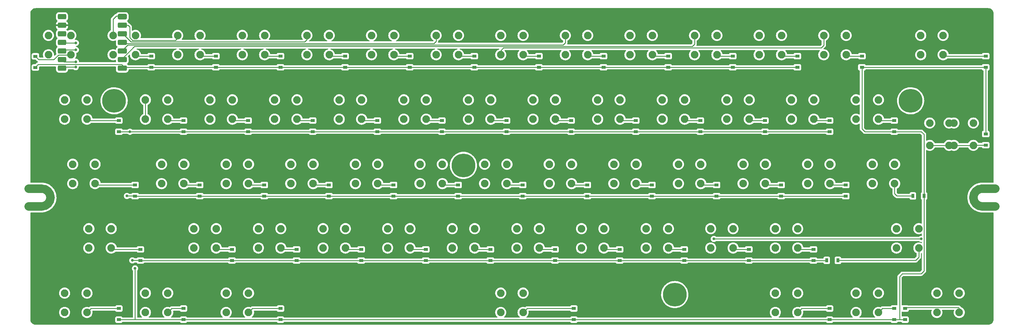
<source format=gbl>
G04 #@! TF.GenerationSoftware,KiCad,Pcbnew,(6.0.4)*
G04 #@! TF.CreationDate,2022-08-29T03:28:43+02:00*
G04 #@! TF.ProjectId,PLUTO60,504c5554-4f36-4302-9e6b-696361645f70,rev?*
G04 #@! TF.SameCoordinates,Original*
G04 #@! TF.FileFunction,Copper,L2,Bot*
G04 #@! TF.FilePolarity,Positive*
%FSLAX46Y46*%
G04 Gerber Fmt 4.6, Leading zero omitted, Abs format (unit mm)*
G04 Created by KiCad (PCBNEW (6.0.4)) date 2022-08-29 03:28:43*
%MOMM*%
%LPD*%
G01*
G04 APERTURE LIST*
G04 Aperture macros list*
%AMRoundRect*
0 Rectangle with rounded corners*
0 $1 Rounding radius*
0 $2 $3 $4 $5 $6 $7 $8 $9 X,Y pos of 4 corners*
0 Add a 4 corners polygon primitive as box body*
4,1,4,$2,$3,$4,$5,$6,$7,$8,$9,$2,$3,0*
0 Add four circle primitives for the rounded corners*
1,1,$1+$1,$2,$3*
1,1,$1+$1,$4,$5*
1,1,$1+$1,$6,$7*
1,1,$1+$1,$8,$9*
0 Add four rect primitives between the rounded corners*
20,1,$1+$1,$2,$3,$4,$5,0*
20,1,$1+$1,$4,$5,$6,$7,0*
20,1,$1+$1,$6,$7,$8,$9,0*
20,1,$1+$1,$8,$9,$2,$3,0*%
G04 Aperture macros list end*
G04 #@! TA.AperFunction,EtchedComponent*
%ADD10C,2.501900*%
G04 #@! TD*
G04 #@! TA.AperFunction,ComponentPad*
%ADD11C,2.250000*%
G04 #@! TD*
G04 #@! TA.AperFunction,ComponentPad*
%ADD12C,7.000240*%
G04 #@! TD*
G04 #@! TA.AperFunction,ComponentPad*
%ADD13C,7.001300*%
G04 #@! TD*
G04 #@! TA.AperFunction,SMDPad,CuDef*
%ADD14R,1.200000X0.900000*%
G04 #@! TD*
G04 #@! TA.AperFunction,SMDPad,CuDef*
%ADD15RoundRect,0.407250X0.956500X0.407250X-0.956500X0.407250X-0.956500X-0.407250X0.956500X-0.407250X0*%
G04 #@! TD*
G04 #@! TA.AperFunction,SMDPad,CuDef*
%ADD16RoundRect,0.400000X0.963750X0.400000X-0.963750X0.400000X-0.963750X-0.400000X0.963750X-0.400000X0*%
G04 #@! TD*
G04 #@! TA.AperFunction,SMDPad,CuDef*
%ADD17RoundRect,0.400000X0.853750X0.400000X-0.853750X0.400000X-0.853750X-0.400000X0.853750X-0.400000X0*%
G04 #@! TD*
G04 #@! TA.AperFunction,SMDPad,CuDef*
%ADD18R,0.900000X1.200000*%
G04 #@! TD*
G04 #@! TA.AperFunction,ViaPad*
%ADD19C,0.800000*%
G04 #@! TD*
G04 #@! TA.AperFunction,Conductor*
%ADD20C,0.250000*%
G04 #@! TD*
G04 APERTURE END LIST*
D10*
X13075000Y35774050D02*
X16875000Y35774050D01*
X294275000Y35774050D02*
X298125000Y35774050D01*
X294275000Y41075950D02*
X298075000Y41075950D01*
X13075000Y41075950D02*
X16875000Y41075950D01*
X19525950Y38425000D02*
G75*
G03*
X16875000Y41075950I-2650949J1D01*
G01*
X291624050Y38425000D02*
G75*
G03*
X294275000Y35774050I2650950J0D01*
G01*
X294275000Y41075950D02*
G75*
G03*
X291624050Y38425000I0J-2650950D01*
G01*
X16875000Y35774050D02*
G75*
G03*
X19525950Y38425000I1J2650949D01*
G01*
D11*
X247525000Y80645000D03*
X247525000Y86365000D03*
X254125000Y86365000D03*
X254125000Y80645000D03*
X142750000Y67315000D03*
X142750000Y61595000D03*
X149350000Y67315000D03*
X149350000Y61595000D03*
X26068750Y42545000D03*
X26068750Y48265000D03*
X32668750Y48265000D03*
X32668750Y42545000D03*
X23687500Y4445000D03*
X23687500Y10165000D03*
X30287500Y10165000D03*
X30287500Y4445000D03*
X152275000Y4445000D03*
X152275000Y10165000D03*
X158875000Y10165000D03*
X158875000Y4445000D03*
X30831250Y29215000D03*
X30831250Y23495000D03*
X37431250Y29215000D03*
X37431250Y23495000D03*
X284480000Y60450000D03*
X291623750Y60450000D03*
X278760000Y60450000D03*
X285903750Y60450000D03*
X285903750Y53850000D03*
X278760000Y53850000D03*
X284480000Y53850000D03*
X291623750Y53850000D03*
X95125000Y86365000D03*
X95125000Y80645000D03*
X101725000Y86365000D03*
X101725000Y80645000D03*
X123700000Y67315000D03*
X123700000Y61595000D03*
X130300000Y67315000D03*
X130300000Y61595000D03*
X90362500Y48265000D03*
X90362500Y42545000D03*
X96962500Y42545000D03*
X96962500Y48265000D03*
X268956250Y23495000D03*
X268956250Y29215000D03*
X275556250Y29215000D03*
X275556250Y23495000D03*
X166562500Y48265000D03*
X166562500Y42545000D03*
X173162500Y42545000D03*
X173162500Y48265000D03*
X233237500Y4445000D03*
X233237500Y10165000D03*
X239837500Y10165000D03*
X239837500Y4445000D03*
X218950000Y61595000D03*
X218950000Y67315000D03*
X225550000Y67315000D03*
X225550000Y61595000D03*
X280862500Y4445000D03*
X280862500Y10165000D03*
X287462500Y4445000D03*
X287462500Y10165000D03*
X147512500Y42545000D03*
X147512500Y48265000D03*
X154112500Y42545000D03*
X154112500Y48265000D03*
X52262500Y42545000D03*
X52262500Y48265000D03*
X58862500Y42545000D03*
X58862500Y48265000D03*
X99887500Y29215000D03*
X99887500Y23495000D03*
X106487500Y23495000D03*
X106487500Y29215000D03*
X114175000Y80645000D03*
X114175000Y86365000D03*
X120775000Y86365000D03*
X120775000Y80645000D03*
X104650000Y61595000D03*
X104650000Y67315000D03*
X111250000Y61595000D03*
X111250000Y67315000D03*
X137987500Y23495000D03*
X137987500Y29215000D03*
X144587500Y23495000D03*
X144587500Y29215000D03*
X161800000Y61595000D03*
X161800000Y67315000D03*
X168400000Y67315000D03*
X168400000Y61595000D03*
X257050000Y10165000D03*
X257050000Y4445000D03*
X263650000Y4445000D03*
X263650000Y10165000D03*
X228475000Y86365000D03*
X228475000Y80645000D03*
X235075000Y86365000D03*
X235075000Y80645000D03*
X133225000Y86365000D03*
X133225000Y80645000D03*
X139825000Y86365000D03*
X139825000Y80645000D03*
D12*
X273125000Y67025000D03*
X203575000Y9725000D03*
X141275000Y47925000D03*
D13*
X38275000Y67025000D03*
D11*
X171325000Y86365000D03*
X171325000Y80645000D03*
X177925000Y80645000D03*
X177925000Y86365000D03*
X276100000Y80645000D03*
X276100000Y86365000D03*
X282700000Y80645000D03*
X282700000Y86365000D03*
X118937500Y29215000D03*
X118937500Y23495000D03*
X125537500Y29215000D03*
X125537500Y23495000D03*
X233237500Y23495000D03*
X233237500Y29215000D03*
X239837500Y23495000D03*
X239837500Y29215000D03*
X71312500Y4445000D03*
X71312500Y10165000D03*
X77912500Y10165000D03*
X77912500Y4445000D03*
X199900000Y61595000D03*
X199900000Y67315000D03*
X206500000Y61595000D03*
X206500000Y67315000D03*
X18925000Y86365000D03*
X18925000Y80645000D03*
X25525000Y86365000D03*
X25525000Y80645000D03*
X80837500Y23495000D03*
X80837500Y29215000D03*
X87437500Y29215000D03*
X87437500Y23495000D03*
X47500000Y67315000D03*
X47500000Y61595000D03*
X54100000Y67315000D03*
X54100000Y61595000D03*
X214187500Y29215000D03*
X214187500Y23495000D03*
X220787500Y23495000D03*
X220787500Y29215000D03*
X223712500Y42545000D03*
X223712500Y48265000D03*
X230312500Y48265000D03*
X230312500Y42545000D03*
X204662500Y48265000D03*
X204662500Y42545000D03*
X211262500Y48265000D03*
X211262500Y42545000D03*
X85600000Y67315000D03*
X85600000Y61595000D03*
X92200000Y67315000D03*
X92200000Y61595000D03*
X23687500Y67315000D03*
X23687500Y61595000D03*
X30287500Y67315000D03*
X30287500Y61595000D03*
X157037500Y29215000D03*
X157037500Y23495000D03*
X163637500Y29215000D03*
X163637500Y23495000D03*
X190375000Y80645000D03*
X190375000Y86365000D03*
X196975000Y80645000D03*
X196975000Y86365000D03*
X261812500Y48265000D03*
X261812500Y42545000D03*
X268412500Y42545000D03*
X268412500Y48265000D03*
X47500000Y10165000D03*
X47500000Y4445000D03*
X54100000Y10165000D03*
X54100000Y4445000D03*
X66550000Y61595000D03*
X66550000Y67315000D03*
X73150000Y67315000D03*
X73150000Y61595000D03*
X109412500Y48265000D03*
X109412500Y42545000D03*
X116012500Y48265000D03*
X116012500Y42545000D03*
X71312500Y42545000D03*
X71312500Y48265000D03*
X77912500Y42545000D03*
X77912500Y48265000D03*
X37975000Y80645000D03*
X37975000Y86365000D03*
X44575000Y80645000D03*
X44575000Y86365000D03*
X238000000Y67315000D03*
X238000000Y61595000D03*
X244600000Y61595000D03*
X244600000Y67315000D03*
X128462500Y48265000D03*
X128462500Y42545000D03*
X135062500Y42545000D03*
X135062500Y48265000D03*
X176087500Y29215000D03*
X176087500Y23495000D03*
X182687500Y29215000D03*
X182687500Y23495000D03*
X76075000Y86365000D03*
X76075000Y80645000D03*
X82675000Y86365000D03*
X82675000Y80645000D03*
X152275000Y80645000D03*
X152275000Y86365000D03*
X158875000Y80645000D03*
X158875000Y86365000D03*
X257050000Y67315000D03*
X257050000Y61595000D03*
X263650000Y67315000D03*
X263650000Y61595000D03*
X57025000Y86365000D03*
X57025000Y80645000D03*
X63625000Y86365000D03*
X63625000Y80645000D03*
X242762500Y48265000D03*
X242762500Y42545000D03*
X249362500Y42545000D03*
X249362500Y48265000D03*
X180850000Y67315000D03*
X180850000Y61595000D03*
X187450000Y61595000D03*
X187450000Y67315000D03*
X195137500Y23495000D03*
X195137500Y29215000D03*
X201737500Y23495000D03*
X201737500Y29215000D03*
X61787500Y29215000D03*
X61787500Y23495000D03*
X68387500Y29215000D03*
X68387500Y23495000D03*
X209425000Y86365000D03*
X209425000Y80645000D03*
X216025000Y86365000D03*
X216025000Y80645000D03*
X185612500Y48265000D03*
X185612500Y42545000D03*
X192212500Y48265000D03*
X192212500Y42545000D03*
D14*
X106362500Y80231250D03*
X106362500Y76931250D03*
X239712500Y76931250D03*
X239712500Y80231250D03*
X173831250Y2318750D03*
X173831250Y5618750D03*
X158750000Y42131250D03*
X158750000Y38831250D03*
X125412500Y76931250D03*
X125412500Y80231250D03*
X120650000Y42131250D03*
X120650000Y38831250D03*
X196850000Y42131250D03*
X196850000Y38831250D03*
X268287500Y61181250D03*
X268287500Y57881250D03*
X39687500Y5618750D03*
X39687500Y2318750D03*
X63500000Y38831250D03*
X63500000Y42131250D03*
X39687500Y61181250D03*
X39687500Y57881250D03*
X173037500Y57881250D03*
X173037500Y61181250D03*
X230187500Y61181250D03*
X230187500Y57881250D03*
X149225000Y19781250D03*
X149225000Y23081250D03*
X115887500Y61181250D03*
X115887500Y57881250D03*
X254000000Y38831250D03*
X254000000Y42131250D03*
X111125000Y19781250D03*
X111125000Y23081250D03*
X139700000Y38831250D03*
X139700000Y42131250D03*
X87312500Y76931250D03*
X87312500Y80231250D03*
X187325000Y19781250D03*
X187325000Y23081250D03*
X144462500Y80231250D03*
X144462500Y76931250D03*
X192087500Y61181250D03*
X192087500Y57881250D03*
X268287500Y2318750D03*
X268287500Y5618750D03*
X244475000Y23081250D03*
X244475000Y19781250D03*
X271462500Y5618750D03*
X271462500Y2318750D03*
X249237500Y5618750D03*
X249237500Y2318750D03*
X15081250Y80168750D03*
X15081250Y76868750D03*
X295275000Y57212500D03*
X295275000Y53912500D03*
X182562500Y80231250D03*
X182562500Y76931250D03*
X220662500Y80231250D03*
X220662500Y76931250D03*
X134937500Y57881250D03*
X134937500Y61181250D03*
X58737500Y2318750D03*
X58737500Y5618750D03*
D15*
X40685000Y91894250D03*
D16*
X40685000Y89354250D03*
X40685000Y86814250D03*
X40685000Y84274250D03*
X40685000Y81734250D03*
X40685000Y79194250D03*
X40685000Y76654250D03*
D17*
X22905000Y76654250D03*
X22905000Y79194250D03*
X22905000Y81734250D03*
X22905000Y84274250D03*
X22905000Y86814250D03*
X22905000Y89354250D03*
X22905000Y91894250D03*
D14*
X234950000Y42131250D03*
X234950000Y38831250D03*
X49212500Y76931250D03*
X49212500Y80231250D03*
X177800000Y38831250D03*
X177800000Y42131250D03*
X96837500Y57881250D03*
X96837500Y61181250D03*
X77787500Y61181250D03*
X77787500Y57881250D03*
X206375000Y23081250D03*
X206375000Y19781250D03*
X295275000Y80231250D03*
X295275000Y76931250D03*
X73025000Y19781250D03*
X73025000Y23081250D03*
X211137500Y57881250D03*
X211137500Y61181250D03*
X44450000Y42131250D03*
X44450000Y38831250D03*
X130175000Y23081250D03*
X130175000Y19781250D03*
X82550000Y42131250D03*
X82550000Y38831250D03*
X225425000Y19781250D03*
X225425000Y23081250D03*
X163512500Y76931250D03*
X163512500Y80231250D03*
D18*
X277081250Y38893750D03*
X273781250Y38893750D03*
D14*
X92075000Y23081250D03*
X92075000Y19781250D03*
X201612500Y76931250D03*
X201612500Y80231250D03*
X249237500Y57881250D03*
X249237500Y61181250D03*
X101600000Y38831250D03*
X101600000Y42131250D03*
X168275000Y23081250D03*
X168275000Y19781250D03*
X258762500Y76931250D03*
X258762500Y80231250D03*
X58737500Y57881250D03*
X58737500Y61181250D03*
X46037500Y23081250D03*
X46037500Y19781250D03*
X87312500Y5618750D03*
X87312500Y2318750D03*
X153987500Y61181250D03*
X153987500Y57881250D03*
X215900000Y38831250D03*
X215900000Y42131250D03*
D18*
X248381250Y19843750D03*
X251681250Y19843750D03*
D14*
X68262500Y80231250D03*
X68262500Y76931250D03*
D19*
X26951460Y76993750D03*
X42931750Y57881250D03*
X26987500Y78581250D03*
X42068750Y38893750D03*
X26985226Y82083982D03*
X43656250Y19843750D03*
X26987500Y84137500D03*
X44450000Y17462500D03*
X215106250Y26193750D03*
X276280750Y26193750D03*
X26416000Y89408000D03*
D20*
X16054511Y79195489D02*
X20457989Y79195489D01*
X25489730Y80609730D02*
X25525000Y80645000D01*
X21872230Y80609730D02*
X25489730Y80609730D01*
X20457989Y79195489D02*
X21872230Y80609730D01*
X15081250Y80168750D02*
X16054511Y79195489D01*
X87312500Y76931250D02*
X48356250Y76931250D01*
X41337500Y76931250D02*
X42184050Y76931250D01*
X40685000Y76654250D02*
X40685000Y77583750D01*
X40685000Y77583750D02*
X41337500Y76931250D01*
X15875000Y77787500D02*
X15081250Y76993750D01*
X87312500Y76931250D02*
X239712500Y76931250D01*
X49212500Y76931250D02*
X42184050Y76931250D01*
X15081250Y76993750D02*
X15081250Y76868750D01*
X40481250Y77787500D02*
X15875000Y77787500D01*
X40685000Y77583750D02*
X40481250Y77787500D01*
X39687500Y61181250D02*
X30701250Y61181250D01*
X30701250Y61181250D02*
X30287500Y61595000D01*
X42800000Y57881250D02*
X39687500Y57881250D01*
X23244500Y76993750D02*
X22905000Y76654250D01*
X249237500Y57881250D02*
X42800000Y57881250D01*
X26951460Y76993750D02*
X23244500Y76993750D01*
X33082500Y42131250D02*
X32668750Y42545000D01*
X44450000Y42131250D02*
X33082500Y42131250D01*
X42068750Y38893750D02*
X44387500Y38893750D01*
X26987500Y78581250D02*
X23518000Y78581250D01*
X44387500Y38893750D02*
X44450000Y38831250D01*
X44450000Y38831250D02*
X254000000Y38831250D01*
X23518000Y78581250D02*
X22905000Y79194250D01*
X37845000Y23081250D02*
X37431250Y23495000D01*
X46037500Y23081250D02*
X37845000Y23081250D01*
X23265261Y82094511D02*
X22905000Y81734250D01*
X26649239Y82094511D02*
X23265261Y82094511D01*
X45975000Y19843750D02*
X46037500Y19781250D01*
X43656250Y19843750D02*
X45975000Y19843750D01*
X46037500Y19781250D02*
X244475000Y19781250D01*
X244475000Y19781250D02*
X248443750Y19781250D01*
X31461250Y5618750D02*
X30287500Y4445000D01*
X39687500Y5618750D02*
X31461250Y5618750D01*
X295275000Y57212500D02*
X295275000Y76931250D01*
X44450000Y2381250D02*
X44387500Y2318750D01*
X269937500Y2318750D02*
X271462500Y2318750D01*
X23041750Y84137500D02*
X22905000Y84274250D01*
X258762500Y58737500D02*
X259618750Y57881250D01*
X269875000Y15081250D02*
X269875000Y2381250D01*
X295275000Y76931250D02*
X258762500Y76931250D01*
X270668750Y15875000D02*
X269875000Y15081250D01*
X277081250Y38893750D02*
X277081250Y16731250D01*
X258762500Y76931250D02*
X258762500Y58737500D01*
X26987500Y84137500D02*
X23041750Y84137500D01*
X44387500Y2318750D02*
X269937500Y2318750D01*
X277081250Y16731250D02*
X276225000Y15875000D01*
X276287500Y57881250D02*
X277081250Y57087500D01*
X259618750Y57881250D02*
X268287500Y57881250D01*
X39687500Y2318750D02*
X44387500Y2318750D01*
X276225000Y15875000D02*
X270668750Y15875000D01*
X268287500Y57881250D02*
X276287500Y57881250D01*
X44450000Y13493750D02*
X44450000Y17462500D01*
X277081250Y57087500D02*
X277081250Y38893750D01*
X44450000Y13493750D02*
X44450000Y2381250D01*
X49212500Y80231250D02*
X44988750Y80231250D01*
X44988750Y80231250D02*
X44575000Y80645000D01*
X58737500Y61181250D02*
X54513750Y61181250D01*
X54513750Y61181250D02*
X54100000Y61595000D01*
X63500000Y42131250D02*
X59276250Y42131250D01*
X59276250Y42131250D02*
X58862500Y42545000D01*
X73025000Y23081250D02*
X68801250Y23081250D01*
X68801250Y23081250D02*
X68387500Y23495000D01*
X58737500Y5618750D02*
X55273750Y5618750D01*
X55273750Y5618750D02*
X54100000Y4445000D01*
X64038750Y80231250D02*
X63625000Y80645000D01*
X68262500Y80231250D02*
X64038750Y80231250D01*
X73563750Y61181250D02*
X73150000Y61595000D01*
X77787500Y61181250D02*
X73563750Y61181250D01*
X78326250Y42131250D02*
X77912500Y42545000D01*
X82550000Y42131250D02*
X78326250Y42131250D01*
X87851250Y23081250D02*
X87437500Y23495000D01*
X92075000Y23081250D02*
X87851250Y23081250D01*
X87312500Y80231250D02*
X83088750Y80231250D01*
X83088750Y80231250D02*
X82675000Y80645000D01*
X92613750Y61181250D02*
X92200000Y61595000D01*
X96837500Y61181250D02*
X92613750Y61181250D01*
X101600000Y42131250D02*
X97376250Y42131250D01*
X97376250Y42131250D02*
X96962500Y42545000D01*
X106901250Y23081250D02*
X106487500Y23495000D01*
X111125000Y23081250D02*
X106901250Y23081250D01*
X160048750Y5618750D02*
X158875000Y4445000D01*
X173831250Y5618750D02*
X160048750Y5618750D01*
X106362500Y80231250D02*
X102138750Y80231250D01*
X102138750Y80231250D02*
X101725000Y80645000D01*
X111663750Y61181250D02*
X111250000Y61595000D01*
X115887500Y61181250D02*
X111663750Y61181250D01*
X116426250Y42131250D02*
X116012500Y42545000D01*
X120650000Y42131250D02*
X116426250Y42131250D01*
X130175000Y23081250D02*
X125951250Y23081250D01*
X125951250Y23081250D02*
X125537500Y23495000D01*
X121188750Y80231250D02*
X120775000Y80645000D01*
X125412500Y80231250D02*
X121188750Y80231250D01*
X130713750Y61181250D02*
X130300000Y61595000D01*
X134937500Y61181250D02*
X130713750Y61181250D01*
X135476250Y42131250D02*
X135062500Y42545000D01*
X139700000Y42131250D02*
X135476250Y42131250D01*
X145001250Y23081250D02*
X144587500Y23495000D01*
X149225000Y23081250D02*
X145001250Y23081250D01*
X140238750Y80231250D02*
X139825000Y80645000D01*
X144462500Y80231250D02*
X140238750Y80231250D01*
X149763750Y61181250D02*
X149350000Y61595000D01*
X153987500Y61181250D02*
X149763750Y61181250D01*
X158750000Y42131250D02*
X154526250Y42131250D01*
X154526250Y42131250D02*
X154112500Y42545000D01*
X164051250Y23081250D02*
X163637500Y23495000D01*
X168275000Y23081250D02*
X164051250Y23081250D01*
X287249239Y5894511D02*
X287462500Y5681250D01*
X271738261Y5894511D02*
X287249239Y5894511D01*
X287462500Y5681250D02*
X287462500Y4445000D01*
X271462500Y5618750D02*
X271738261Y5894511D01*
X163512500Y80231250D02*
X159288750Y80231250D01*
X159288750Y80231250D02*
X158875000Y80645000D01*
X173037500Y61181250D02*
X168813750Y61181250D01*
X168813750Y61181250D02*
X168400000Y61595000D01*
X177800000Y42131250D02*
X173576250Y42131250D01*
X173576250Y42131250D02*
X173162500Y42545000D01*
X183101250Y23081250D02*
X182687500Y23495000D01*
X187325000Y23081250D02*
X183101250Y23081250D01*
X254538750Y80231250D02*
X254125000Y80645000D01*
X258762500Y80231250D02*
X254538750Y80231250D01*
X178338750Y80231250D02*
X177925000Y80645000D01*
X182562500Y80231250D02*
X178338750Y80231250D01*
X192087500Y61181250D02*
X187863750Y61181250D01*
X187863750Y61181250D02*
X187450000Y61595000D01*
X196850000Y42131250D02*
X192626250Y42131250D01*
X192626250Y42131250D02*
X192212500Y42545000D01*
X202151250Y23081250D02*
X201737500Y23495000D01*
X206375000Y23081250D02*
X202151250Y23081250D01*
X283113750Y80231250D02*
X295275000Y80231250D01*
X282700000Y80645000D02*
X283113750Y80231250D01*
X197388750Y80231250D02*
X196975000Y80645000D01*
X201612500Y80231250D02*
X197388750Y80231250D01*
X211137500Y61181250D02*
X206913750Y61181250D01*
X206913750Y61181250D02*
X206500000Y61595000D01*
X211676250Y42131250D02*
X211262500Y42545000D01*
X215900000Y42131250D02*
X211676250Y42131250D01*
X221201250Y23081250D02*
X220787500Y23495000D01*
X225425000Y23081250D02*
X221201250Y23081250D01*
X216438750Y80231250D02*
X216025000Y80645000D01*
X220662500Y80231250D02*
X216438750Y80231250D01*
X230187500Y61181250D02*
X225963750Y61181250D01*
X225963750Y61181250D02*
X225550000Y61595000D01*
X234950000Y42131250D02*
X230726250Y42131250D01*
X230726250Y42131250D02*
X230312500Y42545000D01*
X244475000Y23081250D02*
X240251250Y23081250D01*
X240251250Y23081250D02*
X239837500Y23495000D01*
X235488750Y80231250D02*
X235075000Y80645000D01*
X239712500Y80231250D02*
X235488750Y80231250D01*
X249237500Y61181250D02*
X245013750Y61181250D01*
X245013750Y61181250D02*
X244600000Y61595000D01*
X249776250Y42131250D02*
X249362500Y42545000D01*
X254000000Y42131250D02*
X249776250Y42131250D01*
X274637500Y19843750D02*
X275556250Y20762500D01*
X251681250Y19843750D02*
X274637500Y19843750D01*
X275556250Y20762500D02*
X275556250Y23495000D01*
X269081250Y38893750D02*
X268412500Y39562500D01*
X273781250Y38893750D02*
X269081250Y38893750D01*
X268412500Y39562500D02*
X268412500Y42545000D01*
X38893750Y92075000D02*
X37975000Y91156250D01*
X47500000Y61595000D02*
X47500000Y67315000D01*
X37975000Y91156250D02*
X37975000Y86365000D01*
X40673000Y92075000D02*
X38893750Y92075000D01*
X40685000Y92063000D02*
X40673000Y92075000D01*
X42862500Y88900000D02*
X42862500Y85725000D01*
X43672011Y84915489D02*
X56340489Y84915489D01*
X56340489Y84915489D02*
X57025000Y85600000D01*
X40685000Y89354250D02*
X42408250Y89354250D01*
X42408250Y89354250D02*
X42862500Y88900000D01*
X57025000Y85600000D02*
X57025000Y86365000D01*
X42862500Y85725000D02*
X43672011Y84915489D01*
X40685000Y86983000D02*
X43217511Y84450489D01*
X43217511Y84450489D02*
X94456250Y84450489D01*
X94456250Y84450489D02*
X95125000Y85119239D01*
X95125000Y85119239D02*
X95125000Y86365000D01*
X40685000Y84443000D02*
X41127031Y84000969D01*
X247525000Y83423568D02*
X246753841Y82652409D01*
X133225000Y84669719D02*
X133225000Y86365000D01*
X132556250Y84000969D02*
X133225000Y84669719D01*
X247525000Y86365000D02*
X247525000Y83423568D01*
X153091341Y82652409D02*
X246753841Y82652409D01*
X152275000Y80645000D02*
X152275000Y81836068D01*
X152275000Y81836068D02*
X153091341Y82652409D01*
X41127031Y84000969D02*
X132556250Y84000969D01*
X215106250Y26193750D02*
X276280750Y26193750D01*
X171325000Y84220199D02*
X171325000Y86365000D01*
X170656250Y83551449D02*
X171325000Y84220199D01*
X40685000Y81903000D02*
X42333449Y83551449D01*
X42333449Y83551449D02*
X170656250Y83551449D01*
X44272305Y83101929D02*
X40685000Y79514624D01*
X208756250Y83101929D02*
X44272305Y83101929D01*
X40685000Y79514624D02*
X40685000Y79363000D01*
X209425000Y83770679D02*
X208756250Y83101929D01*
X209425000Y86365000D02*
X209425000Y83770679D01*
X268287500Y61181250D02*
X264063750Y61181250D01*
X264063750Y61181250D02*
X263650000Y61595000D01*
X22905000Y89354250D02*
X26362250Y89354250D01*
X26362250Y89354250D02*
X26416000Y89408000D01*
X87312500Y5618750D02*
X79086250Y5618750D01*
X79086250Y5618750D02*
X77912500Y4445000D01*
X249237500Y5618750D02*
X241011250Y5618750D01*
X241011250Y5618750D02*
X239837500Y4445000D01*
X268287500Y5618750D02*
X264823750Y5618750D01*
X264823750Y5618750D02*
X263650000Y4445000D01*
X291686250Y53912500D02*
X291623750Y53850000D01*
X295275000Y53912500D02*
X291686250Y53912500D01*
X278760000Y53850000D02*
X291623750Y53850000D01*
G04 #@! TA.AperFunction,Conductor*
G36*
X296045018Y94415000D02*
G01*
X296059851Y94412690D01*
X296059855Y94412690D01*
X296068724Y94411309D01*
X296083981Y94413304D01*
X296109302Y94414047D01*
X296278285Y94401961D01*
X296296064Y94399404D01*
X296486392Y94358001D01*
X296503641Y94352937D01*
X296686150Y94284864D01*
X296702502Y94277396D01*
X296873458Y94184048D01*
X296888582Y94174328D01*
X297044514Y94057598D01*
X297058100Y94045825D01*
X297195825Y93908100D01*
X297207598Y93894514D01*
X297324328Y93738582D01*
X297334048Y93723458D01*
X297427396Y93552502D01*
X297434864Y93536150D01*
X297502937Y93353641D01*
X297508001Y93336393D01*
X297549404Y93146064D01*
X297551961Y93128285D01*
X297563540Y92966399D01*
X297562793Y92948435D01*
X297562692Y92940155D01*
X297561309Y92931276D01*
X297562474Y92922370D01*
X297565436Y92899717D01*
X297566500Y92883379D01*
X297566500Y42961400D01*
X297546498Y42893279D01*
X297492842Y42846786D01*
X297440500Y42835400D01*
X294395103Y42835400D01*
X294379204Y42836407D01*
X294367341Y42837916D01*
X294364191Y42837998D01*
X294364184Y42837999D01*
X294315405Y42839276D01*
X294275000Y42840334D01*
X294271853Y42840100D01*
X294271844Y42840100D01*
X294268818Y42839875D01*
X294265304Y42839663D01*
X293870516Y42821411D01*
X293870509Y42821410D01*
X293867625Y42821277D01*
X293759105Y42806139D01*
X293466613Y42765338D01*
X293466610Y42765337D01*
X293463725Y42764935D01*
X293246174Y42713768D01*
X293069587Y42672235D01*
X293069581Y42672233D01*
X293066748Y42671567D01*
X292680078Y42541968D01*
X292307016Y42377245D01*
X292304463Y42375823D01*
X292304459Y42375821D01*
X292148000Y42288674D01*
X291950744Y42178803D01*
X291614301Y41948335D01*
X291612075Y41946487D01*
X291612065Y41946479D01*
X291359680Y41736900D01*
X291300559Y41687806D01*
X291012194Y41399441D01*
X291010340Y41397208D01*
X291010337Y41397205D01*
X290753521Y41087935D01*
X290753513Y41087925D01*
X290751665Y41085699D01*
X290521197Y40749256D01*
X290322755Y40392984D01*
X290158032Y40019922D01*
X290028433Y39633252D01*
X290027767Y39630419D01*
X290027765Y39630413D01*
X290002418Y39522644D01*
X289935065Y39236275D01*
X289934663Y39233390D01*
X289934662Y39233387D01*
X289918893Y39120342D01*
X289878723Y38832375D01*
X289878590Y38829491D01*
X289878589Y38829484D01*
X289863670Y38506786D01*
X289863170Y38499982D01*
X289860387Y38472341D01*
X289860271Y38471186D01*
X289860495Y38466525D01*
X289860879Y38458518D01*
X289860890Y38446660D01*
X289860459Y38437337D01*
X289859889Y38425000D01*
X289860023Y38422102D01*
X289878448Y38023584D01*
X289878723Y38017625D01*
X289879123Y38014758D01*
X289925298Y37683745D01*
X289935065Y37613725D01*
X290028433Y37216748D01*
X290158032Y36830078D01*
X290322755Y36457016D01*
X290521197Y36100744D01*
X290751665Y35764301D01*
X290753513Y35762075D01*
X290753521Y35762065D01*
X291010337Y35452795D01*
X291012194Y35450559D01*
X291300559Y35162194D01*
X291302792Y35160340D01*
X291302795Y35160337D01*
X291612065Y34903521D01*
X291612075Y34903513D01*
X291614301Y34901665D01*
X291950744Y34671197D01*
X292307016Y34472755D01*
X292680078Y34308032D01*
X293066748Y34178433D01*
X293069581Y34177767D01*
X293069587Y34177765D01*
X293246174Y34136232D01*
X293463725Y34085065D01*
X293466610Y34084663D01*
X293466613Y34084662D01*
X293544602Y34073783D01*
X293867625Y34028723D01*
X293870509Y34028590D01*
X293870516Y34028589D01*
X294034362Y34021014D01*
X294151997Y34015575D01*
X294162065Y34014704D01*
X294182659Y34012084D01*
X294185809Y34012002D01*
X294185816Y34012001D01*
X294234595Y34010724D01*
X294275000Y34009666D01*
X294312895Y34012482D01*
X294336740Y34014254D01*
X294346078Y34014600D01*
X297440500Y34014600D01*
X297508621Y33994598D01*
X297555114Y33940942D01*
X297566500Y33888600D01*
X297566500Y2374367D01*
X297565000Y2354982D01*
X297562690Y2340149D01*
X297562690Y2340145D01*
X297561309Y2331276D01*
X297563136Y2317307D01*
X297563304Y2316024D01*
X297564047Y2290695D01*
X297551962Y2121721D01*
X297549404Y2103936D01*
X297531598Y2022081D01*
X297508001Y1913608D01*
X297502937Y1896359D01*
X297434864Y1713850D01*
X297427396Y1697498D01*
X297334048Y1526542D01*
X297324328Y1511418D01*
X297207598Y1355486D01*
X297195825Y1341900D01*
X297058100Y1204175D01*
X297044514Y1192402D01*
X296888582Y1075672D01*
X296873458Y1065952D01*
X296702502Y972604D01*
X296686150Y965136D01*
X296503641Y897063D01*
X296486393Y891999D01*
X296296064Y850596D01*
X296278285Y848039D01*
X296116395Y836460D01*
X296098435Y837207D01*
X296090155Y837308D01*
X296081276Y838691D01*
X296049714Y834564D01*
X296033379Y833500D01*
X15124367Y833500D01*
X15104982Y835000D01*
X15090149Y837310D01*
X15090145Y837310D01*
X15081276Y838691D01*
X15066019Y836696D01*
X15040698Y835953D01*
X14871715Y848039D01*
X14853936Y850596D01*
X14663607Y891999D01*
X14646359Y897063D01*
X14463850Y965136D01*
X14447498Y972604D01*
X14276542Y1065952D01*
X14261418Y1075672D01*
X14105486Y1192402D01*
X14091900Y1204175D01*
X13954175Y1341900D01*
X13942402Y1355486D01*
X13825672Y1511418D01*
X13815952Y1526542D01*
X13722604Y1697498D01*
X13715136Y1713850D01*
X13675314Y1820616D01*
X38579000Y1820616D01*
X38585755Y1758434D01*
X38636885Y1622045D01*
X38724239Y1505489D01*
X38840795Y1418135D01*
X38977184Y1367005D01*
X39039366Y1360250D01*
X40335634Y1360250D01*
X40397816Y1367005D01*
X40534205Y1418135D01*
X40650761Y1505489D01*
X40738115Y1622045D01*
X40738361Y1622701D01*
X40785675Y1669907D01*
X40845933Y1685250D01*
X44308733Y1685250D01*
X44319916Y1684723D01*
X44327409Y1683048D01*
X44335335Y1683297D01*
X44335336Y1683297D01*
X44395486Y1685188D01*
X44399445Y1685250D01*
X57579067Y1685250D01*
X57647188Y1665248D01*
X57686500Y1623072D01*
X57686885Y1622045D01*
X57774239Y1505489D01*
X57890795Y1418135D01*
X58027184Y1367005D01*
X58089366Y1360250D01*
X59385634Y1360250D01*
X59447816Y1367005D01*
X59584205Y1418135D01*
X59700761Y1505489D01*
X59788115Y1622045D01*
X59788361Y1622701D01*
X59835675Y1669907D01*
X59895933Y1685250D01*
X86154067Y1685250D01*
X86222188Y1665248D01*
X86261500Y1623072D01*
X86261885Y1622045D01*
X86349239Y1505489D01*
X86465795Y1418135D01*
X86602184Y1367005D01*
X86664366Y1360250D01*
X87960634Y1360250D01*
X88022816Y1367005D01*
X88159205Y1418135D01*
X88275761Y1505489D01*
X88363115Y1622045D01*
X88363361Y1622701D01*
X88410675Y1669907D01*
X88470933Y1685250D01*
X172672817Y1685250D01*
X172740938Y1665248D01*
X172780250Y1623072D01*
X172780635Y1622045D01*
X172867989Y1505489D01*
X172984545Y1418135D01*
X173120934Y1367005D01*
X173183116Y1360250D01*
X174479384Y1360250D01*
X174541566Y1367005D01*
X174677955Y1418135D01*
X174794511Y1505489D01*
X174881865Y1622045D01*
X174882111Y1622701D01*
X174929425Y1669907D01*
X174989683Y1685250D01*
X248079067Y1685250D01*
X248147188Y1665248D01*
X248186500Y1623072D01*
X248186885Y1622045D01*
X248274239Y1505489D01*
X248390795Y1418135D01*
X248527184Y1367005D01*
X248589366Y1360250D01*
X249885634Y1360250D01*
X249947816Y1367005D01*
X250084205Y1418135D01*
X250200761Y1505489D01*
X250288115Y1622045D01*
X250288361Y1622701D01*
X250335675Y1669907D01*
X250395933Y1685250D01*
X267129067Y1685250D01*
X267197188Y1665248D01*
X267236500Y1623072D01*
X267236885Y1622045D01*
X267324239Y1505489D01*
X267440795Y1418135D01*
X267577184Y1367005D01*
X267639366Y1360250D01*
X268935634Y1360250D01*
X268997816Y1367005D01*
X269134205Y1418135D01*
X269250761Y1505489D01*
X269338115Y1622045D01*
X269338361Y1622701D01*
X269385675Y1669907D01*
X269445933Y1685250D01*
X270304067Y1685250D01*
X270372188Y1665248D01*
X270411500Y1623072D01*
X270411885Y1622045D01*
X270499239Y1505489D01*
X270615795Y1418135D01*
X270752184Y1367005D01*
X270814366Y1360250D01*
X272110634Y1360250D01*
X272172816Y1367005D01*
X272309205Y1418135D01*
X272425761Y1505489D01*
X272513115Y1622045D01*
X272564245Y1758434D01*
X272571000Y1820616D01*
X272571000Y2816884D01*
X272564245Y2879066D01*
X272513115Y3015455D01*
X272425761Y3132011D01*
X272309205Y3219365D01*
X272172816Y3270495D01*
X272110634Y3277250D01*
X270814366Y3277250D01*
X270752184Y3270495D01*
X270678729Y3242958D01*
X270607923Y3237775D01*
X270545554Y3271696D01*
X270511424Y3333951D01*
X270508500Y3360940D01*
X270508500Y4576560D01*
X270528502Y4644681D01*
X270582158Y4691174D01*
X270652432Y4701278D01*
X270678727Y4694543D01*
X270752184Y4667005D01*
X270814366Y4660250D01*
X272110634Y4660250D01*
X272172816Y4667005D01*
X272309205Y4718135D01*
X272425761Y4805489D01*
X272513115Y4922045D01*
X272564245Y5058434D01*
X272571000Y5120616D01*
X272571000Y5135011D01*
X272591002Y5203132D01*
X272644658Y5249625D01*
X272697000Y5261011D01*
X279243842Y5261011D01*
X279311963Y5241009D01*
X279358456Y5187353D01*
X279368560Y5117079D01*
X279360251Y5086793D01*
X279306039Y4955913D01*
X279304145Y4951340D01*
X279297112Y4922045D01*
X279247401Y4714983D01*
X279244122Y4701326D01*
X279223949Y4445000D01*
X279244122Y4188674D01*
X279304145Y3938660D01*
X279402540Y3701113D01*
X279536884Y3481884D01*
X279703869Y3286369D01*
X279899384Y3119384D01*
X280118613Y2985040D01*
X280123183Y2983147D01*
X280123187Y2983145D01*
X280351587Y2888539D01*
X280356160Y2886645D01*
X280443002Y2865796D01*
X280601361Y2827777D01*
X280601367Y2827776D01*
X280606174Y2826622D01*
X280862500Y2806449D01*
X281118826Y2826622D01*
X281123633Y2827776D01*
X281123639Y2827777D01*
X281281998Y2865796D01*
X281368840Y2886645D01*
X281373413Y2888539D01*
X281601813Y2983145D01*
X281601817Y2983147D01*
X281606387Y2985040D01*
X281825616Y3119384D01*
X282021131Y3286369D01*
X282188116Y3481884D01*
X282322460Y3701113D01*
X282420855Y3938660D01*
X282480878Y4188674D01*
X282501051Y4445000D01*
X282480878Y4701326D01*
X282477600Y4714983D01*
X282427888Y4922045D01*
X282420855Y4951340D01*
X282418961Y4955913D01*
X282364749Y5086793D01*
X282357160Y5157383D01*
X282388940Y5220870D01*
X282449998Y5257097D01*
X282481158Y5261011D01*
X285843842Y5261011D01*
X285911963Y5241009D01*
X285958456Y5187353D01*
X285968560Y5117079D01*
X285960251Y5086793D01*
X285906039Y4955913D01*
X285904145Y4951340D01*
X285897112Y4922045D01*
X285847401Y4714983D01*
X285844122Y4701326D01*
X285823949Y4445000D01*
X285844122Y4188674D01*
X285904145Y3938660D01*
X286002540Y3701113D01*
X286136884Y3481884D01*
X286303869Y3286369D01*
X286499384Y3119384D01*
X286718613Y2985040D01*
X286723183Y2983147D01*
X286723187Y2983145D01*
X286951587Y2888539D01*
X286956160Y2886645D01*
X287043002Y2865796D01*
X287201361Y2827777D01*
X287201367Y2827776D01*
X287206174Y2826622D01*
X287462500Y2806449D01*
X287718826Y2826622D01*
X287723633Y2827776D01*
X287723639Y2827777D01*
X287881998Y2865796D01*
X287968840Y2886645D01*
X287973413Y2888539D01*
X288201813Y2983145D01*
X288201817Y2983147D01*
X288206387Y2985040D01*
X288425616Y3119384D01*
X288621131Y3286369D01*
X288788116Y3481884D01*
X288922460Y3701113D01*
X289020855Y3938660D01*
X289080878Y4188674D01*
X289101051Y4445000D01*
X289080878Y4701326D01*
X289077600Y4714983D01*
X289027888Y4922045D01*
X289020855Y4951340D01*
X289018961Y4955913D01*
X288924355Y5184313D01*
X288924353Y5184317D01*
X288922460Y5188887D01*
X288788116Y5408116D01*
X288621131Y5603631D01*
X288425616Y5770616D01*
X288206387Y5904960D01*
X288201817Y5906853D01*
X288201813Y5906855D01*
X288062733Y5964463D01*
X288009014Y6006812D01*
X287996063Y6024638D01*
X287989547Y6034558D01*
X287972503Y6063378D01*
X287967042Y6072612D01*
X287952718Y6086936D01*
X287939883Y6101963D01*
X287927972Y6118357D01*
X287893903Y6146542D01*
X287885125Y6154530D01*
X287819453Y6220202D01*
X287752887Y6286767D01*
X287745351Y6295049D01*
X287741239Y6301529D01*
X287691586Y6348156D01*
X287688745Y6350910D01*
X287669009Y6370646D01*
X287665812Y6373126D01*
X287656790Y6380831D01*
X287630339Y6405670D01*
X287624560Y6411097D01*
X287617614Y6414916D01*
X287617611Y6414918D01*
X287606805Y6420859D01*
X287590286Y6431710D01*
X287580949Y6438952D01*
X287574280Y6444125D01*
X287567011Y6447270D01*
X287567007Y6447273D01*
X287533702Y6461685D01*
X287523052Y6466902D01*
X287484299Y6488206D01*
X287464676Y6493244D01*
X287445973Y6499648D01*
X287434659Y6504544D01*
X287434658Y6504544D01*
X287427384Y6507692D01*
X287419561Y6508931D01*
X287419551Y6508934D01*
X287383715Y6514610D01*
X287372095Y6517016D01*
X287336950Y6526039D01*
X287336949Y6526039D01*
X287329269Y6528011D01*
X287309015Y6528011D01*
X287289304Y6529562D01*
X287277125Y6531491D01*
X287269296Y6532731D01*
X287261404Y6531985D01*
X287225278Y6528570D01*
X287213420Y6528011D01*
X272308983Y6528011D01*
X272264754Y6536029D01*
X272180211Y6567723D01*
X272180209Y6567723D01*
X272172816Y6570495D01*
X272164968Y6571348D01*
X272164966Y6571348D01*
X272114031Y6576881D01*
X272110634Y6577250D01*
X270814366Y6577250D01*
X270752184Y6570495D01*
X270678729Y6542958D01*
X270607923Y6537775D01*
X270545554Y6571696D01*
X270511424Y6633951D01*
X270508500Y6660940D01*
X270508500Y10165000D01*
X279223949Y10165000D01*
X279244122Y9908674D01*
X279245276Y9903867D01*
X279245277Y9903861D01*
X279283296Y9745502D01*
X279304145Y9658660D01*
X279306038Y9654089D01*
X279306039Y9654087D01*
X279323893Y9610985D01*
X279402540Y9421113D01*
X279536884Y9201884D01*
X279703869Y9006369D01*
X279899384Y8839384D01*
X280118613Y8705040D01*
X280123183Y8703147D01*
X280123187Y8703145D01*
X280319717Y8621740D01*
X280356160Y8606645D01*
X280443002Y8585796D01*
X280601361Y8547777D01*
X280601367Y8547776D01*
X280606174Y8546622D01*
X280862500Y8526449D01*
X281118826Y8546622D01*
X281123633Y8547776D01*
X281123639Y8547777D01*
X281281998Y8585796D01*
X281368840Y8606645D01*
X281405283Y8621740D01*
X281601813Y8703145D01*
X281601817Y8703147D01*
X281606387Y8705040D01*
X281825616Y8839384D01*
X282021131Y9006369D01*
X282188116Y9201884D01*
X282322460Y9421113D01*
X282401108Y9610985D01*
X282418961Y9654087D01*
X282418962Y9654089D01*
X282420855Y9658660D01*
X282441704Y9745502D01*
X282479723Y9903861D01*
X282479724Y9903867D01*
X282480878Y9908674D01*
X282501051Y10165000D01*
X285823949Y10165000D01*
X285844122Y9908674D01*
X285845276Y9903867D01*
X285845277Y9903861D01*
X285883296Y9745502D01*
X285904145Y9658660D01*
X285906038Y9654089D01*
X285906039Y9654087D01*
X285923893Y9610985D01*
X286002540Y9421113D01*
X286136884Y9201884D01*
X286303869Y9006369D01*
X286499384Y8839384D01*
X286718613Y8705040D01*
X286723183Y8703147D01*
X286723187Y8703145D01*
X286919717Y8621740D01*
X286956160Y8606645D01*
X287043002Y8585796D01*
X287201361Y8547777D01*
X287201367Y8547776D01*
X287206174Y8546622D01*
X287462500Y8526449D01*
X287718826Y8546622D01*
X287723633Y8547776D01*
X287723639Y8547777D01*
X287881998Y8585796D01*
X287968840Y8606645D01*
X288005283Y8621740D01*
X288201813Y8703145D01*
X288201817Y8703147D01*
X288206387Y8705040D01*
X288425616Y8839384D01*
X288621131Y9006369D01*
X288788116Y9201884D01*
X288922460Y9421113D01*
X289001108Y9610985D01*
X289018961Y9654087D01*
X289018962Y9654089D01*
X289020855Y9658660D01*
X289041704Y9745502D01*
X289079723Y9903861D01*
X289079724Y9903867D01*
X289080878Y9908674D01*
X289101051Y10165000D01*
X289080878Y10421326D01*
X289061633Y10501490D01*
X289022010Y10666528D01*
X289020855Y10671340D01*
X289018961Y10675913D01*
X288924355Y10904313D01*
X288924353Y10904317D01*
X288922460Y10908887D01*
X288788116Y11128116D01*
X288621131Y11323631D01*
X288425616Y11490616D01*
X288206387Y11624960D01*
X288201817Y11626853D01*
X288201813Y11626855D01*
X287973413Y11721461D01*
X287973411Y11721462D01*
X287968840Y11723355D01*
X287881998Y11744204D01*
X287723639Y11782223D01*
X287723633Y11782224D01*
X287718826Y11783378D01*
X287462500Y11803551D01*
X287206174Y11783378D01*
X287201367Y11782224D01*
X287201361Y11782223D01*
X287043002Y11744204D01*
X286956160Y11723355D01*
X286951589Y11721462D01*
X286951587Y11721461D01*
X286723187Y11626855D01*
X286723183Y11626853D01*
X286718613Y11624960D01*
X286499384Y11490616D01*
X286303869Y11323631D01*
X286136884Y11128116D01*
X286002540Y10908887D01*
X286000647Y10904317D01*
X286000645Y10904313D01*
X285906039Y10675913D01*
X285904145Y10671340D01*
X285902990Y10666528D01*
X285863368Y10501490D01*
X285844122Y10421326D01*
X285823949Y10165000D01*
X282501051Y10165000D01*
X282480878Y10421326D01*
X282461633Y10501490D01*
X282422010Y10666528D01*
X282420855Y10671340D01*
X282418961Y10675913D01*
X282324355Y10904313D01*
X282324353Y10904317D01*
X282322460Y10908887D01*
X282188116Y11128116D01*
X282021131Y11323631D01*
X281825616Y11490616D01*
X281606387Y11624960D01*
X281601817Y11626853D01*
X281601813Y11626855D01*
X281373413Y11721461D01*
X281373411Y11721462D01*
X281368840Y11723355D01*
X281281998Y11744204D01*
X281123639Y11782223D01*
X281123633Y11782224D01*
X281118826Y11783378D01*
X280862500Y11803551D01*
X280606174Y11783378D01*
X280601367Y11782224D01*
X280601361Y11782223D01*
X280443002Y11744204D01*
X280356160Y11723355D01*
X280351589Y11721462D01*
X280351587Y11721461D01*
X280123187Y11626855D01*
X280123183Y11626853D01*
X280118613Y11624960D01*
X279899384Y11490616D01*
X279703869Y11323631D01*
X279536884Y11128116D01*
X279402540Y10908887D01*
X279400647Y10904317D01*
X279400645Y10904313D01*
X279306039Y10675913D01*
X279304145Y10671340D01*
X279302990Y10666528D01*
X279263368Y10501490D01*
X279244122Y10421326D01*
X279223949Y10165000D01*
X270508500Y10165000D01*
X270508500Y14766655D01*
X270528502Y14834776D01*
X270545405Y14855751D01*
X270894251Y15204596D01*
X270956563Y15238621D01*
X270983346Y15241500D01*
X276146233Y15241500D01*
X276157416Y15240973D01*
X276164909Y15239298D01*
X276172835Y15239547D01*
X276172836Y15239547D01*
X276232986Y15241438D01*
X276236945Y15241500D01*
X276264856Y15241500D01*
X276268791Y15241997D01*
X276268856Y15242005D01*
X276280693Y15242938D01*
X276312951Y15243952D01*
X276316970Y15244078D01*
X276324889Y15244327D01*
X276344343Y15249979D01*
X276363700Y15253987D01*
X276375930Y15255532D01*
X276375931Y15255532D01*
X276383797Y15256526D01*
X276391168Y15259445D01*
X276391170Y15259445D01*
X276424912Y15272804D01*
X276436142Y15276649D01*
X276470983Y15286771D01*
X276470984Y15286771D01*
X276478593Y15288982D01*
X276485412Y15293015D01*
X276485417Y15293017D01*
X276496028Y15299293D01*
X276513776Y15307988D01*
X276532617Y15315448D01*
X276568387Y15341436D01*
X276578307Y15347952D01*
X276609535Y15366420D01*
X276609538Y15366422D01*
X276616362Y15370458D01*
X276630683Y15384779D01*
X276645717Y15397620D01*
X276655694Y15404869D01*
X276662107Y15409528D01*
X276690298Y15443605D01*
X276698288Y15452384D01*
X277473497Y16227593D01*
X277481787Y16235137D01*
X277488268Y16239250D01*
X277534909Y16288918D01*
X277537663Y16291759D01*
X277557384Y16311480D01*
X277559862Y16314675D01*
X277567568Y16323697D01*
X277592408Y16350149D01*
X277597836Y16355929D01*
X277607596Y16373682D01*
X277618449Y16390205D01*
X277626003Y16399944D01*
X277630863Y16406209D01*
X277648426Y16446793D01*
X277653633Y16457423D01*
X277674945Y16496190D01*
X277676916Y16503867D01*
X277676918Y16503872D01*
X277679982Y16515808D01*
X277686388Y16534520D01*
X277691284Y16545833D01*
X277694431Y16553105D01*
X277701347Y16596769D01*
X277703754Y16608390D01*
X277712778Y16643539D01*
X277712778Y16643540D01*
X277714750Y16651220D01*
X277714750Y16671481D01*
X277716301Y16691192D01*
X277718229Y16703365D01*
X277719469Y16711193D01*
X277715309Y16755204D01*
X277714750Y16767061D01*
X277714750Y37735317D01*
X277734752Y37803438D01*
X277776928Y37842750D01*
X277777955Y37843135D01*
X277894511Y37930489D01*
X277981865Y38047045D01*
X278032995Y38183434D01*
X278039750Y38245616D01*
X278039750Y39541884D01*
X278032995Y39604066D01*
X277981865Y39740455D01*
X277894511Y39857011D01*
X277777955Y39944365D01*
X277777299Y39944611D01*
X277730093Y39991925D01*
X277714750Y40052183D01*
X277714750Y52349726D01*
X277734752Y52417847D01*
X277788408Y52464340D01*
X277858682Y52474444D01*
X277906585Y52457159D01*
X278016113Y52390040D01*
X278020683Y52388147D01*
X278020687Y52388145D01*
X278249087Y52293539D01*
X278253660Y52291645D01*
X278340502Y52270796D01*
X278498861Y52232777D01*
X278498867Y52232776D01*
X278503674Y52231622D01*
X278760000Y52211449D01*
X279016326Y52231622D01*
X279021133Y52232776D01*
X279021139Y52232777D01*
X279179498Y52270796D01*
X279266340Y52291645D01*
X279270913Y52293539D01*
X279499313Y52388145D01*
X279499317Y52388147D01*
X279503887Y52390040D01*
X279723116Y52524384D01*
X279918631Y52691369D01*
X280085616Y52886884D01*
X280219960Y53106113D01*
X280221855Y53110687D01*
X280221857Y53110691D01*
X280233465Y53138717D01*
X280278012Y53193998D01*
X280349874Y53216500D01*
X282890126Y53216500D01*
X282958247Y53196498D01*
X283006535Y53138717D01*
X283018143Y53110691D01*
X283018145Y53110687D01*
X283020040Y53106113D01*
X283154384Y52886884D01*
X283321369Y52691369D01*
X283516884Y52524384D01*
X283736113Y52390040D01*
X283740683Y52388147D01*
X283740687Y52388145D01*
X283969087Y52293539D01*
X283973660Y52291645D01*
X284060502Y52270796D01*
X284218861Y52232777D01*
X284218867Y52232776D01*
X284223674Y52231622D01*
X284480000Y52211449D01*
X284736326Y52231622D01*
X284741133Y52232776D01*
X284741139Y52232777D01*
X284899498Y52270796D01*
X284986340Y52291645D01*
X285143658Y52356808D01*
X285214247Y52364397D01*
X285240089Y52356809D01*
X285397410Y52291645D01*
X285484252Y52270796D01*
X285642611Y52232777D01*
X285642617Y52232776D01*
X285647424Y52231622D01*
X285903750Y52211449D01*
X286160076Y52231622D01*
X286164883Y52232776D01*
X286164889Y52232777D01*
X286323248Y52270796D01*
X286410090Y52291645D01*
X286414663Y52293539D01*
X286643063Y52388145D01*
X286643067Y52388147D01*
X286647637Y52390040D01*
X286866866Y52524384D01*
X287062381Y52691369D01*
X287229366Y52886884D01*
X287363710Y53106113D01*
X287365605Y53110687D01*
X287365607Y53110691D01*
X287377215Y53138717D01*
X287421762Y53193998D01*
X287493624Y53216500D01*
X290033876Y53216500D01*
X290101997Y53196498D01*
X290150285Y53138717D01*
X290161893Y53110691D01*
X290161895Y53110687D01*
X290163790Y53106113D01*
X290298134Y52886884D01*
X290465119Y52691369D01*
X290660634Y52524384D01*
X290879863Y52390040D01*
X290884433Y52388147D01*
X290884437Y52388145D01*
X291112837Y52293539D01*
X291117410Y52291645D01*
X291204252Y52270796D01*
X291362611Y52232777D01*
X291362617Y52232776D01*
X291367424Y52231622D01*
X291623750Y52211449D01*
X291880076Y52231622D01*
X291884883Y52232776D01*
X291884889Y52232777D01*
X292043248Y52270796D01*
X292130090Y52291645D01*
X292134663Y52293539D01*
X292363063Y52388145D01*
X292363067Y52388147D01*
X292367637Y52390040D01*
X292586866Y52524384D01*
X292782381Y52691369D01*
X292949366Y52886884D01*
X293083710Y53106113D01*
X293085607Y53110691D01*
X293123104Y53201218D01*
X293167653Y53256499D01*
X293239513Y53279000D01*
X294116567Y53279000D01*
X294184688Y53258998D01*
X294224000Y53216822D01*
X294224385Y53215795D01*
X294311739Y53099239D01*
X294428295Y53011885D01*
X294564684Y52960755D01*
X294626866Y52954000D01*
X295923134Y52954000D01*
X295985316Y52960755D01*
X296121705Y53011885D01*
X296238261Y53099239D01*
X296325615Y53215795D01*
X296376745Y53352184D01*
X296383500Y53414366D01*
X296383500Y54410634D01*
X296376745Y54472816D01*
X296325615Y54609205D01*
X296238261Y54725761D01*
X296121705Y54813115D01*
X295985316Y54864245D01*
X295923134Y54871000D01*
X294626866Y54871000D01*
X294564684Y54864245D01*
X294428295Y54813115D01*
X294311739Y54725761D01*
X294224385Y54609205D01*
X294224139Y54608549D01*
X294176825Y54561343D01*
X294116567Y54546000D01*
X293183619Y54546000D01*
X293115498Y54566002D01*
X293076186Y54606165D01*
X293069923Y54616386D01*
X292949366Y54813116D01*
X292782381Y55008631D01*
X292586866Y55175616D01*
X292367637Y55309960D01*
X292363067Y55311853D01*
X292363063Y55311855D01*
X292134663Y55406461D01*
X292134661Y55406462D01*
X292130090Y55408355D01*
X292043248Y55429204D01*
X291884889Y55467223D01*
X291884883Y55467224D01*
X291880076Y55468378D01*
X291623750Y55488551D01*
X291367424Y55468378D01*
X291362617Y55467224D01*
X291362611Y55467223D01*
X291204252Y55429204D01*
X291117410Y55408355D01*
X291112839Y55406462D01*
X291112837Y55406461D01*
X290884437Y55311855D01*
X290884433Y55311853D01*
X290879863Y55309960D01*
X290660634Y55175616D01*
X290465119Y55008631D01*
X290298134Y54813116D01*
X290163790Y54593887D01*
X290161897Y54589317D01*
X290161893Y54589309D01*
X290150285Y54561283D01*
X290105738Y54506002D01*
X290033876Y54483500D01*
X287493624Y54483500D01*
X287425503Y54503502D01*
X287377215Y54561283D01*
X287365607Y54589309D01*
X287365603Y54589317D01*
X287363710Y54593887D01*
X287229366Y54813116D01*
X287062381Y55008631D01*
X286866866Y55175616D01*
X286647637Y55309960D01*
X286643067Y55311853D01*
X286643063Y55311855D01*
X286414663Y55406461D01*
X286414661Y55406462D01*
X286410090Y55408355D01*
X286323248Y55429204D01*
X286164889Y55467223D01*
X286164883Y55467224D01*
X286160076Y55468378D01*
X285903750Y55488551D01*
X285647424Y55468378D01*
X285642617Y55467224D01*
X285642611Y55467223D01*
X285484252Y55429204D01*
X285397410Y55408355D01*
X285240092Y55343192D01*
X285169503Y55335603D01*
X285143661Y55343191D01*
X284986340Y55408355D01*
X284899498Y55429204D01*
X284741139Y55467223D01*
X284741133Y55467224D01*
X284736326Y55468378D01*
X284480000Y55488551D01*
X284223674Y55468378D01*
X284218867Y55467224D01*
X284218861Y55467223D01*
X284060502Y55429204D01*
X283973660Y55408355D01*
X283969089Y55406462D01*
X283969087Y55406461D01*
X283740687Y55311855D01*
X283740683Y55311853D01*
X283736113Y55309960D01*
X283516884Y55175616D01*
X283321369Y55008631D01*
X283154384Y54813116D01*
X283020040Y54593887D01*
X283018147Y54589317D01*
X283018143Y54589309D01*
X283006535Y54561283D01*
X282961988Y54506002D01*
X282890126Y54483500D01*
X280349874Y54483500D01*
X280281753Y54503502D01*
X280233465Y54561283D01*
X280221857Y54589309D01*
X280221853Y54589317D01*
X280219960Y54593887D01*
X280085616Y54813116D01*
X279918631Y55008631D01*
X279723116Y55175616D01*
X279503887Y55309960D01*
X279499317Y55311853D01*
X279499313Y55311855D01*
X279270913Y55406461D01*
X279270911Y55406462D01*
X279266340Y55408355D01*
X279179498Y55429204D01*
X279021139Y55467223D01*
X279021133Y55467224D01*
X279016326Y55468378D01*
X278760000Y55488551D01*
X278503674Y55468378D01*
X278498867Y55467224D01*
X278498861Y55467223D01*
X278340502Y55429204D01*
X278253660Y55408355D01*
X278249089Y55406462D01*
X278249087Y55406461D01*
X278020687Y55311855D01*
X278020683Y55311853D01*
X278016113Y55309960D01*
X278011893Y55307374D01*
X277906585Y55242841D01*
X277838051Y55224303D01*
X277770375Y55245759D01*
X277725042Y55300398D01*
X277714750Y55350274D01*
X277714750Y57008733D01*
X277715277Y57019916D01*
X277716952Y57027409D01*
X277714812Y57095486D01*
X277714750Y57099445D01*
X277714750Y57127356D01*
X277714245Y57131356D01*
X277713312Y57143199D01*
X277712172Y57179470D01*
X277711923Y57187389D01*
X277706271Y57206843D01*
X277702263Y57226200D01*
X277700718Y57238430D01*
X277700718Y57238431D01*
X277699724Y57246297D01*
X277689858Y57271216D01*
X277683446Y57287412D01*
X277679601Y57298642D01*
X277669479Y57333483D01*
X277669479Y57333484D01*
X277667268Y57341093D01*
X277663235Y57347912D01*
X277663233Y57347917D01*
X277656957Y57358528D01*
X277648262Y57376276D01*
X277640802Y57395117D01*
X277633538Y57405116D01*
X277614814Y57430887D01*
X277608298Y57440807D01*
X277589830Y57472035D01*
X277589828Y57472038D01*
X277585792Y57478862D01*
X277571471Y57493183D01*
X277558630Y57508217D01*
X277551381Y57518194D01*
X277546722Y57524607D01*
X277540617Y57529658D01*
X277540612Y57529663D01*
X277512646Y57552799D01*
X277503868Y57560787D01*
X276791152Y58273503D01*
X276783612Y58281789D01*
X276779500Y58288268D01*
X276729848Y58334894D01*
X276727007Y58337648D01*
X276707270Y58357385D01*
X276704073Y58359865D01*
X276695051Y58367570D01*
X276668600Y58392409D01*
X276662821Y58397836D01*
X276655875Y58401655D01*
X276655872Y58401657D01*
X276645066Y58407598D01*
X276628547Y58418449D01*
X276628083Y58418809D01*
X276612541Y58430864D01*
X276605272Y58434009D01*
X276605268Y58434012D01*
X276571963Y58448424D01*
X276561313Y58453641D01*
X276522560Y58474945D01*
X276514234Y58477083D01*
X276502938Y58479983D01*
X276484234Y58486387D01*
X276472920Y58491283D01*
X276472919Y58491283D01*
X276465645Y58494431D01*
X276457822Y58495670D01*
X276457812Y58495673D01*
X276421976Y58501349D01*
X276410356Y58503755D01*
X276375211Y58512778D01*
X276375210Y58512778D01*
X276367530Y58514750D01*
X276347276Y58514750D01*
X276327565Y58516301D01*
X276315386Y58518230D01*
X276307557Y58519470D01*
X276299665Y58518724D01*
X276263539Y58515309D01*
X276251681Y58514750D01*
X269445933Y58514750D01*
X269377812Y58534752D01*
X269338500Y58576928D01*
X269338115Y58577955D01*
X269250761Y58694511D01*
X269134205Y58781865D01*
X268997816Y58832995D01*
X268935634Y58839750D01*
X267639366Y58839750D01*
X267577184Y58832995D01*
X267440795Y58781865D01*
X267324239Y58694511D01*
X267236885Y58577955D01*
X267236639Y58577299D01*
X267189325Y58530093D01*
X267129067Y58514750D01*
X259933345Y58514750D01*
X259865224Y58534752D01*
X259844250Y58551655D01*
X259432905Y58963000D01*
X259398879Y59025312D01*
X259396000Y59052095D01*
X259396000Y61595000D01*
X262011449Y61595000D01*
X262031622Y61338674D01*
X262091645Y61088660D01*
X262093538Y61084089D01*
X262093539Y61084087D01*
X262146454Y60956340D01*
X262190040Y60851113D01*
X262324384Y60631884D01*
X262491369Y60436369D01*
X262686884Y60269384D01*
X262906113Y60135040D01*
X262910683Y60133147D01*
X262910687Y60133145D01*
X263139087Y60038539D01*
X263143660Y60036645D01*
X263230502Y60015796D01*
X263388861Y59977777D01*
X263388867Y59977776D01*
X263393674Y59976622D01*
X263650000Y59956449D01*
X263906326Y59976622D01*
X263911133Y59977776D01*
X263911139Y59977777D01*
X264069498Y60015796D01*
X264156340Y60036645D01*
X264160913Y60038539D01*
X264389313Y60133145D01*
X264389317Y60133147D01*
X264393887Y60135040D01*
X264613116Y60269384D01*
X264808631Y60436369D01*
X264866036Y60503582D01*
X264925484Y60542389D01*
X264961845Y60547750D01*
X267129067Y60547750D01*
X267197188Y60527748D01*
X267236500Y60485572D01*
X267236885Y60484545D01*
X267324239Y60367989D01*
X267440795Y60280635D01*
X267577184Y60229505D01*
X267639366Y60222750D01*
X268935634Y60222750D01*
X268997816Y60229505D01*
X269134205Y60280635D01*
X269250761Y60367989D01*
X269312225Y60450000D01*
X277121449Y60450000D01*
X277141622Y60193674D01*
X277142776Y60188867D01*
X277142777Y60188861D01*
X277160412Y60115408D01*
X277201645Y59943660D01*
X277300040Y59706113D01*
X277434384Y59486884D01*
X277601369Y59291369D01*
X277796884Y59124384D01*
X278016113Y58990040D01*
X278020683Y58988147D01*
X278020687Y58988145D01*
X278081393Y58963000D01*
X278253660Y58891645D01*
X278340502Y58870796D01*
X278498861Y58832777D01*
X278498867Y58832776D01*
X278503674Y58831622D01*
X278760000Y58811449D01*
X279016326Y58831622D01*
X279021133Y58832776D01*
X279021139Y58832777D01*
X279179498Y58870796D01*
X279266340Y58891645D01*
X279438607Y58963000D01*
X279499313Y58988145D01*
X279499317Y58988147D01*
X279503887Y58990040D01*
X279723116Y59124384D01*
X279918631Y59291369D01*
X280085616Y59486884D01*
X280219960Y59706113D01*
X280318355Y59943660D01*
X280359588Y60115408D01*
X280377223Y60188861D01*
X280377224Y60188867D01*
X280378378Y60193674D01*
X280398551Y60450000D01*
X282841449Y60450000D01*
X282861622Y60193674D01*
X282862776Y60188867D01*
X282862777Y60188861D01*
X282880412Y60115408D01*
X282921645Y59943660D01*
X283020040Y59706113D01*
X283154384Y59486884D01*
X283321369Y59291369D01*
X283516884Y59124384D01*
X283736113Y58990040D01*
X283740683Y58988147D01*
X283740687Y58988145D01*
X283801393Y58963000D01*
X283973660Y58891645D01*
X284060502Y58870796D01*
X284218861Y58832777D01*
X284218867Y58832776D01*
X284223674Y58831622D01*
X284480000Y58811449D01*
X284736326Y58831622D01*
X284741133Y58832776D01*
X284741139Y58832777D01*
X284899498Y58870796D01*
X284986340Y58891645D01*
X285143658Y58956808D01*
X285214247Y58964397D01*
X285240089Y58956809D01*
X285397410Y58891645D01*
X285484252Y58870796D01*
X285642611Y58832777D01*
X285642617Y58832776D01*
X285647424Y58831622D01*
X285903750Y58811449D01*
X286160076Y58831622D01*
X286164883Y58832776D01*
X286164889Y58832777D01*
X286323248Y58870796D01*
X286410090Y58891645D01*
X286582357Y58963000D01*
X286643063Y58988145D01*
X286643067Y58988147D01*
X286647637Y58990040D01*
X286866866Y59124384D01*
X287062381Y59291369D01*
X287229366Y59486884D01*
X287363710Y59706113D01*
X287462105Y59943660D01*
X287503338Y60115408D01*
X287520973Y60188861D01*
X287520974Y60188867D01*
X287522128Y60193674D01*
X287542301Y60450000D01*
X289985199Y60450000D01*
X290005372Y60193674D01*
X290006526Y60188867D01*
X290006527Y60188861D01*
X290024162Y60115408D01*
X290065395Y59943660D01*
X290163790Y59706113D01*
X290298134Y59486884D01*
X290465119Y59291369D01*
X290660634Y59124384D01*
X290879863Y58990040D01*
X290884433Y58988147D01*
X290884437Y58988145D01*
X290945143Y58963000D01*
X291117410Y58891645D01*
X291204252Y58870796D01*
X291362611Y58832777D01*
X291362617Y58832776D01*
X291367424Y58831622D01*
X291623750Y58811449D01*
X291880076Y58831622D01*
X291884883Y58832776D01*
X291884889Y58832777D01*
X292043248Y58870796D01*
X292130090Y58891645D01*
X292302357Y58963000D01*
X292363063Y58988145D01*
X292363067Y58988147D01*
X292367637Y58990040D01*
X292586866Y59124384D01*
X292782381Y59291369D01*
X292949366Y59486884D01*
X293083710Y59706113D01*
X293182105Y59943660D01*
X293223338Y60115408D01*
X293240973Y60188861D01*
X293240974Y60188867D01*
X293242128Y60193674D01*
X293262301Y60450000D01*
X293242128Y60706326D01*
X293182105Y60956340D01*
X293129191Y61084087D01*
X293085605Y61189313D01*
X293085603Y61189317D01*
X293083710Y61193887D01*
X292949366Y61413116D01*
X292782381Y61608631D01*
X292586866Y61775616D01*
X292367637Y61909960D01*
X292363067Y61911853D01*
X292363063Y61911855D01*
X292134663Y62006461D01*
X292134661Y62006462D01*
X292130090Y62008355D01*
X292043248Y62029204D01*
X291884889Y62067223D01*
X291884883Y62067224D01*
X291880076Y62068378D01*
X291623750Y62088551D01*
X291367424Y62068378D01*
X291362617Y62067224D01*
X291362611Y62067223D01*
X291204252Y62029204D01*
X291117410Y62008355D01*
X291112839Y62006462D01*
X291112837Y62006461D01*
X290884437Y61911855D01*
X290884433Y61911853D01*
X290879863Y61909960D01*
X290660634Y61775616D01*
X290465119Y61608631D01*
X290298134Y61413116D01*
X290163790Y61193887D01*
X290161897Y61189317D01*
X290161895Y61189313D01*
X290118309Y61084087D01*
X290065395Y60956340D01*
X290005372Y60706326D01*
X289985199Y60450000D01*
X287542301Y60450000D01*
X287522128Y60706326D01*
X287462105Y60956340D01*
X287409191Y61084087D01*
X287365605Y61189313D01*
X287365603Y61189317D01*
X287363710Y61193887D01*
X287229366Y61413116D01*
X287062381Y61608631D01*
X286866866Y61775616D01*
X286647637Y61909960D01*
X286643067Y61911853D01*
X286643063Y61911855D01*
X286414663Y62006461D01*
X286414661Y62006462D01*
X286410090Y62008355D01*
X286323248Y62029204D01*
X286164889Y62067223D01*
X286164883Y62067224D01*
X286160076Y62068378D01*
X285903750Y62088551D01*
X285647424Y62068378D01*
X285642617Y62067224D01*
X285642611Y62067223D01*
X285484252Y62029204D01*
X285397410Y62008355D01*
X285240092Y61943192D01*
X285169503Y61935603D01*
X285143661Y61943191D01*
X284986340Y62008355D01*
X284899498Y62029204D01*
X284741139Y62067223D01*
X284741133Y62067224D01*
X284736326Y62068378D01*
X284480000Y62088551D01*
X284223674Y62068378D01*
X284218867Y62067224D01*
X284218861Y62067223D01*
X284060502Y62029204D01*
X283973660Y62008355D01*
X283969089Y62006462D01*
X283969087Y62006461D01*
X283740687Y61911855D01*
X283740683Y61911853D01*
X283736113Y61909960D01*
X283516884Y61775616D01*
X283321369Y61608631D01*
X283154384Y61413116D01*
X283020040Y61193887D01*
X283018147Y61189317D01*
X283018145Y61189313D01*
X282974559Y61084087D01*
X282921645Y60956340D01*
X282861622Y60706326D01*
X282841449Y60450000D01*
X280398551Y60450000D01*
X280378378Y60706326D01*
X280318355Y60956340D01*
X280265441Y61084087D01*
X280221855Y61189313D01*
X280221853Y61189317D01*
X280219960Y61193887D01*
X280085616Y61413116D01*
X279918631Y61608631D01*
X279723116Y61775616D01*
X279503887Y61909960D01*
X279499317Y61911853D01*
X279499313Y61911855D01*
X279270913Y62006461D01*
X279270911Y62006462D01*
X279266340Y62008355D01*
X279179498Y62029204D01*
X279021139Y62067223D01*
X279021133Y62067224D01*
X279016326Y62068378D01*
X278760000Y62088551D01*
X278503674Y62068378D01*
X278498867Y62067224D01*
X278498861Y62067223D01*
X278340502Y62029204D01*
X278253660Y62008355D01*
X278249089Y62006462D01*
X278249087Y62006461D01*
X278020687Y61911855D01*
X278020683Y61911853D01*
X278016113Y61909960D01*
X277796884Y61775616D01*
X277601369Y61608631D01*
X277434384Y61413116D01*
X277300040Y61193887D01*
X277298147Y61189317D01*
X277298145Y61189313D01*
X277254559Y61084087D01*
X277201645Y60956340D01*
X277141622Y60706326D01*
X277121449Y60450000D01*
X269312225Y60450000D01*
X269338115Y60484545D01*
X269389245Y60620934D01*
X269396000Y60683116D01*
X269396000Y61679384D01*
X269389245Y61741566D01*
X269338115Y61877955D01*
X269250761Y61994511D01*
X269134205Y62081865D01*
X268997816Y62132995D01*
X268935634Y62139750D01*
X267639366Y62139750D01*
X267577184Y62132995D01*
X267440795Y62081865D01*
X267324239Y61994511D01*
X267236885Y61877955D01*
X267236639Y61877299D01*
X267189325Y61830093D01*
X267129067Y61814750D01*
X265376490Y61814750D01*
X265308369Y61834752D01*
X265261876Y61888408D01*
X265253971Y61911336D01*
X265216175Y62068766D01*
X265208355Y62101340D01*
X265109960Y62338887D01*
X264975616Y62558116D01*
X264808631Y62753631D01*
X264613116Y62920616D01*
X264393887Y63054960D01*
X264389317Y63056853D01*
X264389313Y63056855D01*
X264160913Y63151461D01*
X264160911Y63151462D01*
X264156340Y63153355D01*
X264025054Y63184874D01*
X263911139Y63212223D01*
X263911133Y63212224D01*
X263906326Y63213378D01*
X263650000Y63233551D01*
X263393674Y63213378D01*
X263388867Y63212224D01*
X263388861Y63212223D01*
X263274946Y63184874D01*
X263143660Y63153355D01*
X263139089Y63151462D01*
X263139087Y63151461D01*
X262910687Y63056855D01*
X262910683Y63056853D01*
X262906113Y63054960D01*
X262686884Y62920616D01*
X262491369Y62753631D01*
X262324384Y62558116D01*
X262190040Y62338887D01*
X262091645Y62101340D01*
X262083825Y62068766D01*
X262040525Y61888408D01*
X262031622Y61851326D01*
X262011449Y61595000D01*
X259396000Y61595000D01*
X259396000Y67315000D01*
X262011449Y67315000D01*
X262031622Y67058674D01*
X262032776Y67053867D01*
X262032777Y67053861D01*
X262066143Y66914883D01*
X262091645Y66808660D01*
X262190040Y66571113D01*
X262324384Y66351884D01*
X262491369Y66156369D01*
X262686884Y65989384D01*
X262906113Y65855040D01*
X262910683Y65853147D01*
X262910687Y65853145D01*
X263132820Y65761135D01*
X263143660Y65756645D01*
X263230502Y65735796D01*
X263388861Y65697777D01*
X263388867Y65697776D01*
X263393674Y65696622D01*
X263650000Y65676449D01*
X263906326Y65696622D01*
X263911133Y65697776D01*
X263911139Y65697777D01*
X264069498Y65735796D01*
X264156340Y65756645D01*
X264167180Y65761135D01*
X264389313Y65853145D01*
X264389317Y65853147D01*
X264393887Y65855040D01*
X264613116Y65989384D01*
X264808631Y66156369D01*
X264975616Y66351884D01*
X265109960Y66571113D01*
X265208355Y66808660D01*
X265233857Y66914883D01*
X265267223Y67053861D01*
X265267224Y67053867D01*
X265268378Y67058674D01*
X265270138Y67081037D01*
X269111937Y67081037D01*
X269112045Y67077955D01*
X269112045Y67077948D01*
X269121609Y66804087D01*
X269125622Y66689163D01*
X269177481Y66300495D01*
X269178181Y66297511D01*
X269178182Y66297505D01*
X269216827Y66132742D01*
X269267020Y65918742D01*
X269268009Y65915836D01*
X269268011Y65915830D01*
X269392392Y65550464D01*
X269392397Y65550452D01*
X269393385Y65547549D01*
X269555368Y65190458D01*
X269751425Y64850879D01*
X269753214Y64848380D01*
X269753216Y64848377D01*
X269851419Y64711209D01*
X269979682Y64532052D01*
X269981708Y64529737D01*
X269981711Y64529734D01*
X270095324Y64399956D01*
X270237963Y64237021D01*
X270523801Y63968601D01*
X270526251Y63966714D01*
X270526256Y63966710D01*
X270832024Y63731236D01*
X270834467Y63729355D01*
X271166998Y63521567D01*
X271518218Y63347220D01*
X271884775Y63207978D01*
X272060032Y63160362D01*
X272260210Y63105975D01*
X272260214Y63105974D01*
X272263170Y63105171D01*
X272548820Y63056857D01*
X272646769Y63040290D01*
X272646772Y63040290D01*
X272649791Y63039779D01*
X272804591Y63028954D01*
X273037883Y63012640D01*
X273037891Y63012640D01*
X273040949Y63012426D01*
X273294678Y63019514D01*
X273429834Y63023289D01*
X273429837Y63023289D01*
X273432908Y63023375D01*
X273435961Y63023761D01*
X273435965Y63023761D01*
X273682933Y63054960D01*
X273821929Y63072519D01*
X273824933Y63073201D01*
X273824936Y63073202D01*
X274201301Y63158710D01*
X274201307Y63158712D01*
X274204297Y63159391D01*
X274280902Y63184874D01*
X274573440Y63282188D01*
X274573446Y63282190D01*
X274576364Y63283161D01*
X274579174Y63284412D01*
X274931776Y63441401D01*
X274931782Y63441404D01*
X274934576Y63442648D01*
X275071096Y63520202D01*
X275272843Y63634810D01*
X275272851Y63634815D01*
X275275516Y63636329D01*
X275406771Y63728919D01*
X275593398Y63860569D01*
X275593406Y63860575D01*
X275595929Y63862355D01*
X275892756Y64118570D01*
X276163165Y64402526D01*
X276404573Y64711515D01*
X276406229Y64714125D01*
X276406235Y64714133D01*
X276613024Y65039980D01*
X276613028Y65039987D01*
X276614678Y65042587D01*
X276791473Y65392581D01*
X276792580Y65395435D01*
X276792584Y65395444D01*
X276932155Y65755281D01*
X276932158Y65755290D01*
X276933270Y65758157D01*
X277038717Y66135825D01*
X277106807Y66521981D01*
X277128514Y66804087D01*
X277136739Y66910985D01*
X277136739Y66910994D01*
X277136889Y66912938D01*
X277138454Y67025000D01*
X277137043Y67053861D01*
X277119449Y67413571D01*
X277119299Y67416644D01*
X277062018Y67804551D01*
X277061248Y67807642D01*
X277031054Y67928743D01*
X276967158Y68185016D01*
X276966067Y68188082D01*
X276836655Y68551509D01*
X276835623Y68554408D01*
X276668670Y68909203D01*
X276667103Y68911832D01*
X276667098Y68911841D01*
X276469461Y69243378D01*
X276467891Y69246012D01*
X276235204Y69561621D01*
X276233148Y69563904D01*
X276233141Y69563913D01*
X275974899Y69850720D01*
X275974891Y69850728D01*
X275972830Y69853017D01*
X275683272Y70117419D01*
X275369295Y70352304D01*
X275314784Y70385317D01*
X275036524Y70553838D01*
X275036515Y70553843D01*
X275033896Y70555429D01*
X274680276Y70724855D01*
X274677375Y70725911D01*
X274314699Y70857915D01*
X274314696Y70857916D01*
X274311811Y70858966D01*
X274308849Y70859726D01*
X274308841Y70859729D01*
X273934986Y70955718D01*
X273934980Y70955719D01*
X273932017Y70956480D01*
X273544520Y71016468D01*
X273153019Y71038356D01*
X273149941Y71038227D01*
X273149937Y71038227D01*
X272896039Y71027585D01*
X272761250Y71021936D01*
X272758206Y71021508D01*
X272758204Y71021508D01*
X272718984Y71015996D01*
X272372954Y70967365D01*
X271991836Y70875163D01*
X271621534Y70746210D01*
X271618736Y70744917D01*
X271268380Y70583030D01*
X271268370Y70583025D01*
X271265583Y70581737D01*
X271262926Y70580178D01*
X270930035Y70384873D01*
X270930030Y70384870D01*
X270927380Y70383315D01*
X270882155Y70350457D01*
X270612635Y70154640D01*
X270612629Y70154635D01*
X270610154Y70152837D01*
X270607868Y70150808D01*
X270607865Y70150805D01*
X270570262Y70117419D01*
X270316933Y69892503D01*
X270314854Y69890258D01*
X270314847Y69890251D01*
X270278595Y69851102D01*
X270050516Y69604799D01*
X269813445Y69292469D01*
X269811834Y69289851D01*
X269811831Y69289846D01*
X269784864Y69246012D01*
X269607983Y68958496D01*
X269436093Y68606068D01*
X269299413Y68238548D01*
X269199250Y67859444D01*
X269173415Y67699938D01*
X269151786Y67566392D01*
X269136558Y67472375D01*
X269136364Y67469295D01*
X269136364Y67469293D01*
X269112132Y67084130D01*
X269111937Y67081037D01*
X265270138Y67081037D01*
X265288551Y67315000D01*
X265268378Y67571326D01*
X265208355Y67821340D01*
X265191343Y67862411D01*
X265111855Y68054313D01*
X265111853Y68054317D01*
X265109960Y68058887D01*
X264975616Y68278116D01*
X264808631Y68473631D01*
X264613116Y68640616D01*
X264393887Y68774960D01*
X264389317Y68776853D01*
X264389313Y68776855D01*
X264160913Y68871461D01*
X264160911Y68871462D01*
X264156340Y68873355D01*
X264069498Y68894204D01*
X263911139Y68932223D01*
X263911133Y68932224D01*
X263906326Y68933378D01*
X263650000Y68953551D01*
X263393674Y68933378D01*
X263388867Y68932224D01*
X263388861Y68932223D01*
X263230502Y68894204D01*
X263143660Y68873355D01*
X263139089Y68871462D01*
X263139087Y68871461D01*
X262910687Y68776855D01*
X262910683Y68776853D01*
X262906113Y68774960D01*
X262686884Y68640616D01*
X262491369Y68473631D01*
X262324384Y68278116D01*
X262190040Y68058887D01*
X262188147Y68054317D01*
X262188145Y68054313D01*
X262108657Y67862411D01*
X262091645Y67821340D01*
X262031622Y67571326D01*
X262011449Y67315000D01*
X259396000Y67315000D01*
X259396000Y75863380D01*
X259416002Y75931501D01*
X259469658Y75977994D01*
X259477770Y75981362D01*
X259600797Y76027483D01*
X259609205Y76030635D01*
X259725761Y76117989D01*
X259813115Y76234545D01*
X259813361Y76235201D01*
X259860675Y76282407D01*
X259920933Y76297750D01*
X294116567Y76297750D01*
X294184688Y76277748D01*
X294224000Y76235572D01*
X294224385Y76234545D01*
X294311739Y76117989D01*
X294428295Y76030635D01*
X294436703Y76027483D01*
X294559730Y75981362D01*
X294616494Y75938720D01*
X294641194Y75872159D01*
X294641500Y75863380D01*
X294641500Y58280370D01*
X294621498Y58212249D01*
X294567842Y58165756D01*
X294559730Y58162388D01*
X294428295Y58113115D01*
X294311739Y58025761D01*
X294224385Y57909205D01*
X294173255Y57772816D01*
X294166500Y57710634D01*
X294166500Y56714366D01*
X294173255Y56652184D01*
X294224385Y56515795D01*
X294311739Y56399239D01*
X294428295Y56311885D01*
X294564684Y56260755D01*
X294626866Y56254000D01*
X295923134Y56254000D01*
X295985316Y56260755D01*
X296121705Y56311885D01*
X296238261Y56399239D01*
X296325615Y56515795D01*
X296376745Y56652184D01*
X296383500Y56714366D01*
X296383500Y57710634D01*
X296376745Y57772816D01*
X296325615Y57909205D01*
X296238261Y58025761D01*
X296121705Y58113115D01*
X295990270Y58162388D01*
X295933506Y58205030D01*
X295908806Y58271591D01*
X295908500Y58280370D01*
X295908500Y75863380D01*
X295928502Y75931501D01*
X295982158Y75977994D01*
X295990270Y75981362D01*
X296113297Y76027483D01*
X296121705Y76030635D01*
X296238261Y76117989D01*
X296325615Y76234545D01*
X296376745Y76370934D01*
X296383500Y76433116D01*
X296383500Y77429384D01*
X296376745Y77491566D01*
X296325615Y77627955D01*
X296238261Y77744511D01*
X296121705Y77831865D01*
X295985316Y77882995D01*
X295923134Y77889750D01*
X294626866Y77889750D01*
X294564684Y77882995D01*
X294428295Y77831865D01*
X294311739Y77744511D01*
X294224385Y77627955D01*
X294224139Y77627299D01*
X294176825Y77580093D01*
X294116567Y77564750D01*
X259920933Y77564750D01*
X259852812Y77584752D01*
X259813500Y77626928D01*
X259813115Y77627955D01*
X259725761Y77744511D01*
X259609205Y77831865D01*
X259472816Y77882995D01*
X259410634Y77889750D01*
X258114366Y77889750D01*
X258052184Y77882995D01*
X257915795Y77831865D01*
X257799239Y77744511D01*
X257711885Y77627955D01*
X257660755Y77491566D01*
X257654000Y77429384D01*
X257654000Y76433116D01*
X257660755Y76370934D01*
X257711885Y76234545D01*
X257799239Y76117989D01*
X257915795Y76030635D01*
X257924203Y76027483D01*
X258047230Y75981362D01*
X258103994Y75938720D01*
X258128694Y75872159D01*
X258129000Y75863380D01*
X258129000Y68794592D01*
X258108998Y68726471D01*
X258055342Y68679978D01*
X257985068Y68669874D01*
X257937165Y68687159D01*
X257798107Y68772374D01*
X257793887Y68774960D01*
X257789317Y68776853D01*
X257789313Y68776855D01*
X257560913Y68871461D01*
X257560911Y68871462D01*
X257556340Y68873355D01*
X257469498Y68894204D01*
X257311139Y68932223D01*
X257311133Y68932224D01*
X257306326Y68933378D01*
X257050000Y68953551D01*
X256793674Y68933378D01*
X256788867Y68932224D01*
X256788861Y68932223D01*
X256630502Y68894204D01*
X256543660Y68873355D01*
X256539089Y68871462D01*
X256539087Y68871461D01*
X256310687Y68776855D01*
X256310683Y68776853D01*
X256306113Y68774960D01*
X256086884Y68640616D01*
X255891369Y68473631D01*
X255724384Y68278116D01*
X255590040Y68058887D01*
X255588147Y68054317D01*
X255588145Y68054313D01*
X255508657Y67862411D01*
X255491645Y67821340D01*
X255431622Y67571326D01*
X255411449Y67315000D01*
X255431622Y67058674D01*
X255432776Y67053867D01*
X255432777Y67053861D01*
X255466143Y66914883D01*
X255491645Y66808660D01*
X255590040Y66571113D01*
X255724384Y66351884D01*
X255891369Y66156369D01*
X256086884Y65989384D01*
X256306113Y65855040D01*
X256310683Y65853147D01*
X256310687Y65853145D01*
X256532820Y65761135D01*
X256543660Y65756645D01*
X256630502Y65735796D01*
X256788861Y65697777D01*
X256788867Y65697776D01*
X256793674Y65696622D01*
X257050000Y65676449D01*
X257306326Y65696622D01*
X257311133Y65697776D01*
X257311139Y65697777D01*
X257469498Y65735796D01*
X257556340Y65756645D01*
X257567180Y65761135D01*
X257789313Y65853145D01*
X257789317Y65853147D01*
X257793887Y65855040D01*
X257937165Y65942841D01*
X258005699Y65961379D01*
X258073375Y65939923D01*
X258118708Y65885284D01*
X258129000Y65835408D01*
X258129000Y63074592D01*
X258108998Y63006471D01*
X258055342Y62959978D01*
X257985068Y62949874D01*
X257937165Y62967159D01*
X257798107Y63052374D01*
X257793887Y63054960D01*
X257789317Y63056853D01*
X257789313Y63056855D01*
X257560913Y63151461D01*
X257560911Y63151462D01*
X257556340Y63153355D01*
X257425054Y63184874D01*
X257311139Y63212223D01*
X257311133Y63212224D01*
X257306326Y63213378D01*
X257050000Y63233551D01*
X256793674Y63213378D01*
X256788867Y63212224D01*
X256788861Y63212223D01*
X256674946Y63184874D01*
X256543660Y63153355D01*
X256539089Y63151462D01*
X256539087Y63151461D01*
X256310687Y63056855D01*
X256310683Y63056853D01*
X256306113Y63054960D01*
X256086884Y62920616D01*
X255891369Y62753631D01*
X255724384Y62558116D01*
X255590040Y62338887D01*
X255491645Y62101340D01*
X255483825Y62068766D01*
X255440525Y61888408D01*
X255431622Y61851326D01*
X255411449Y61595000D01*
X255431622Y61338674D01*
X255491645Y61088660D01*
X255493538Y61084089D01*
X255493539Y61084087D01*
X255546454Y60956340D01*
X255590040Y60851113D01*
X255724384Y60631884D01*
X255891369Y60436369D01*
X256086884Y60269384D01*
X256306113Y60135040D01*
X256310683Y60133147D01*
X256310687Y60133145D01*
X256539087Y60038539D01*
X256543660Y60036645D01*
X256630502Y60015796D01*
X256788861Y59977777D01*
X256788867Y59977776D01*
X256793674Y59976622D01*
X257050000Y59956449D01*
X257306326Y59976622D01*
X257311133Y59977776D01*
X257311139Y59977777D01*
X257469498Y60015796D01*
X257556340Y60036645D01*
X257560913Y60038539D01*
X257789313Y60133145D01*
X257789317Y60133147D01*
X257793887Y60135040D01*
X257932403Y60219923D01*
X257937165Y60222841D01*
X258005699Y60241379D01*
X258073375Y60219923D01*
X258118708Y60165284D01*
X258129000Y60115408D01*
X258129000Y58816267D01*
X258128473Y58805084D01*
X258126798Y58797591D01*
X258127047Y58789665D01*
X258127047Y58789664D01*
X258128938Y58729514D01*
X258129000Y58725555D01*
X258129000Y58697644D01*
X258129497Y58693710D01*
X258129497Y58693709D01*
X258129505Y58693644D01*
X258130438Y58681807D01*
X258131827Y58637611D01*
X258137478Y58618161D01*
X258141487Y58598800D01*
X258144026Y58578703D01*
X258146945Y58571332D01*
X258146945Y58571330D01*
X258160304Y58537588D01*
X258164149Y58526358D01*
X258174271Y58491517D01*
X258176482Y58483907D01*
X258180515Y58477088D01*
X258180517Y58477083D01*
X258186793Y58466472D01*
X258195488Y58448724D01*
X258202948Y58429883D01*
X258207610Y58423467D01*
X258207610Y58423466D01*
X258228936Y58394113D01*
X258235452Y58384193D01*
X258252965Y58354581D01*
X258257958Y58346138D01*
X258272279Y58331817D01*
X258285119Y58316784D01*
X258297028Y58300393D01*
X258329532Y58273503D01*
X258331105Y58272202D01*
X258339884Y58264212D01*
X259115093Y57489003D01*
X259122637Y57480713D01*
X259126750Y57474232D01*
X259132527Y57468807D01*
X259176417Y57427592D01*
X259179259Y57424837D01*
X259198980Y57405116D01*
X259202175Y57402638D01*
X259211197Y57394932D01*
X259243429Y57364664D01*
X259250378Y57360844D01*
X259261182Y57354904D01*
X259277706Y57344051D01*
X259293709Y57331637D01*
X259334293Y57314074D01*
X259344923Y57308867D01*
X259383690Y57287555D01*
X259391367Y57285584D01*
X259391372Y57285582D01*
X259403308Y57282518D01*
X259422016Y57276113D01*
X259440605Y57268069D01*
X259448430Y57266830D01*
X259448432Y57266829D01*
X259484269Y57261153D01*
X259495890Y57258746D01*
X259531039Y57249722D01*
X259538720Y57247750D01*
X259558981Y57247750D01*
X259578690Y57246199D01*
X259598693Y57243031D01*
X259606585Y57243777D01*
X259611812Y57244271D01*
X259642704Y57247191D01*
X259654561Y57247750D01*
X267129067Y57247750D01*
X267197188Y57227748D01*
X267236500Y57185572D01*
X267236885Y57184545D01*
X267324239Y57067989D01*
X267440795Y56980635D01*
X267577184Y56929505D01*
X267639366Y56922750D01*
X268935634Y56922750D01*
X268997816Y56929505D01*
X269134205Y56980635D01*
X269250761Y57067989D01*
X269338115Y57184545D01*
X269338361Y57185201D01*
X269385675Y57232407D01*
X269445933Y57247750D01*
X275972905Y57247750D01*
X276041026Y57227748D01*
X276062001Y57210845D01*
X276410846Y56861999D01*
X276444871Y56799687D01*
X276447750Y56772904D01*
X276447750Y40052183D01*
X276427748Y39984062D01*
X276385572Y39944750D01*
X276384545Y39944365D01*
X276267989Y39857011D01*
X276180635Y39740455D01*
X276129505Y39604066D01*
X276122750Y39541884D01*
X276122750Y38245616D01*
X276129505Y38183434D01*
X276180635Y38047045D01*
X276267989Y37930489D01*
X276384545Y37843135D01*
X276385201Y37842889D01*
X276432407Y37795575D01*
X276447750Y37735317D01*
X276447750Y30802389D01*
X276427748Y30734268D01*
X276374092Y30687775D01*
X276303818Y30677671D01*
X276273532Y30685980D01*
X276269199Y30687775D01*
X276062590Y30773355D01*
X275941655Y30802389D01*
X275817389Y30832223D01*
X275817383Y30832224D01*
X275812576Y30833378D01*
X275556250Y30853551D01*
X275299924Y30833378D01*
X275295117Y30832224D01*
X275295111Y30832223D01*
X275170845Y30802389D01*
X275049910Y30773355D01*
X275045339Y30771462D01*
X275045337Y30771461D01*
X274816937Y30676855D01*
X274816933Y30676853D01*
X274812363Y30674960D01*
X274593134Y30540616D01*
X274397619Y30373631D01*
X274230634Y30178116D01*
X274096290Y29958887D01*
X273997895Y29721340D01*
X273937872Y29471326D01*
X273917699Y29215000D01*
X273937872Y28958674D01*
X273997895Y28708660D01*
X274096290Y28471113D01*
X274230634Y28251884D01*
X274397619Y28056369D01*
X274593134Y27889384D01*
X274812363Y27755040D01*
X274816933Y27753147D01*
X274816937Y27753145D01*
X275045337Y27658539D01*
X275049910Y27656645D01*
X275136752Y27635796D01*
X275295111Y27597777D01*
X275295117Y27597776D01*
X275299924Y27596622D01*
X275556250Y27576449D01*
X275812576Y27596622D01*
X275817383Y27597776D01*
X275817389Y27597777D01*
X275975748Y27635796D01*
X276062590Y27656645D01*
X276067726Y27658772D01*
X276273532Y27744020D01*
X276344122Y27751609D01*
X276407609Y27719830D01*
X276443836Y27658772D01*
X276447750Y27627611D01*
X276447750Y27228250D01*
X276427748Y27160129D01*
X276374092Y27113636D01*
X276321750Y27102250D01*
X276185263Y27102250D01*
X276178811Y27100878D01*
X276178806Y27100878D01*
X276113748Y27087049D01*
X275998462Y27062544D01*
X275992432Y27059859D01*
X275992431Y27059859D01*
X275830028Y26987553D01*
X275830026Y26987552D01*
X275823998Y26984868D01*
X275669497Y26872616D01*
X275665082Y26867713D01*
X275660170Y26863290D01*
X275659045Y26864539D01*
X275605736Y26831699D01*
X275572550Y26827250D01*
X215814450Y26827250D01*
X215746329Y26847252D01*
X215727103Y26863593D01*
X215726830Y26863290D01*
X215721918Y26867713D01*
X215717503Y26872616D01*
X215563002Y26984868D01*
X215556974Y26987552D01*
X215556972Y26987553D01*
X215394569Y27059859D01*
X215394568Y27059859D01*
X215388538Y27062544D01*
X215273252Y27087049D01*
X215208194Y27100878D01*
X215208189Y27100878D01*
X215201737Y27102250D01*
X215010763Y27102250D01*
X215004311Y27100878D01*
X215004306Y27100878D01*
X214939248Y27087049D01*
X214823962Y27062544D01*
X214817932Y27059859D01*
X214817931Y27059859D01*
X214655528Y26987553D01*
X214655526Y26987552D01*
X214649498Y26984868D01*
X214494997Y26872616D01*
X214367210Y26730694D01*
X214271723Y26565306D01*
X214212708Y26383678D01*
X214192746Y26193750D01*
X214212708Y26003822D01*
X214271723Y25822194D01*
X214367210Y25656806D01*
X214494997Y25514884D01*
X214649498Y25402632D01*
X214655526Y25399948D01*
X214655528Y25399947D01*
X214817931Y25327641D01*
X214823962Y25324956D01*
X214917363Y25305103D01*
X215004306Y25286622D01*
X215004311Y25286622D01*
X215010763Y25285250D01*
X215201737Y25285250D01*
X215208189Y25286622D01*
X215208194Y25286622D01*
X215295137Y25305103D01*
X215388538Y25324956D01*
X215394569Y25327641D01*
X215556972Y25399947D01*
X215556974Y25399948D01*
X215563002Y25402632D01*
X215717503Y25514884D01*
X215721918Y25519787D01*
X215726830Y25524210D01*
X215727955Y25522961D01*
X215781264Y25555801D01*
X215814450Y25560250D01*
X275572550Y25560250D01*
X275640671Y25540248D01*
X275659897Y25523907D01*
X275660170Y25524210D01*
X275665082Y25519787D01*
X275669497Y25514884D01*
X275823998Y25402632D01*
X275830026Y25399948D01*
X275830028Y25399947D01*
X275994630Y25326662D01*
X276035093Y25292270D01*
X276071772Y25305063D01*
X276104264Y25302467D01*
X276178806Y25286622D01*
X276178811Y25286622D01*
X276185263Y25285250D01*
X276321750Y25285250D01*
X276389871Y25265248D01*
X276436364Y25211592D01*
X276447750Y25159250D01*
X276447750Y25082389D01*
X276427748Y25014268D01*
X276374092Y24967775D01*
X276303818Y24957671D01*
X276273532Y24965980D01*
X276269199Y24967775D01*
X276062590Y25053355D01*
X276048653Y25056701D01*
X275987084Y25092053D01*
X275985211Y25095664D01*
X275926638Y25086672D01*
X275913971Y25089035D01*
X275886360Y25095664D01*
X275817389Y25112223D01*
X275817383Y25112224D01*
X275812576Y25113378D01*
X275556250Y25133551D01*
X275299924Y25113378D01*
X275295117Y25112224D01*
X275295111Y25112223D01*
X275188685Y25086672D01*
X275049910Y25053355D01*
X275045339Y25051462D01*
X275045337Y25051461D01*
X274816937Y24956855D01*
X274816933Y24956853D01*
X274812363Y24954960D01*
X274593134Y24820616D01*
X274397619Y24653631D01*
X274230634Y24458116D01*
X274096290Y24238887D01*
X273997895Y24001340D01*
X273977046Y23914498D01*
X273946775Y23788408D01*
X273937872Y23751326D01*
X273917699Y23495000D01*
X273937872Y23238674D01*
X273997895Y22988660D01*
X274096290Y22751113D01*
X274230634Y22531884D01*
X274397619Y22336369D01*
X274593134Y22169384D01*
X274812363Y22035040D01*
X274816933Y22033147D01*
X274816941Y22033143D01*
X274844967Y22021535D01*
X274900248Y21976988D01*
X274922750Y21905126D01*
X274922750Y21077095D01*
X274902748Y21008974D01*
X274885845Y20987999D01*
X274411999Y20514154D01*
X274349687Y20480129D01*
X274322904Y20477250D01*
X252749120Y20477250D01*
X252680999Y20497252D01*
X252634506Y20550908D01*
X252631138Y20559020D01*
X252585017Y20682047D01*
X252581865Y20690455D01*
X252494511Y20807011D01*
X252377955Y20894365D01*
X252241566Y20945495D01*
X252179384Y20952250D01*
X251183116Y20952250D01*
X251120934Y20945495D01*
X250984545Y20894365D01*
X250867989Y20807011D01*
X250780635Y20690455D01*
X250729505Y20554066D01*
X250722750Y20491884D01*
X250722750Y19195616D01*
X250729505Y19133434D01*
X250780635Y18997045D01*
X250867989Y18880489D01*
X250984545Y18793135D01*
X251120934Y18742005D01*
X251183116Y18735250D01*
X252179384Y18735250D01*
X252241566Y18742005D01*
X252377955Y18793135D01*
X252494511Y18880489D01*
X252581865Y18997045D01*
X252611975Y19077364D01*
X252631138Y19128480D01*
X252673780Y19185244D01*
X252740341Y19209944D01*
X252749120Y19210250D01*
X274558733Y19210250D01*
X274569916Y19209723D01*
X274577409Y19208048D01*
X274585335Y19208297D01*
X274585336Y19208297D01*
X274645486Y19210188D01*
X274649445Y19210250D01*
X274677356Y19210250D01*
X274681291Y19210747D01*
X274681356Y19210755D01*
X274693193Y19211688D01*
X274725451Y19212702D01*
X274729470Y19212828D01*
X274737389Y19213077D01*
X274756843Y19218729D01*
X274776200Y19222737D01*
X274788430Y19224282D01*
X274788431Y19224282D01*
X274796297Y19225276D01*
X274803668Y19228195D01*
X274803670Y19228195D01*
X274837412Y19241554D01*
X274848642Y19245399D01*
X274883483Y19255521D01*
X274883484Y19255521D01*
X274891093Y19257732D01*
X274897912Y19261765D01*
X274897917Y19261767D01*
X274908528Y19268043D01*
X274926276Y19276738D01*
X274945117Y19284198D01*
X274980887Y19310186D01*
X274990807Y19316702D01*
X275022035Y19335170D01*
X275022038Y19335172D01*
X275028862Y19339208D01*
X275043183Y19353529D01*
X275058217Y19366370D01*
X275068194Y19373619D01*
X275074607Y19378278D01*
X275102798Y19412355D01*
X275110788Y19421134D01*
X275948497Y20258843D01*
X275956787Y20266387D01*
X275963268Y20270500D01*
X276009909Y20320168D01*
X276012663Y20323009D01*
X276032385Y20342731D01*
X276034869Y20345933D01*
X276042567Y20354945D01*
X276067411Y20381402D01*
X276072836Y20387179D01*
X276082597Y20404934D01*
X276093448Y20421453D01*
X276105864Y20437459D01*
X276123083Y20477250D01*
X276123424Y20478037D01*
X276128641Y20488687D01*
X276149945Y20527440D01*
X276154983Y20547063D01*
X276161387Y20565766D01*
X276166283Y20577080D01*
X276166283Y20577081D01*
X276169431Y20584355D01*
X276170670Y20592178D01*
X276170673Y20592188D01*
X276176349Y20628024D01*
X276178755Y20639644D01*
X276187778Y20674789D01*
X276187778Y20674790D01*
X276189750Y20682470D01*
X276189750Y20702724D01*
X276191301Y20722435D01*
X276193230Y20734614D01*
X276194470Y20742443D01*
X276190309Y20786462D01*
X276189750Y20798319D01*
X276189750Y21905126D01*
X276209752Y21973247D01*
X276267536Y22021536D01*
X276273537Y22024022D01*
X276344127Y22031608D01*
X276407612Y21999826D01*
X276443837Y21938767D01*
X276447750Y21907611D01*
X276447750Y17045845D01*
X276427748Y16977724D01*
X276410845Y16956750D01*
X275999500Y16545405D01*
X275937188Y16511379D01*
X275910405Y16508500D01*
X270747517Y16508500D01*
X270736334Y16509027D01*
X270728841Y16510702D01*
X270720915Y16510453D01*
X270720914Y16510453D01*
X270660764Y16508562D01*
X270656805Y16508500D01*
X270628894Y16508500D01*
X270624960Y16508003D01*
X270624959Y16508003D01*
X270624894Y16507995D01*
X270613057Y16507062D01*
X270580799Y16506048D01*
X270576780Y16505922D01*
X270568861Y16505673D01*
X270549407Y16500021D01*
X270530050Y16496013D01*
X270517820Y16494468D01*
X270517819Y16494468D01*
X270509953Y16493474D01*
X270502582Y16490555D01*
X270502580Y16490555D01*
X270468838Y16477196D01*
X270457608Y16473351D01*
X270422767Y16463229D01*
X270422766Y16463229D01*
X270415157Y16461018D01*
X270408338Y16456985D01*
X270408333Y16456983D01*
X270397722Y16450707D01*
X270379974Y16442012D01*
X270361133Y16434552D01*
X270354717Y16429890D01*
X270354716Y16429890D01*
X270325363Y16408564D01*
X270315443Y16402048D01*
X270284215Y16383580D01*
X270284212Y16383578D01*
X270277388Y16379542D01*
X270263067Y16365221D01*
X270248034Y16352381D01*
X270231643Y16340472D01*
X270226592Y16334367D01*
X270226587Y16334362D01*
X270203451Y16306396D01*
X270195463Y16297618D01*
X269482747Y15584902D01*
X269474461Y15577362D01*
X269467982Y15573250D01*
X269462557Y15567473D01*
X269421357Y15523599D01*
X269418602Y15520757D01*
X269398865Y15501020D01*
X269396385Y15497823D01*
X269388682Y15488803D01*
X269358414Y15456571D01*
X269354595Y15449625D01*
X269354593Y15449622D01*
X269348652Y15438816D01*
X269337801Y15422297D01*
X269325386Y15406291D01*
X269322241Y15399022D01*
X269322238Y15399018D01*
X269307826Y15365713D01*
X269302609Y15355063D01*
X269281305Y15316310D01*
X269279334Y15308635D01*
X269279334Y15308634D01*
X269276267Y15296688D01*
X269269863Y15277984D01*
X269267622Y15272804D01*
X269261819Y15259395D01*
X269260580Y15251572D01*
X269260577Y15251562D01*
X269254901Y15215726D01*
X269252495Y15204106D01*
X269241500Y15161280D01*
X269241500Y15141026D01*
X269239949Y15121316D01*
X269236780Y15101307D01*
X269237526Y15093415D01*
X269240941Y15057289D01*
X269241500Y15045431D01*
X269241500Y6660940D01*
X269221498Y6592819D01*
X269167842Y6546326D01*
X269097568Y6536222D01*
X269071273Y6542957D01*
X268997816Y6570495D01*
X268935634Y6577250D01*
X267639366Y6577250D01*
X267577184Y6570495D01*
X267440795Y6519365D01*
X267324239Y6432011D01*
X267236885Y6315455D01*
X267236639Y6314799D01*
X267189325Y6267593D01*
X267129067Y6252250D01*
X264902517Y6252250D01*
X264891334Y6252777D01*
X264883841Y6254452D01*
X264875915Y6254203D01*
X264875914Y6254203D01*
X264815764Y6252312D01*
X264811805Y6252250D01*
X264783894Y6252250D01*
X264779960Y6251753D01*
X264779959Y6251753D01*
X264779894Y6251745D01*
X264768057Y6250812D01*
X264736240Y6249812D01*
X264731779Y6249672D01*
X264723860Y6249423D01*
X264706204Y6244294D01*
X264704408Y6243772D01*
X264685056Y6239764D01*
X264677985Y6238870D01*
X264664953Y6237224D01*
X264657584Y6234307D01*
X264657582Y6234306D01*
X264623847Y6220950D01*
X264612619Y6217105D01*
X264570157Y6204768D01*
X264563335Y6200734D01*
X264563329Y6200731D01*
X264552718Y6194456D01*
X264534968Y6185760D01*
X264523506Y6181222D01*
X264523501Y6181219D01*
X264516133Y6178302D01*
X264509718Y6173641D01*
X264480375Y6152323D01*
X264470457Y6145807D01*
X264451769Y6134755D01*
X264432387Y6123292D01*
X264418063Y6108968D01*
X264403031Y6096129D01*
X264386643Y6084222D01*
X264368444Y6062223D01*
X264358462Y6050157D01*
X264350472Y6041377D01*
X264326258Y6017163D01*
X264263946Y5983137D01*
X264188948Y5989849D01*
X264156340Y6003355D01*
X264151536Y6004508D01*
X264151531Y6004510D01*
X263911139Y6062223D01*
X263911133Y6062224D01*
X263906326Y6063378D01*
X263650000Y6083551D01*
X263393674Y6063378D01*
X263388867Y6062224D01*
X263388861Y6062223D01*
X263252312Y6029440D01*
X263143660Y6003355D01*
X263139089Y6001462D01*
X263139087Y6001461D01*
X262910687Y5906855D01*
X262910683Y5906853D01*
X262906113Y5904960D01*
X262686884Y5770616D01*
X262491369Y5603631D01*
X262324384Y5408116D01*
X262190040Y5188887D01*
X262188147Y5184317D01*
X262188145Y5184313D01*
X262093539Y4955913D01*
X262091645Y4951340D01*
X262084612Y4922045D01*
X262034901Y4714983D01*
X262031622Y4701326D01*
X262011449Y4445000D01*
X262031622Y4188674D01*
X262091645Y3938660D01*
X262190040Y3701113D01*
X262324384Y3481884D01*
X262491369Y3286369D01*
X262495131Y3283156D01*
X262622865Y3174061D01*
X262661675Y3114611D01*
X262662182Y3043616D01*
X262624225Y2983617D01*
X262559857Y2953664D01*
X262541035Y2952250D01*
X258158965Y2952250D01*
X258090844Y2972252D01*
X258044351Y3025908D01*
X258034247Y3096182D01*
X258063741Y3160762D01*
X258077135Y3174061D01*
X258204869Y3283156D01*
X258208631Y3286369D01*
X258375616Y3481884D01*
X258509960Y3701113D01*
X258608355Y3938660D01*
X258668378Y4188674D01*
X258688551Y4445000D01*
X258668378Y4701326D01*
X258665100Y4714983D01*
X258615388Y4922045D01*
X258608355Y4951340D01*
X258606461Y4955913D01*
X258511855Y5184313D01*
X258511853Y5184317D01*
X258509960Y5188887D01*
X258375616Y5408116D01*
X258208631Y5603631D01*
X258013116Y5770616D01*
X257793887Y5904960D01*
X257789317Y5906853D01*
X257789313Y5906855D01*
X257560913Y6001461D01*
X257560911Y6001462D01*
X257556340Y6003355D01*
X257447688Y6029440D01*
X257311139Y6062223D01*
X257311133Y6062224D01*
X257306326Y6063378D01*
X257050000Y6083551D01*
X256793674Y6063378D01*
X256788867Y6062224D01*
X256788861Y6062223D01*
X256652312Y6029440D01*
X256543660Y6003355D01*
X256539089Y6001462D01*
X256539087Y6001461D01*
X256310687Y5906855D01*
X256310683Y5906853D01*
X256306113Y5904960D01*
X256086884Y5770616D01*
X255891369Y5603631D01*
X255724384Y5408116D01*
X255590040Y5188887D01*
X255588147Y5184317D01*
X255588145Y5184313D01*
X255493539Y4955913D01*
X255491645Y4951340D01*
X255484612Y4922045D01*
X255434901Y4714983D01*
X255431622Y4701326D01*
X255411449Y4445000D01*
X255431622Y4188674D01*
X255491645Y3938660D01*
X255590040Y3701113D01*
X255724384Y3481884D01*
X255891369Y3286369D01*
X255895131Y3283156D01*
X256022865Y3174061D01*
X256061675Y3114611D01*
X256062182Y3043616D01*
X256024225Y2983617D01*
X255959857Y2953664D01*
X255941035Y2952250D01*
X250395933Y2952250D01*
X250327812Y2972252D01*
X250288500Y3014428D01*
X250288115Y3015455D01*
X250200761Y3132011D01*
X250084205Y3219365D01*
X249947816Y3270495D01*
X249885634Y3277250D01*
X248589366Y3277250D01*
X248527184Y3270495D01*
X248390795Y3219365D01*
X248274239Y3132011D01*
X248186885Y3015455D01*
X248186639Y3014799D01*
X248139325Y2967593D01*
X248079067Y2952250D01*
X240946465Y2952250D01*
X240878344Y2972252D01*
X240831851Y3025908D01*
X240821747Y3096182D01*
X240851241Y3160762D01*
X240864635Y3174061D01*
X240992369Y3283156D01*
X240996131Y3286369D01*
X241163116Y3481884D01*
X241297460Y3701113D01*
X241395855Y3938660D01*
X241455878Y4188674D01*
X241476051Y4445000D01*
X241455878Y4701326D01*
X241452600Y4714983D01*
X241425026Y4829836D01*
X241428573Y4900744D01*
X241469893Y4958478D01*
X241535867Y4984708D01*
X241547545Y4985250D01*
X248079067Y4985250D01*
X248147188Y4965248D01*
X248186500Y4923072D01*
X248186885Y4922045D01*
X248274239Y4805489D01*
X248390795Y4718135D01*
X248527184Y4667005D01*
X248589366Y4660250D01*
X249885634Y4660250D01*
X249947816Y4667005D01*
X250084205Y4718135D01*
X250200761Y4805489D01*
X250288115Y4922045D01*
X250339245Y5058434D01*
X250346000Y5120616D01*
X250346000Y6116884D01*
X250339245Y6179066D01*
X250288115Y6315455D01*
X250200761Y6432011D01*
X250084205Y6519365D01*
X249947816Y6570495D01*
X249885634Y6577250D01*
X248589366Y6577250D01*
X248527184Y6570495D01*
X248390795Y6519365D01*
X248274239Y6432011D01*
X248186885Y6315455D01*
X248186639Y6314799D01*
X248139325Y6267593D01*
X248079067Y6252250D01*
X241090017Y6252250D01*
X241078834Y6252777D01*
X241071341Y6254452D01*
X241063415Y6254203D01*
X241063414Y6254203D01*
X241003264Y6252312D01*
X240999305Y6252250D01*
X240971394Y6252250D01*
X240967460Y6251753D01*
X240967459Y6251753D01*
X240967394Y6251745D01*
X240955557Y6250812D01*
X240923740Y6249812D01*
X240919279Y6249672D01*
X240911360Y6249423D01*
X240893704Y6244294D01*
X240891908Y6243772D01*
X240872556Y6239764D01*
X240865485Y6238870D01*
X240852453Y6237224D01*
X240845084Y6234307D01*
X240845082Y6234306D01*
X240811347Y6220950D01*
X240800119Y6217105D01*
X240757657Y6204768D01*
X240750835Y6200734D01*
X240750829Y6200731D01*
X240740218Y6194456D01*
X240722468Y6185760D01*
X240711006Y6181222D01*
X240711001Y6181219D01*
X240703633Y6178302D01*
X240697218Y6173641D01*
X240667875Y6152323D01*
X240657957Y6145807D01*
X240639269Y6134755D01*
X240619887Y6123292D01*
X240605563Y6108968D01*
X240590531Y6096129D01*
X240574143Y6084222D01*
X240555944Y6062223D01*
X240545962Y6050157D01*
X240537972Y6041377D01*
X240513758Y6017163D01*
X240451446Y5983137D01*
X240376448Y5989849D01*
X240343840Y6003355D01*
X240339036Y6004508D01*
X240339031Y6004510D01*
X240098639Y6062223D01*
X240098633Y6062224D01*
X240093826Y6063378D01*
X239837500Y6083551D01*
X239581174Y6063378D01*
X239576367Y6062224D01*
X239576361Y6062223D01*
X239439812Y6029440D01*
X239331160Y6003355D01*
X239326589Y6001462D01*
X239326587Y6001461D01*
X239098187Y5906855D01*
X239098183Y5906853D01*
X239093613Y5904960D01*
X238874384Y5770616D01*
X238678869Y5603631D01*
X238511884Y5408116D01*
X238377540Y5188887D01*
X238375647Y5184317D01*
X238375645Y5184313D01*
X238281039Y4955913D01*
X238279145Y4951340D01*
X238272112Y4922045D01*
X238222401Y4714983D01*
X238219122Y4701326D01*
X238198949Y4445000D01*
X238219122Y4188674D01*
X238279145Y3938660D01*
X238377540Y3701113D01*
X238511884Y3481884D01*
X238678869Y3286369D01*
X238682631Y3283156D01*
X238810365Y3174061D01*
X238849175Y3114611D01*
X238849682Y3043616D01*
X238811725Y2983617D01*
X238747357Y2953664D01*
X238728535Y2952250D01*
X234346465Y2952250D01*
X234278344Y2972252D01*
X234231851Y3025908D01*
X234221747Y3096182D01*
X234251241Y3160762D01*
X234264635Y3174061D01*
X234392369Y3283156D01*
X234396131Y3286369D01*
X234563116Y3481884D01*
X234697460Y3701113D01*
X234795855Y3938660D01*
X234855878Y4188674D01*
X234876051Y4445000D01*
X234855878Y4701326D01*
X234852600Y4714983D01*
X234802888Y4922045D01*
X234795855Y4951340D01*
X234793961Y4955913D01*
X234699355Y5184313D01*
X234699353Y5184317D01*
X234697460Y5188887D01*
X234563116Y5408116D01*
X234396131Y5603631D01*
X234200616Y5770616D01*
X233981387Y5904960D01*
X233976817Y5906853D01*
X233976813Y5906855D01*
X233748413Y6001461D01*
X233748411Y6001462D01*
X233743840Y6003355D01*
X233635188Y6029440D01*
X233498639Y6062223D01*
X233498633Y6062224D01*
X233493826Y6063378D01*
X233237500Y6083551D01*
X232981174Y6063378D01*
X232976367Y6062224D01*
X232976361Y6062223D01*
X232839812Y6029440D01*
X232731160Y6003355D01*
X232726589Y6001462D01*
X232726587Y6001461D01*
X232498187Y5906855D01*
X232498183Y5906853D01*
X232493613Y5904960D01*
X232274384Y5770616D01*
X232078869Y5603631D01*
X231911884Y5408116D01*
X231777540Y5188887D01*
X231775647Y5184317D01*
X231775645Y5184313D01*
X231681039Y4955913D01*
X231679145Y4951340D01*
X231672112Y4922045D01*
X231622401Y4714983D01*
X231619122Y4701326D01*
X231598949Y4445000D01*
X231619122Y4188674D01*
X231679145Y3938660D01*
X231777540Y3701113D01*
X231911884Y3481884D01*
X232078869Y3286369D01*
X232082631Y3283156D01*
X232210365Y3174061D01*
X232249175Y3114611D01*
X232249682Y3043616D01*
X232211725Y2983617D01*
X232147357Y2953664D01*
X232128535Y2952250D01*
X174989683Y2952250D01*
X174921562Y2972252D01*
X174882250Y3014428D01*
X174881865Y3015455D01*
X174794511Y3132011D01*
X174677955Y3219365D01*
X174541566Y3270495D01*
X174479384Y3277250D01*
X173183116Y3277250D01*
X173120934Y3270495D01*
X172984545Y3219365D01*
X172867989Y3132011D01*
X172780635Y3015455D01*
X172780389Y3014799D01*
X172733075Y2967593D01*
X172672817Y2952250D01*
X159983965Y2952250D01*
X159915844Y2972252D01*
X159869351Y3025908D01*
X159859247Y3096182D01*
X159888741Y3160762D01*
X159902135Y3174061D01*
X160029869Y3283156D01*
X160033631Y3286369D01*
X160200616Y3481884D01*
X160334960Y3701113D01*
X160433355Y3938660D01*
X160493378Y4188674D01*
X160513551Y4445000D01*
X160493378Y4701326D01*
X160490100Y4714983D01*
X160462526Y4829836D01*
X160466073Y4900744D01*
X160507393Y4958478D01*
X160573367Y4984708D01*
X160585045Y4985250D01*
X172672817Y4985250D01*
X172740938Y4965248D01*
X172780250Y4923072D01*
X172780635Y4922045D01*
X172867989Y4805489D01*
X172984545Y4718135D01*
X173120934Y4667005D01*
X173183116Y4660250D01*
X174479384Y4660250D01*
X174541566Y4667005D01*
X174677955Y4718135D01*
X174794511Y4805489D01*
X174881865Y4922045D01*
X174932995Y5058434D01*
X174939750Y5120616D01*
X174939750Y6116884D01*
X174932995Y6179066D01*
X174881865Y6315455D01*
X174794511Y6432011D01*
X174677955Y6519365D01*
X174541566Y6570495D01*
X174479384Y6577250D01*
X173183116Y6577250D01*
X173120934Y6570495D01*
X172984545Y6519365D01*
X172867989Y6432011D01*
X172780635Y6315455D01*
X172780389Y6314799D01*
X172733075Y6267593D01*
X172672817Y6252250D01*
X160127517Y6252250D01*
X160116334Y6252777D01*
X160108841Y6254452D01*
X160100915Y6254203D01*
X160100914Y6254203D01*
X160040764Y6252312D01*
X160036805Y6252250D01*
X160008894Y6252250D01*
X160004960Y6251753D01*
X160004959Y6251753D01*
X160004894Y6251745D01*
X159993057Y6250812D01*
X159961240Y6249812D01*
X159956779Y6249672D01*
X159948860Y6249423D01*
X159931204Y6244294D01*
X159929408Y6243772D01*
X159910056Y6239764D01*
X159902985Y6238870D01*
X159889953Y6237224D01*
X159882584Y6234307D01*
X159882582Y6234306D01*
X159848847Y6220950D01*
X159837619Y6217105D01*
X159795157Y6204768D01*
X159788335Y6200734D01*
X159788329Y6200731D01*
X159777718Y6194456D01*
X159759968Y6185760D01*
X159748506Y6181222D01*
X159748501Y6181219D01*
X159741133Y6178302D01*
X159734718Y6173641D01*
X159705375Y6152323D01*
X159695457Y6145807D01*
X159676769Y6134755D01*
X159657387Y6123292D01*
X159643063Y6108968D01*
X159628031Y6096129D01*
X159611643Y6084222D01*
X159593444Y6062223D01*
X159583462Y6050157D01*
X159575472Y6041377D01*
X159551258Y6017163D01*
X159488946Y5983137D01*
X159413948Y5989849D01*
X159381340Y6003355D01*
X159376536Y6004508D01*
X159376531Y6004510D01*
X159136139Y6062223D01*
X159136133Y6062224D01*
X159131326Y6063378D01*
X158875000Y6083551D01*
X158618674Y6063378D01*
X158613867Y6062224D01*
X158613861Y6062223D01*
X158477312Y6029440D01*
X158368660Y6003355D01*
X158364089Y6001462D01*
X158364087Y6001461D01*
X158135687Y5906855D01*
X158135683Y5906853D01*
X158131113Y5904960D01*
X157911884Y5770616D01*
X157716369Y5603631D01*
X157549384Y5408116D01*
X157415040Y5188887D01*
X157413147Y5184317D01*
X157413145Y5184313D01*
X157318539Y4955913D01*
X157316645Y4951340D01*
X157309612Y4922045D01*
X157259901Y4714983D01*
X157256622Y4701326D01*
X157236449Y4445000D01*
X157256622Y4188674D01*
X157316645Y3938660D01*
X157415040Y3701113D01*
X157549384Y3481884D01*
X157716369Y3286369D01*
X157720131Y3283156D01*
X157847865Y3174061D01*
X157886675Y3114611D01*
X157887182Y3043616D01*
X157849225Y2983617D01*
X157784857Y2953664D01*
X157766035Y2952250D01*
X153383965Y2952250D01*
X153315844Y2972252D01*
X153269351Y3025908D01*
X153259247Y3096182D01*
X153288741Y3160762D01*
X153302135Y3174061D01*
X153429869Y3283156D01*
X153433631Y3286369D01*
X153600616Y3481884D01*
X153734960Y3701113D01*
X153833355Y3938660D01*
X153893378Y4188674D01*
X153913551Y4445000D01*
X153893378Y4701326D01*
X153890100Y4714983D01*
X153840388Y4922045D01*
X153833355Y4951340D01*
X153831461Y4955913D01*
X153736855Y5184313D01*
X153736853Y5184317D01*
X153734960Y5188887D01*
X153600616Y5408116D01*
X153433631Y5603631D01*
X153238116Y5770616D01*
X153018887Y5904960D01*
X153014317Y5906853D01*
X153014313Y5906855D01*
X152785913Y6001461D01*
X152785911Y6001462D01*
X152781340Y6003355D01*
X152672688Y6029440D01*
X152536139Y6062223D01*
X152536133Y6062224D01*
X152531326Y6063378D01*
X152275000Y6083551D01*
X152018674Y6063378D01*
X152013867Y6062224D01*
X152013861Y6062223D01*
X151877312Y6029440D01*
X151768660Y6003355D01*
X151764089Y6001462D01*
X151764087Y6001461D01*
X151535687Y5906855D01*
X151535683Y5906853D01*
X151531113Y5904960D01*
X151311884Y5770616D01*
X151116369Y5603631D01*
X150949384Y5408116D01*
X150815040Y5188887D01*
X150813147Y5184317D01*
X150813145Y5184313D01*
X150718539Y4955913D01*
X150716645Y4951340D01*
X150709612Y4922045D01*
X150659901Y4714983D01*
X150656622Y4701326D01*
X150636449Y4445000D01*
X150656622Y4188674D01*
X150716645Y3938660D01*
X150815040Y3701113D01*
X150949384Y3481884D01*
X151116369Y3286369D01*
X151120131Y3283156D01*
X151247865Y3174061D01*
X151286675Y3114611D01*
X151287182Y3043616D01*
X151249225Y2983617D01*
X151184857Y2953664D01*
X151166035Y2952250D01*
X88470933Y2952250D01*
X88402812Y2972252D01*
X88363500Y3014428D01*
X88363115Y3015455D01*
X88275761Y3132011D01*
X88159205Y3219365D01*
X88022816Y3270495D01*
X87960634Y3277250D01*
X86664366Y3277250D01*
X86602184Y3270495D01*
X86465795Y3219365D01*
X86349239Y3132011D01*
X86261885Y3015455D01*
X86261639Y3014799D01*
X86214325Y2967593D01*
X86154067Y2952250D01*
X79021465Y2952250D01*
X78953344Y2972252D01*
X78906851Y3025908D01*
X78896747Y3096182D01*
X78926241Y3160762D01*
X78939635Y3174061D01*
X79067369Y3283156D01*
X79071131Y3286369D01*
X79238116Y3481884D01*
X79372460Y3701113D01*
X79470855Y3938660D01*
X79530878Y4188674D01*
X79551051Y4445000D01*
X79530878Y4701326D01*
X79527600Y4714983D01*
X79500026Y4829836D01*
X79503573Y4900744D01*
X79544893Y4958478D01*
X79610867Y4984708D01*
X79622545Y4985250D01*
X86154067Y4985250D01*
X86222188Y4965248D01*
X86261500Y4923072D01*
X86261885Y4922045D01*
X86349239Y4805489D01*
X86465795Y4718135D01*
X86602184Y4667005D01*
X86664366Y4660250D01*
X87960634Y4660250D01*
X88022816Y4667005D01*
X88159205Y4718135D01*
X88275761Y4805489D01*
X88363115Y4922045D01*
X88414245Y5058434D01*
X88421000Y5120616D01*
X88421000Y6116884D01*
X88414245Y6179066D01*
X88363115Y6315455D01*
X88275761Y6432011D01*
X88159205Y6519365D01*
X88022816Y6570495D01*
X87960634Y6577250D01*
X86664366Y6577250D01*
X86602184Y6570495D01*
X86465795Y6519365D01*
X86349239Y6432011D01*
X86261885Y6315455D01*
X86261639Y6314799D01*
X86214325Y6267593D01*
X86154067Y6252250D01*
X79165017Y6252250D01*
X79153834Y6252777D01*
X79146341Y6254452D01*
X79138415Y6254203D01*
X79138414Y6254203D01*
X79078264Y6252312D01*
X79074305Y6252250D01*
X79046394Y6252250D01*
X79042460Y6251753D01*
X79042459Y6251753D01*
X79042394Y6251745D01*
X79030557Y6250812D01*
X78998740Y6249812D01*
X78994279Y6249672D01*
X78986360Y6249423D01*
X78968704Y6244294D01*
X78966908Y6243772D01*
X78947556Y6239764D01*
X78940485Y6238870D01*
X78927453Y6237224D01*
X78920084Y6234307D01*
X78920082Y6234306D01*
X78886347Y6220950D01*
X78875119Y6217105D01*
X78832657Y6204768D01*
X78825835Y6200734D01*
X78825829Y6200731D01*
X78815218Y6194456D01*
X78797468Y6185760D01*
X78786006Y6181222D01*
X78786001Y6181219D01*
X78778633Y6178302D01*
X78772218Y6173641D01*
X78742875Y6152323D01*
X78732957Y6145807D01*
X78714269Y6134755D01*
X78694887Y6123292D01*
X78680563Y6108968D01*
X78665531Y6096129D01*
X78649143Y6084222D01*
X78630944Y6062223D01*
X78620962Y6050157D01*
X78612972Y6041377D01*
X78588758Y6017163D01*
X78526446Y5983137D01*
X78451448Y5989849D01*
X78418840Y6003355D01*
X78414036Y6004508D01*
X78414031Y6004510D01*
X78173639Y6062223D01*
X78173633Y6062224D01*
X78168826Y6063378D01*
X77912500Y6083551D01*
X77656174Y6063378D01*
X77651367Y6062224D01*
X77651361Y6062223D01*
X77514812Y6029440D01*
X77406160Y6003355D01*
X77401589Y6001462D01*
X77401587Y6001461D01*
X77173187Y5906855D01*
X77173183Y5906853D01*
X77168613Y5904960D01*
X76949384Y5770616D01*
X76753869Y5603631D01*
X76586884Y5408116D01*
X76452540Y5188887D01*
X76450647Y5184317D01*
X76450645Y5184313D01*
X76356039Y4955913D01*
X76354145Y4951340D01*
X76347112Y4922045D01*
X76297401Y4714983D01*
X76294122Y4701326D01*
X76273949Y4445000D01*
X76294122Y4188674D01*
X76354145Y3938660D01*
X76452540Y3701113D01*
X76586884Y3481884D01*
X76753869Y3286369D01*
X76757631Y3283156D01*
X76885365Y3174061D01*
X76924175Y3114611D01*
X76924682Y3043616D01*
X76886725Y2983617D01*
X76822357Y2953664D01*
X76803535Y2952250D01*
X72421465Y2952250D01*
X72353344Y2972252D01*
X72306851Y3025908D01*
X72296747Y3096182D01*
X72326241Y3160762D01*
X72339635Y3174061D01*
X72467369Y3283156D01*
X72471131Y3286369D01*
X72638116Y3481884D01*
X72772460Y3701113D01*
X72870855Y3938660D01*
X72930878Y4188674D01*
X72951051Y4445000D01*
X72930878Y4701326D01*
X72927600Y4714983D01*
X72877888Y4922045D01*
X72870855Y4951340D01*
X72868961Y4955913D01*
X72774355Y5184313D01*
X72774353Y5184317D01*
X72772460Y5188887D01*
X72638116Y5408116D01*
X72471131Y5603631D01*
X72275616Y5770616D01*
X72056387Y5904960D01*
X72051817Y5906853D01*
X72051813Y5906855D01*
X71823413Y6001461D01*
X71823411Y6001462D01*
X71818840Y6003355D01*
X71710188Y6029440D01*
X71573639Y6062223D01*
X71573633Y6062224D01*
X71568826Y6063378D01*
X71312500Y6083551D01*
X71056174Y6063378D01*
X71051367Y6062224D01*
X71051361Y6062223D01*
X70914812Y6029440D01*
X70806160Y6003355D01*
X70801589Y6001462D01*
X70801587Y6001461D01*
X70573187Y5906855D01*
X70573183Y5906853D01*
X70568613Y5904960D01*
X70349384Y5770616D01*
X70153869Y5603631D01*
X69986884Y5408116D01*
X69852540Y5188887D01*
X69850647Y5184317D01*
X69850645Y5184313D01*
X69756039Y4955913D01*
X69754145Y4951340D01*
X69747112Y4922045D01*
X69697401Y4714983D01*
X69694122Y4701326D01*
X69673949Y4445000D01*
X69694122Y4188674D01*
X69754145Y3938660D01*
X69852540Y3701113D01*
X69986884Y3481884D01*
X70153869Y3286369D01*
X70157631Y3283156D01*
X70285365Y3174061D01*
X70324175Y3114611D01*
X70324682Y3043616D01*
X70286725Y2983617D01*
X70222357Y2953664D01*
X70203535Y2952250D01*
X59895933Y2952250D01*
X59827812Y2972252D01*
X59788500Y3014428D01*
X59788115Y3015455D01*
X59700761Y3132011D01*
X59584205Y3219365D01*
X59447816Y3270495D01*
X59385634Y3277250D01*
X58089366Y3277250D01*
X58027184Y3270495D01*
X57890795Y3219365D01*
X57774239Y3132011D01*
X57686885Y3015455D01*
X57686639Y3014799D01*
X57639325Y2967593D01*
X57579067Y2952250D01*
X55208965Y2952250D01*
X55140844Y2972252D01*
X55094351Y3025908D01*
X55084247Y3096182D01*
X55113741Y3160762D01*
X55127135Y3174061D01*
X55254869Y3283156D01*
X55258631Y3286369D01*
X55425616Y3481884D01*
X55559960Y3701113D01*
X55658355Y3938660D01*
X55718378Y4188674D01*
X55738551Y4445000D01*
X55718378Y4701326D01*
X55715100Y4714983D01*
X55687526Y4829836D01*
X55691073Y4900744D01*
X55732393Y4958478D01*
X55798367Y4984708D01*
X55810045Y4985250D01*
X57579067Y4985250D01*
X57647188Y4965248D01*
X57686500Y4923072D01*
X57686885Y4922045D01*
X57774239Y4805489D01*
X57890795Y4718135D01*
X58027184Y4667005D01*
X58089366Y4660250D01*
X59385634Y4660250D01*
X59447816Y4667005D01*
X59584205Y4718135D01*
X59700761Y4805489D01*
X59788115Y4922045D01*
X59839245Y5058434D01*
X59846000Y5120616D01*
X59846000Y6116884D01*
X59839245Y6179066D01*
X59788115Y6315455D01*
X59700761Y6432011D01*
X59584205Y6519365D01*
X59447816Y6570495D01*
X59385634Y6577250D01*
X58089366Y6577250D01*
X58027184Y6570495D01*
X57890795Y6519365D01*
X57774239Y6432011D01*
X57686885Y6315455D01*
X57686639Y6314799D01*
X57639325Y6267593D01*
X57579067Y6252250D01*
X55352517Y6252250D01*
X55341334Y6252777D01*
X55333841Y6254452D01*
X55325915Y6254203D01*
X55325914Y6254203D01*
X55265764Y6252312D01*
X55261805Y6252250D01*
X55233894Y6252250D01*
X55229960Y6251753D01*
X55229959Y6251753D01*
X55229894Y6251745D01*
X55218057Y6250812D01*
X55186240Y6249812D01*
X55181779Y6249672D01*
X55173860Y6249423D01*
X55156204Y6244294D01*
X55154408Y6243772D01*
X55135056Y6239764D01*
X55127985Y6238870D01*
X55114953Y6237224D01*
X55107584Y6234307D01*
X55107582Y6234306D01*
X55073847Y6220950D01*
X55062619Y6217105D01*
X55020157Y6204768D01*
X55013335Y6200734D01*
X55013329Y6200731D01*
X55002718Y6194456D01*
X54984968Y6185760D01*
X54973506Y6181222D01*
X54973501Y6181219D01*
X54966133Y6178302D01*
X54959718Y6173641D01*
X54930375Y6152323D01*
X54920457Y6145807D01*
X54901769Y6134755D01*
X54882387Y6123292D01*
X54868063Y6108968D01*
X54853031Y6096129D01*
X54836643Y6084222D01*
X54818444Y6062223D01*
X54808462Y6050157D01*
X54800472Y6041377D01*
X54776258Y6017163D01*
X54713946Y5983137D01*
X54638948Y5989849D01*
X54606340Y6003355D01*
X54601536Y6004508D01*
X54601531Y6004510D01*
X54361139Y6062223D01*
X54361133Y6062224D01*
X54356326Y6063378D01*
X54100000Y6083551D01*
X53843674Y6063378D01*
X53838867Y6062224D01*
X53838861Y6062223D01*
X53702312Y6029440D01*
X53593660Y6003355D01*
X53589089Y6001462D01*
X53589087Y6001461D01*
X53360687Y5906855D01*
X53360683Y5906853D01*
X53356113Y5904960D01*
X53136884Y5770616D01*
X52941369Y5603631D01*
X52774384Y5408116D01*
X52640040Y5188887D01*
X52638147Y5184317D01*
X52638145Y5184313D01*
X52543539Y4955913D01*
X52541645Y4951340D01*
X52534612Y4922045D01*
X52484901Y4714983D01*
X52481622Y4701326D01*
X52461449Y4445000D01*
X52481622Y4188674D01*
X52541645Y3938660D01*
X52640040Y3701113D01*
X52774384Y3481884D01*
X52941369Y3286369D01*
X52945131Y3283156D01*
X53072865Y3174061D01*
X53111675Y3114611D01*
X53112182Y3043616D01*
X53074225Y2983617D01*
X53009857Y2953664D01*
X52991035Y2952250D01*
X48608965Y2952250D01*
X48540844Y2972252D01*
X48494351Y3025908D01*
X48484247Y3096182D01*
X48513741Y3160762D01*
X48527135Y3174061D01*
X48654869Y3283156D01*
X48658631Y3286369D01*
X48825616Y3481884D01*
X48959960Y3701113D01*
X49058355Y3938660D01*
X49118378Y4188674D01*
X49138551Y4445000D01*
X49118378Y4701326D01*
X49115100Y4714983D01*
X49065388Y4922045D01*
X49058355Y4951340D01*
X49056461Y4955913D01*
X48961855Y5184313D01*
X48961853Y5184317D01*
X48959960Y5188887D01*
X48825616Y5408116D01*
X48658631Y5603631D01*
X48463116Y5770616D01*
X48243887Y5904960D01*
X48239317Y5906853D01*
X48239313Y5906855D01*
X48010913Y6001461D01*
X48010911Y6001462D01*
X48006340Y6003355D01*
X47897688Y6029440D01*
X47761139Y6062223D01*
X47761133Y6062224D01*
X47756326Y6063378D01*
X47500000Y6083551D01*
X47243674Y6063378D01*
X47238867Y6062224D01*
X47238861Y6062223D01*
X47102312Y6029440D01*
X46993660Y6003355D01*
X46989089Y6001462D01*
X46989087Y6001461D01*
X46760687Y5906855D01*
X46760683Y5906853D01*
X46756113Y5904960D01*
X46536884Y5770616D01*
X46341369Y5603631D01*
X46174384Y5408116D01*
X46040040Y5188887D01*
X46038147Y5184317D01*
X46038145Y5184313D01*
X45943539Y4955913D01*
X45941645Y4951340D01*
X45934612Y4922045D01*
X45884901Y4714983D01*
X45881622Y4701326D01*
X45861449Y4445000D01*
X45881622Y4188674D01*
X45941645Y3938660D01*
X46040040Y3701113D01*
X46174384Y3481884D01*
X46341369Y3286369D01*
X46345131Y3283156D01*
X46472865Y3174061D01*
X46511675Y3114611D01*
X46512182Y3043616D01*
X46474225Y2983617D01*
X46409857Y2953664D01*
X46391035Y2952250D01*
X45209500Y2952250D01*
X45141379Y2972252D01*
X45094886Y3025908D01*
X45083500Y3078250D01*
X45083500Y10165000D01*
X45861449Y10165000D01*
X45881622Y9908674D01*
X45882776Y9903867D01*
X45882777Y9903861D01*
X45920796Y9745502D01*
X45941645Y9658660D01*
X45943538Y9654089D01*
X45943539Y9654087D01*
X45961393Y9610985D01*
X46040040Y9421113D01*
X46174384Y9201884D01*
X46341369Y9006369D01*
X46536884Y8839384D01*
X46756113Y8705040D01*
X46760683Y8703147D01*
X46760687Y8703145D01*
X46957217Y8621740D01*
X46993660Y8606645D01*
X47080502Y8585796D01*
X47238861Y8547777D01*
X47238867Y8547776D01*
X47243674Y8546622D01*
X47500000Y8526449D01*
X47756326Y8546622D01*
X47761133Y8547776D01*
X47761139Y8547777D01*
X47919498Y8585796D01*
X48006340Y8606645D01*
X48042783Y8621740D01*
X48239313Y8703145D01*
X48239317Y8703147D01*
X48243887Y8705040D01*
X48463116Y8839384D01*
X48658631Y9006369D01*
X48825616Y9201884D01*
X48959960Y9421113D01*
X49038608Y9610985D01*
X49056461Y9654087D01*
X49056462Y9654089D01*
X49058355Y9658660D01*
X49079204Y9745502D01*
X49117223Y9903861D01*
X49117224Y9903867D01*
X49118378Y9908674D01*
X49138551Y10165000D01*
X52461449Y10165000D01*
X52481622Y9908674D01*
X52482776Y9903867D01*
X52482777Y9903861D01*
X52520796Y9745502D01*
X52541645Y9658660D01*
X52543538Y9654089D01*
X52543539Y9654087D01*
X52561393Y9610985D01*
X52640040Y9421113D01*
X52774384Y9201884D01*
X52941369Y9006369D01*
X53136884Y8839384D01*
X53356113Y8705040D01*
X53360683Y8703147D01*
X53360687Y8703145D01*
X53557217Y8621740D01*
X53593660Y8606645D01*
X53680502Y8585796D01*
X53838861Y8547777D01*
X53838867Y8547776D01*
X53843674Y8546622D01*
X54100000Y8526449D01*
X54356326Y8546622D01*
X54361133Y8547776D01*
X54361139Y8547777D01*
X54519498Y8585796D01*
X54606340Y8606645D01*
X54642783Y8621740D01*
X54839313Y8703145D01*
X54839317Y8703147D01*
X54843887Y8705040D01*
X55063116Y8839384D01*
X55258631Y9006369D01*
X55425616Y9201884D01*
X55559960Y9421113D01*
X55638608Y9610985D01*
X55656461Y9654087D01*
X55656462Y9654089D01*
X55658355Y9658660D01*
X55679204Y9745502D01*
X55717223Y9903861D01*
X55717224Y9903867D01*
X55718378Y9908674D01*
X55738551Y10165000D01*
X69673949Y10165000D01*
X69694122Y9908674D01*
X69695276Y9903867D01*
X69695277Y9903861D01*
X69733296Y9745502D01*
X69754145Y9658660D01*
X69756038Y9654089D01*
X69756039Y9654087D01*
X69773893Y9610985D01*
X69852540Y9421113D01*
X69986884Y9201884D01*
X70153869Y9006369D01*
X70349384Y8839384D01*
X70568613Y8705040D01*
X70573183Y8703147D01*
X70573187Y8703145D01*
X70769717Y8621740D01*
X70806160Y8606645D01*
X70893002Y8585796D01*
X71051361Y8547777D01*
X71051367Y8547776D01*
X71056174Y8546622D01*
X71312500Y8526449D01*
X71568826Y8546622D01*
X71573633Y8547776D01*
X71573639Y8547777D01*
X71731998Y8585796D01*
X71818840Y8606645D01*
X71855283Y8621740D01*
X72051813Y8703145D01*
X72051817Y8703147D01*
X72056387Y8705040D01*
X72275616Y8839384D01*
X72471131Y9006369D01*
X72638116Y9201884D01*
X72772460Y9421113D01*
X72851108Y9610985D01*
X72868961Y9654087D01*
X72868962Y9654089D01*
X72870855Y9658660D01*
X72891704Y9745502D01*
X72929723Y9903861D01*
X72929724Y9903867D01*
X72930878Y9908674D01*
X72951051Y10165000D01*
X76273949Y10165000D01*
X76294122Y9908674D01*
X76295276Y9903867D01*
X76295277Y9903861D01*
X76333296Y9745502D01*
X76354145Y9658660D01*
X76356038Y9654089D01*
X76356039Y9654087D01*
X76373893Y9610985D01*
X76452540Y9421113D01*
X76586884Y9201884D01*
X76753869Y9006369D01*
X76949384Y8839384D01*
X77168613Y8705040D01*
X77173183Y8703147D01*
X77173187Y8703145D01*
X77369717Y8621740D01*
X77406160Y8606645D01*
X77493002Y8585796D01*
X77651361Y8547777D01*
X77651367Y8547776D01*
X77656174Y8546622D01*
X77912500Y8526449D01*
X78168826Y8546622D01*
X78173633Y8547776D01*
X78173639Y8547777D01*
X78331998Y8585796D01*
X78418840Y8606645D01*
X78455283Y8621740D01*
X78651813Y8703145D01*
X78651817Y8703147D01*
X78656387Y8705040D01*
X78875616Y8839384D01*
X79071131Y9006369D01*
X79238116Y9201884D01*
X79372460Y9421113D01*
X79451108Y9610985D01*
X79468961Y9654087D01*
X79468962Y9654089D01*
X79470855Y9658660D01*
X79491704Y9745502D01*
X79529723Y9903861D01*
X79529724Y9903867D01*
X79530878Y9908674D01*
X79551051Y10165000D01*
X150636449Y10165000D01*
X150656622Y9908674D01*
X150657776Y9903867D01*
X150657777Y9903861D01*
X150695796Y9745502D01*
X150716645Y9658660D01*
X150718538Y9654089D01*
X150718539Y9654087D01*
X150736393Y9610985D01*
X150815040Y9421113D01*
X150949384Y9201884D01*
X151116369Y9006369D01*
X151311884Y8839384D01*
X151531113Y8705040D01*
X151535683Y8703147D01*
X151535687Y8703145D01*
X151732217Y8621740D01*
X151768660Y8606645D01*
X151855502Y8585796D01*
X152013861Y8547777D01*
X152013867Y8547776D01*
X152018674Y8546622D01*
X152275000Y8526449D01*
X152531326Y8546622D01*
X152536133Y8547776D01*
X152536139Y8547777D01*
X152694498Y8585796D01*
X152781340Y8606645D01*
X152817783Y8621740D01*
X153014313Y8703145D01*
X153014317Y8703147D01*
X153018887Y8705040D01*
X153238116Y8839384D01*
X153433631Y9006369D01*
X153600616Y9201884D01*
X153734960Y9421113D01*
X153813608Y9610985D01*
X153831461Y9654087D01*
X153831462Y9654089D01*
X153833355Y9658660D01*
X153854204Y9745502D01*
X153892223Y9903861D01*
X153892224Y9903867D01*
X153893378Y9908674D01*
X153913551Y10165000D01*
X157236449Y10165000D01*
X157256622Y9908674D01*
X157257776Y9903867D01*
X157257777Y9903861D01*
X157295796Y9745502D01*
X157316645Y9658660D01*
X157318538Y9654089D01*
X157318539Y9654087D01*
X157336393Y9610985D01*
X157415040Y9421113D01*
X157549384Y9201884D01*
X157716369Y9006369D01*
X157911884Y8839384D01*
X158131113Y8705040D01*
X158135683Y8703147D01*
X158135687Y8703145D01*
X158332217Y8621740D01*
X158368660Y8606645D01*
X158455502Y8585796D01*
X158613861Y8547777D01*
X158613867Y8547776D01*
X158618674Y8546622D01*
X158875000Y8526449D01*
X159131326Y8546622D01*
X159136133Y8547776D01*
X159136139Y8547777D01*
X159294498Y8585796D01*
X159381340Y8606645D01*
X159417783Y8621740D01*
X159614313Y8703145D01*
X159614317Y8703147D01*
X159618887Y8705040D01*
X159838116Y8839384D01*
X160033631Y9006369D01*
X160200616Y9201884D01*
X160334960Y9421113D01*
X160413608Y9610985D01*
X160431461Y9654087D01*
X160431462Y9654089D01*
X160433355Y9658660D01*
X160454204Y9745502D01*
X160462735Y9781037D01*
X199561937Y9781037D01*
X199562045Y9777948D01*
X199574654Y9416893D01*
X199575622Y9389163D01*
X199576028Y9386119D01*
X199576029Y9386109D01*
X199603448Y9180618D01*
X199627481Y9000495D01*
X199628181Y8997511D01*
X199628182Y8997505D01*
X199683912Y8759898D01*
X199717020Y8618742D01*
X199718009Y8615836D01*
X199718011Y8615830D01*
X199842392Y8250464D01*
X199842397Y8250452D01*
X199843385Y8247549D01*
X200005368Y7890458D01*
X200201425Y7550879D01*
X200203214Y7548380D01*
X200203216Y7548377D01*
X200301200Y7411515D01*
X200429682Y7232052D01*
X200431708Y7229737D01*
X200431711Y7229734D01*
X200685931Y6939342D01*
X200687963Y6937021D01*
X200973801Y6668601D01*
X200976251Y6666714D01*
X200976256Y6666710D01*
X201281018Y6432011D01*
X201284467Y6429355D01*
X201616998Y6221567D01*
X201968218Y6047220D01*
X202334775Y5907978D01*
X202510032Y5860362D01*
X202710210Y5805975D01*
X202710214Y5805974D01*
X202713170Y5805171D01*
X202917472Y5770616D01*
X203096769Y5740290D01*
X203096772Y5740290D01*
X203099791Y5739779D01*
X203254591Y5728954D01*
X203487883Y5712640D01*
X203487891Y5712640D01*
X203490949Y5712426D01*
X203744678Y5719514D01*
X203879834Y5723289D01*
X203879837Y5723289D01*
X203882908Y5723375D01*
X203885961Y5723761D01*
X203885965Y5723761D01*
X204072010Y5747264D01*
X204271929Y5772519D01*
X204274933Y5773201D01*
X204274936Y5773202D01*
X204651301Y5858710D01*
X204651307Y5858712D01*
X204654297Y5859391D01*
X204791283Y5904960D01*
X205023440Y5982188D01*
X205023446Y5982190D01*
X205026364Y5983161D01*
X205039180Y5988867D01*
X205381776Y6141401D01*
X205381782Y6141404D01*
X205384576Y6142648D01*
X205391431Y6146542D01*
X205722843Y6334810D01*
X205722851Y6334815D01*
X205725516Y6336329D01*
X205728031Y6338103D01*
X206043398Y6560569D01*
X206043406Y6560575D01*
X206045929Y6562355D01*
X206055360Y6570495D01*
X206340418Y6816552D01*
X206342756Y6818570D01*
X206613165Y7102526D01*
X206854573Y7411515D01*
X206856229Y7414125D01*
X206856235Y7414133D01*
X207063024Y7739980D01*
X207063028Y7739987D01*
X207064678Y7742587D01*
X207241473Y8092581D01*
X207242580Y8095435D01*
X207242584Y8095444D01*
X207382155Y8455281D01*
X207382158Y8455290D01*
X207383270Y8458157D01*
X207488717Y8835825D01*
X207541753Y9136605D01*
X207556275Y9218963D01*
X207556275Y9218966D01*
X207556807Y9221981D01*
X207586889Y9612938D01*
X207588454Y9725000D01*
X207585865Y9777948D01*
X207569449Y10113571D01*
X207569299Y10116644D01*
X207562158Y10165000D01*
X231598949Y10165000D01*
X231619122Y9908674D01*
X231620276Y9903867D01*
X231620277Y9903861D01*
X231658296Y9745502D01*
X231679145Y9658660D01*
X231681038Y9654089D01*
X231681039Y9654087D01*
X231698893Y9610985D01*
X231777540Y9421113D01*
X231911884Y9201884D01*
X232078869Y9006369D01*
X232274384Y8839384D01*
X232493613Y8705040D01*
X232498183Y8703147D01*
X232498187Y8703145D01*
X232694717Y8621740D01*
X232731160Y8606645D01*
X232818002Y8585796D01*
X232976361Y8547777D01*
X232976367Y8547776D01*
X232981174Y8546622D01*
X233237500Y8526449D01*
X233493826Y8546622D01*
X233498633Y8547776D01*
X233498639Y8547777D01*
X233656998Y8585796D01*
X233743840Y8606645D01*
X233780283Y8621740D01*
X233976813Y8703145D01*
X233976817Y8703147D01*
X233981387Y8705040D01*
X234200616Y8839384D01*
X234396131Y9006369D01*
X234563116Y9201884D01*
X234697460Y9421113D01*
X234776108Y9610985D01*
X234793961Y9654087D01*
X234793962Y9654089D01*
X234795855Y9658660D01*
X234816704Y9745502D01*
X234854723Y9903861D01*
X234854724Y9903867D01*
X234855878Y9908674D01*
X234876051Y10165000D01*
X238198949Y10165000D01*
X238219122Y9908674D01*
X238220276Y9903867D01*
X238220277Y9903861D01*
X238258296Y9745502D01*
X238279145Y9658660D01*
X238281038Y9654089D01*
X238281039Y9654087D01*
X238298893Y9610985D01*
X238377540Y9421113D01*
X238511884Y9201884D01*
X238678869Y9006369D01*
X238874384Y8839384D01*
X239093613Y8705040D01*
X239098183Y8703147D01*
X239098187Y8703145D01*
X239294717Y8621740D01*
X239331160Y8606645D01*
X239418002Y8585796D01*
X239576361Y8547777D01*
X239576367Y8547776D01*
X239581174Y8546622D01*
X239837500Y8526449D01*
X240093826Y8546622D01*
X240098633Y8547776D01*
X240098639Y8547777D01*
X240256998Y8585796D01*
X240343840Y8606645D01*
X240380283Y8621740D01*
X240576813Y8703145D01*
X240576817Y8703147D01*
X240581387Y8705040D01*
X240800616Y8839384D01*
X240996131Y9006369D01*
X241163116Y9201884D01*
X241297460Y9421113D01*
X241376108Y9610985D01*
X241393961Y9654087D01*
X241393962Y9654089D01*
X241395855Y9658660D01*
X241416704Y9745502D01*
X241454723Y9903861D01*
X241454724Y9903867D01*
X241455878Y9908674D01*
X241476051Y10165000D01*
X255411449Y10165000D01*
X255431622Y9908674D01*
X255432776Y9903867D01*
X255432777Y9903861D01*
X255470796Y9745502D01*
X255491645Y9658660D01*
X255493538Y9654089D01*
X255493539Y9654087D01*
X255511393Y9610985D01*
X255590040Y9421113D01*
X255724384Y9201884D01*
X255891369Y9006369D01*
X256086884Y8839384D01*
X256306113Y8705040D01*
X256310683Y8703147D01*
X256310687Y8703145D01*
X256507217Y8621740D01*
X256543660Y8606645D01*
X256630502Y8585796D01*
X256788861Y8547777D01*
X256788867Y8547776D01*
X256793674Y8546622D01*
X257050000Y8526449D01*
X257306326Y8546622D01*
X257311133Y8547776D01*
X257311139Y8547777D01*
X257469498Y8585796D01*
X257556340Y8606645D01*
X257592783Y8621740D01*
X257789313Y8703145D01*
X257789317Y8703147D01*
X257793887Y8705040D01*
X258013116Y8839384D01*
X258208631Y9006369D01*
X258375616Y9201884D01*
X258509960Y9421113D01*
X258588608Y9610985D01*
X258606461Y9654087D01*
X258606462Y9654089D01*
X258608355Y9658660D01*
X258629204Y9745502D01*
X258667223Y9903861D01*
X258667224Y9903867D01*
X258668378Y9908674D01*
X258688551Y10165000D01*
X262011449Y10165000D01*
X262031622Y9908674D01*
X262032776Y9903867D01*
X262032777Y9903861D01*
X262070796Y9745502D01*
X262091645Y9658660D01*
X262093538Y9654089D01*
X262093539Y9654087D01*
X262111393Y9610985D01*
X262190040Y9421113D01*
X262324384Y9201884D01*
X262491369Y9006369D01*
X262686884Y8839384D01*
X262906113Y8705040D01*
X262910683Y8703147D01*
X262910687Y8703145D01*
X263107217Y8621740D01*
X263143660Y8606645D01*
X263230502Y8585796D01*
X263388861Y8547777D01*
X263388867Y8547776D01*
X263393674Y8546622D01*
X263650000Y8526449D01*
X263906326Y8546622D01*
X263911133Y8547776D01*
X263911139Y8547777D01*
X264069498Y8585796D01*
X264156340Y8606645D01*
X264192783Y8621740D01*
X264389313Y8703145D01*
X264389317Y8703147D01*
X264393887Y8705040D01*
X264613116Y8839384D01*
X264808631Y9006369D01*
X264975616Y9201884D01*
X265109960Y9421113D01*
X265188608Y9610985D01*
X265206461Y9654087D01*
X265206462Y9654089D01*
X265208355Y9658660D01*
X265229204Y9745502D01*
X265267223Y9903861D01*
X265267224Y9903867D01*
X265268378Y9908674D01*
X265288551Y10165000D01*
X265268378Y10421326D01*
X265249133Y10501490D01*
X265209510Y10666528D01*
X265208355Y10671340D01*
X265206461Y10675913D01*
X265111855Y10904313D01*
X265111853Y10904317D01*
X265109960Y10908887D01*
X264975616Y11128116D01*
X264808631Y11323631D01*
X264613116Y11490616D01*
X264393887Y11624960D01*
X264389317Y11626853D01*
X264389313Y11626855D01*
X264160913Y11721461D01*
X264160911Y11721462D01*
X264156340Y11723355D01*
X264069498Y11744204D01*
X263911139Y11782223D01*
X263911133Y11782224D01*
X263906326Y11783378D01*
X263650000Y11803551D01*
X263393674Y11783378D01*
X263388867Y11782224D01*
X263388861Y11782223D01*
X263230502Y11744204D01*
X263143660Y11723355D01*
X263139089Y11721462D01*
X263139087Y11721461D01*
X262910687Y11626855D01*
X262910683Y11626853D01*
X262906113Y11624960D01*
X262686884Y11490616D01*
X262491369Y11323631D01*
X262324384Y11128116D01*
X262190040Y10908887D01*
X262188147Y10904317D01*
X262188145Y10904313D01*
X262093539Y10675913D01*
X262091645Y10671340D01*
X262090490Y10666528D01*
X262050868Y10501490D01*
X262031622Y10421326D01*
X262011449Y10165000D01*
X258688551Y10165000D01*
X258668378Y10421326D01*
X258649133Y10501490D01*
X258609510Y10666528D01*
X258608355Y10671340D01*
X258606461Y10675913D01*
X258511855Y10904313D01*
X258511853Y10904317D01*
X258509960Y10908887D01*
X258375616Y11128116D01*
X258208631Y11323631D01*
X258013116Y11490616D01*
X257793887Y11624960D01*
X257789317Y11626853D01*
X257789313Y11626855D01*
X257560913Y11721461D01*
X257560911Y11721462D01*
X257556340Y11723355D01*
X257469498Y11744204D01*
X257311139Y11782223D01*
X257311133Y11782224D01*
X257306326Y11783378D01*
X257050000Y11803551D01*
X256793674Y11783378D01*
X256788867Y11782224D01*
X256788861Y11782223D01*
X256630502Y11744204D01*
X256543660Y11723355D01*
X256539089Y11721462D01*
X256539087Y11721461D01*
X256310687Y11626855D01*
X256310683Y11626853D01*
X256306113Y11624960D01*
X256086884Y11490616D01*
X255891369Y11323631D01*
X255724384Y11128116D01*
X255590040Y10908887D01*
X255588147Y10904317D01*
X255588145Y10904313D01*
X255493539Y10675913D01*
X255491645Y10671340D01*
X255490490Y10666528D01*
X255450868Y10501490D01*
X255431622Y10421326D01*
X255411449Y10165000D01*
X241476051Y10165000D01*
X241455878Y10421326D01*
X241436633Y10501490D01*
X241397010Y10666528D01*
X241395855Y10671340D01*
X241393961Y10675913D01*
X241299355Y10904313D01*
X241299353Y10904317D01*
X241297460Y10908887D01*
X241163116Y11128116D01*
X240996131Y11323631D01*
X240800616Y11490616D01*
X240581387Y11624960D01*
X240576817Y11626853D01*
X240576813Y11626855D01*
X240348413Y11721461D01*
X240348411Y11721462D01*
X240343840Y11723355D01*
X240256998Y11744204D01*
X240098639Y11782223D01*
X240098633Y11782224D01*
X240093826Y11783378D01*
X239837500Y11803551D01*
X239581174Y11783378D01*
X239576367Y11782224D01*
X239576361Y11782223D01*
X239418002Y11744204D01*
X239331160Y11723355D01*
X239326589Y11721462D01*
X239326587Y11721461D01*
X239098187Y11626855D01*
X239098183Y11626853D01*
X239093613Y11624960D01*
X238874384Y11490616D01*
X238678869Y11323631D01*
X238511884Y11128116D01*
X238377540Y10908887D01*
X238375647Y10904317D01*
X238375645Y10904313D01*
X238281039Y10675913D01*
X238279145Y10671340D01*
X238277990Y10666528D01*
X238238368Y10501490D01*
X238219122Y10421326D01*
X238198949Y10165000D01*
X234876051Y10165000D01*
X234855878Y10421326D01*
X234836633Y10501490D01*
X234797010Y10666528D01*
X234795855Y10671340D01*
X234793961Y10675913D01*
X234699355Y10904313D01*
X234699353Y10904317D01*
X234697460Y10908887D01*
X234563116Y11128116D01*
X234396131Y11323631D01*
X234200616Y11490616D01*
X233981387Y11624960D01*
X233976817Y11626853D01*
X233976813Y11626855D01*
X233748413Y11721461D01*
X233748411Y11721462D01*
X233743840Y11723355D01*
X233656998Y11744204D01*
X233498639Y11782223D01*
X233498633Y11782224D01*
X233493826Y11783378D01*
X233237500Y11803551D01*
X232981174Y11783378D01*
X232976367Y11782224D01*
X232976361Y11782223D01*
X232818002Y11744204D01*
X232731160Y11723355D01*
X232726589Y11721462D01*
X232726587Y11721461D01*
X232498187Y11626855D01*
X232498183Y11626853D01*
X232493613Y11624960D01*
X232274384Y11490616D01*
X232078869Y11323631D01*
X231911884Y11128116D01*
X231777540Y10908887D01*
X231775647Y10904317D01*
X231775645Y10904313D01*
X231681039Y10675913D01*
X231679145Y10671340D01*
X231677990Y10666528D01*
X231638368Y10501490D01*
X231619122Y10421326D01*
X231598949Y10165000D01*
X207562158Y10165000D01*
X207512018Y10504551D01*
X207417158Y10885016D01*
X207285623Y11254408D01*
X207118670Y11609203D01*
X207117103Y11611832D01*
X207117098Y11611841D01*
X206919461Y11943378D01*
X206917891Y11946012D01*
X206685204Y12261621D01*
X206683148Y12263904D01*
X206683141Y12263913D01*
X206424899Y12550720D01*
X206424891Y12550728D01*
X206422830Y12553017D01*
X206133272Y12817419D01*
X205819295Y13052304D01*
X205765517Y13084873D01*
X205486524Y13253838D01*
X205486515Y13253843D01*
X205483896Y13255429D01*
X205130276Y13424855D01*
X205127375Y13425911D01*
X204764699Y13557915D01*
X204764696Y13557916D01*
X204761811Y13558966D01*
X204758849Y13559726D01*
X204758841Y13559729D01*
X204384986Y13655718D01*
X204384980Y13655719D01*
X204382017Y13656480D01*
X203994520Y13716468D01*
X203603019Y13738356D01*
X203599941Y13738227D01*
X203599937Y13738227D01*
X203346039Y13727585D01*
X203211250Y13721936D01*
X203208206Y13721508D01*
X203208204Y13721508D01*
X203168984Y13715996D01*
X202822954Y13667365D01*
X202441836Y13575163D01*
X202071534Y13446210D01*
X202068736Y13444917D01*
X201718380Y13283030D01*
X201718370Y13283025D01*
X201715583Y13281737D01*
X201712926Y13280178D01*
X201380035Y13084873D01*
X201380030Y13084870D01*
X201377380Y13083315D01*
X201334697Y13052304D01*
X201062635Y12854640D01*
X201062629Y12854635D01*
X201060154Y12852837D01*
X201057868Y12850808D01*
X201057865Y12850805D01*
X201020262Y12817419D01*
X200766933Y12592503D01*
X200764854Y12590258D01*
X200764847Y12590251D01*
X200728241Y12550720D01*
X200500516Y12304799D01*
X200263445Y11992469D01*
X200057983Y11658496D01*
X199886093Y11306068D01*
X199749413Y10938548D01*
X199649250Y10559444D01*
X199586558Y10172375D01*
X199561937Y9781037D01*
X160462735Y9781037D01*
X160492223Y9903861D01*
X160492224Y9903867D01*
X160493378Y9908674D01*
X160513551Y10165000D01*
X160493378Y10421326D01*
X160474133Y10501490D01*
X160434510Y10666528D01*
X160433355Y10671340D01*
X160431461Y10675913D01*
X160336855Y10904313D01*
X160336853Y10904317D01*
X160334960Y10908887D01*
X160200616Y11128116D01*
X160033631Y11323631D01*
X159838116Y11490616D01*
X159618887Y11624960D01*
X159614317Y11626853D01*
X159614313Y11626855D01*
X159385913Y11721461D01*
X159385911Y11721462D01*
X159381340Y11723355D01*
X159294498Y11744204D01*
X159136139Y11782223D01*
X159136133Y11782224D01*
X159131326Y11783378D01*
X158875000Y11803551D01*
X158618674Y11783378D01*
X158613867Y11782224D01*
X158613861Y11782223D01*
X158455502Y11744204D01*
X158368660Y11723355D01*
X158364089Y11721462D01*
X158364087Y11721461D01*
X158135687Y11626855D01*
X158135683Y11626853D01*
X158131113Y11624960D01*
X157911884Y11490616D01*
X157716369Y11323631D01*
X157549384Y11128116D01*
X157415040Y10908887D01*
X157413147Y10904317D01*
X157413145Y10904313D01*
X157318539Y10675913D01*
X157316645Y10671340D01*
X157315490Y10666528D01*
X157275868Y10501490D01*
X157256622Y10421326D01*
X157236449Y10165000D01*
X153913551Y10165000D01*
X153893378Y10421326D01*
X153874133Y10501490D01*
X153834510Y10666528D01*
X153833355Y10671340D01*
X153831461Y10675913D01*
X153736855Y10904313D01*
X153736853Y10904317D01*
X153734960Y10908887D01*
X153600616Y11128116D01*
X153433631Y11323631D01*
X153238116Y11490616D01*
X153018887Y11624960D01*
X153014317Y11626853D01*
X153014313Y11626855D01*
X152785913Y11721461D01*
X152785911Y11721462D01*
X152781340Y11723355D01*
X152694498Y11744204D01*
X152536139Y11782223D01*
X152536133Y11782224D01*
X152531326Y11783378D01*
X152275000Y11803551D01*
X152018674Y11783378D01*
X152013867Y11782224D01*
X152013861Y11782223D01*
X151855502Y11744204D01*
X151768660Y11723355D01*
X151764089Y11721462D01*
X151764087Y11721461D01*
X151535687Y11626855D01*
X151535683Y11626853D01*
X151531113Y11624960D01*
X151311884Y11490616D01*
X151116369Y11323631D01*
X150949384Y11128116D01*
X150815040Y10908887D01*
X150813147Y10904317D01*
X150813145Y10904313D01*
X150718539Y10675913D01*
X150716645Y10671340D01*
X150715490Y10666528D01*
X150675868Y10501490D01*
X150656622Y10421326D01*
X150636449Y10165000D01*
X79551051Y10165000D01*
X79530878Y10421326D01*
X79511633Y10501490D01*
X79472010Y10666528D01*
X79470855Y10671340D01*
X79468961Y10675913D01*
X79374355Y10904313D01*
X79374353Y10904317D01*
X79372460Y10908887D01*
X79238116Y11128116D01*
X79071131Y11323631D01*
X78875616Y11490616D01*
X78656387Y11624960D01*
X78651817Y11626853D01*
X78651813Y11626855D01*
X78423413Y11721461D01*
X78423411Y11721462D01*
X78418840Y11723355D01*
X78331998Y11744204D01*
X78173639Y11782223D01*
X78173633Y11782224D01*
X78168826Y11783378D01*
X77912500Y11803551D01*
X77656174Y11783378D01*
X77651367Y11782224D01*
X77651361Y11782223D01*
X77493002Y11744204D01*
X77406160Y11723355D01*
X77401589Y11721462D01*
X77401587Y11721461D01*
X77173187Y11626855D01*
X77173183Y11626853D01*
X77168613Y11624960D01*
X76949384Y11490616D01*
X76753869Y11323631D01*
X76586884Y11128116D01*
X76452540Y10908887D01*
X76450647Y10904317D01*
X76450645Y10904313D01*
X76356039Y10675913D01*
X76354145Y10671340D01*
X76352990Y10666528D01*
X76313368Y10501490D01*
X76294122Y10421326D01*
X76273949Y10165000D01*
X72951051Y10165000D01*
X72930878Y10421326D01*
X72911633Y10501490D01*
X72872010Y10666528D01*
X72870855Y10671340D01*
X72868961Y10675913D01*
X72774355Y10904313D01*
X72774353Y10904317D01*
X72772460Y10908887D01*
X72638116Y11128116D01*
X72471131Y11323631D01*
X72275616Y11490616D01*
X72056387Y11624960D01*
X72051817Y11626853D01*
X72051813Y11626855D01*
X71823413Y11721461D01*
X71823411Y11721462D01*
X71818840Y11723355D01*
X71731998Y11744204D01*
X71573639Y11782223D01*
X71573633Y11782224D01*
X71568826Y11783378D01*
X71312500Y11803551D01*
X71056174Y11783378D01*
X71051367Y11782224D01*
X71051361Y11782223D01*
X70893002Y11744204D01*
X70806160Y11723355D01*
X70801589Y11721462D01*
X70801587Y11721461D01*
X70573187Y11626855D01*
X70573183Y11626853D01*
X70568613Y11624960D01*
X70349384Y11490616D01*
X70153869Y11323631D01*
X69986884Y11128116D01*
X69852540Y10908887D01*
X69850647Y10904317D01*
X69850645Y10904313D01*
X69756039Y10675913D01*
X69754145Y10671340D01*
X69752990Y10666528D01*
X69713368Y10501490D01*
X69694122Y10421326D01*
X69673949Y10165000D01*
X55738551Y10165000D01*
X55718378Y10421326D01*
X55699133Y10501490D01*
X55659510Y10666528D01*
X55658355Y10671340D01*
X55656461Y10675913D01*
X55561855Y10904313D01*
X55561853Y10904317D01*
X55559960Y10908887D01*
X55425616Y11128116D01*
X55258631Y11323631D01*
X55063116Y11490616D01*
X54843887Y11624960D01*
X54839317Y11626853D01*
X54839313Y11626855D01*
X54610913Y11721461D01*
X54610911Y11721462D01*
X54606340Y11723355D01*
X54519498Y11744204D01*
X54361139Y11782223D01*
X54361133Y11782224D01*
X54356326Y11783378D01*
X54100000Y11803551D01*
X53843674Y11783378D01*
X53838867Y11782224D01*
X53838861Y11782223D01*
X53680502Y11744204D01*
X53593660Y11723355D01*
X53589089Y11721462D01*
X53589087Y11721461D01*
X53360687Y11626855D01*
X53360683Y11626853D01*
X53356113Y11624960D01*
X53136884Y11490616D01*
X52941369Y11323631D01*
X52774384Y11128116D01*
X52640040Y10908887D01*
X52638147Y10904317D01*
X52638145Y10904313D01*
X52543539Y10675913D01*
X52541645Y10671340D01*
X52540490Y10666528D01*
X52500868Y10501490D01*
X52481622Y10421326D01*
X52461449Y10165000D01*
X49138551Y10165000D01*
X49118378Y10421326D01*
X49099133Y10501490D01*
X49059510Y10666528D01*
X49058355Y10671340D01*
X49056461Y10675913D01*
X48961855Y10904313D01*
X48961853Y10904317D01*
X48959960Y10908887D01*
X48825616Y11128116D01*
X48658631Y11323631D01*
X48463116Y11490616D01*
X48243887Y11624960D01*
X48239317Y11626853D01*
X48239313Y11626855D01*
X48010913Y11721461D01*
X48010911Y11721462D01*
X48006340Y11723355D01*
X47919498Y11744204D01*
X47761139Y11782223D01*
X47761133Y11782224D01*
X47756326Y11783378D01*
X47500000Y11803551D01*
X47243674Y11783378D01*
X47238867Y11782224D01*
X47238861Y11782223D01*
X47080502Y11744204D01*
X46993660Y11723355D01*
X46989089Y11721462D01*
X46989087Y11721461D01*
X46760687Y11626855D01*
X46760683Y11626853D01*
X46756113Y11624960D01*
X46536884Y11490616D01*
X46341369Y11323631D01*
X46174384Y11128116D01*
X46040040Y10908887D01*
X46038147Y10904317D01*
X46038145Y10904313D01*
X45943539Y10675913D01*
X45941645Y10671340D01*
X45940490Y10666528D01*
X45900868Y10501490D01*
X45881622Y10421326D01*
X45861449Y10165000D01*
X45083500Y10165000D01*
X45083500Y16759976D01*
X45103502Y16828097D01*
X45115858Y16844279D01*
X45189040Y16925556D01*
X45284527Y17090944D01*
X45343542Y17272572D01*
X45363504Y17462500D01*
X45343542Y17652428D01*
X45284527Y17834056D01*
X45189040Y17999444D01*
X45061253Y18141366D01*
X44906752Y18253618D01*
X44900724Y18256302D01*
X44900722Y18256303D01*
X44738319Y18328609D01*
X44738318Y18328609D01*
X44732288Y18331294D01*
X44638888Y18351147D01*
X44551944Y18369628D01*
X44551939Y18369628D01*
X44545487Y18371000D01*
X44354513Y18371000D01*
X44348061Y18369628D01*
X44348056Y18369628D01*
X44261112Y18351147D01*
X44167712Y18331294D01*
X44161682Y18328609D01*
X44161681Y18328609D01*
X43999278Y18256303D01*
X43999276Y18256302D01*
X43993248Y18253618D01*
X43838747Y18141366D01*
X43710960Y17999444D01*
X43615473Y17834056D01*
X43556458Y17652428D01*
X43536496Y17462500D01*
X43556458Y17272572D01*
X43615473Y17090944D01*
X43710960Y16925556D01*
X43784137Y16844285D01*
X43814853Y16780279D01*
X43816500Y16759976D01*
X43816500Y3078250D01*
X43796498Y3010129D01*
X43742842Y2963636D01*
X43690500Y2952250D01*
X40845933Y2952250D01*
X40777812Y2972252D01*
X40738500Y3014428D01*
X40738115Y3015455D01*
X40650761Y3132011D01*
X40534205Y3219365D01*
X40397816Y3270495D01*
X40335634Y3277250D01*
X39039366Y3277250D01*
X38977184Y3270495D01*
X38840795Y3219365D01*
X38724239Y3132011D01*
X38636885Y3015455D01*
X38585755Y2879066D01*
X38579000Y2816884D01*
X38579000Y1820616D01*
X13675314Y1820616D01*
X13647063Y1896359D01*
X13641999Y1913608D01*
X13618402Y2022081D01*
X13600596Y2103936D01*
X13598038Y2121722D01*
X13586719Y2279988D01*
X13587805Y2302755D01*
X13587334Y2302797D01*
X13587770Y2307655D01*
X13588576Y2312448D01*
X13588729Y2325000D01*
X13584773Y2352624D01*
X13583500Y2370486D01*
X13583500Y4445000D01*
X22048949Y4445000D01*
X22069122Y4188674D01*
X22129145Y3938660D01*
X22227540Y3701113D01*
X22361884Y3481884D01*
X22528869Y3286369D01*
X22724384Y3119384D01*
X22943613Y2985040D01*
X22948183Y2983147D01*
X22948187Y2983145D01*
X23176587Y2888539D01*
X23181160Y2886645D01*
X23268002Y2865796D01*
X23426361Y2827777D01*
X23426367Y2827776D01*
X23431174Y2826622D01*
X23687500Y2806449D01*
X23943826Y2826622D01*
X23948633Y2827776D01*
X23948639Y2827777D01*
X24106998Y2865796D01*
X24193840Y2886645D01*
X24198413Y2888539D01*
X24426813Y2983145D01*
X24426817Y2983147D01*
X24431387Y2985040D01*
X24650616Y3119384D01*
X24846131Y3286369D01*
X25013116Y3481884D01*
X25147460Y3701113D01*
X25245855Y3938660D01*
X25305878Y4188674D01*
X25326051Y4445000D01*
X28648949Y4445000D01*
X28669122Y4188674D01*
X28729145Y3938660D01*
X28827540Y3701113D01*
X28961884Y3481884D01*
X29128869Y3286369D01*
X29324384Y3119384D01*
X29543613Y2985040D01*
X29548183Y2983147D01*
X29548187Y2983145D01*
X29776587Y2888539D01*
X29781160Y2886645D01*
X29868002Y2865796D01*
X30026361Y2827777D01*
X30026367Y2827776D01*
X30031174Y2826622D01*
X30287500Y2806449D01*
X30543826Y2826622D01*
X30548633Y2827776D01*
X30548639Y2827777D01*
X30706998Y2865796D01*
X30793840Y2886645D01*
X30798413Y2888539D01*
X31026813Y2983145D01*
X31026817Y2983147D01*
X31031387Y2985040D01*
X31250616Y3119384D01*
X31446131Y3286369D01*
X31613116Y3481884D01*
X31747460Y3701113D01*
X31845855Y3938660D01*
X31905878Y4188674D01*
X31926051Y4445000D01*
X31905878Y4701326D01*
X31902600Y4714983D01*
X31875026Y4829836D01*
X31878573Y4900744D01*
X31919893Y4958478D01*
X31985867Y4984708D01*
X31997545Y4985250D01*
X38529067Y4985250D01*
X38597188Y4965248D01*
X38636500Y4923072D01*
X38636885Y4922045D01*
X38724239Y4805489D01*
X38840795Y4718135D01*
X38977184Y4667005D01*
X39039366Y4660250D01*
X40335634Y4660250D01*
X40397816Y4667005D01*
X40534205Y4718135D01*
X40650761Y4805489D01*
X40738115Y4922045D01*
X40789245Y5058434D01*
X40796000Y5120616D01*
X40796000Y6116884D01*
X40789245Y6179066D01*
X40738115Y6315455D01*
X40650761Y6432011D01*
X40534205Y6519365D01*
X40397816Y6570495D01*
X40335634Y6577250D01*
X39039366Y6577250D01*
X38977184Y6570495D01*
X38840795Y6519365D01*
X38724239Y6432011D01*
X38636885Y6315455D01*
X38636639Y6314799D01*
X38589325Y6267593D01*
X38529067Y6252250D01*
X31540017Y6252250D01*
X31528834Y6252777D01*
X31521341Y6254452D01*
X31513415Y6254203D01*
X31513414Y6254203D01*
X31453264Y6252312D01*
X31449305Y6252250D01*
X31421394Y6252250D01*
X31417460Y6251753D01*
X31417459Y6251753D01*
X31417394Y6251745D01*
X31405557Y6250812D01*
X31373740Y6249812D01*
X31369279Y6249672D01*
X31361360Y6249423D01*
X31343704Y6244294D01*
X31341908Y6243772D01*
X31322556Y6239764D01*
X31315485Y6238870D01*
X31302453Y6237224D01*
X31295084Y6234307D01*
X31295082Y6234306D01*
X31261347Y6220950D01*
X31250119Y6217105D01*
X31207657Y6204768D01*
X31200835Y6200734D01*
X31200829Y6200731D01*
X31190218Y6194456D01*
X31172468Y6185760D01*
X31161006Y6181222D01*
X31161001Y6181219D01*
X31153633Y6178302D01*
X31147218Y6173641D01*
X31117875Y6152323D01*
X31107957Y6145807D01*
X31089269Y6134755D01*
X31069887Y6123292D01*
X31055563Y6108968D01*
X31040531Y6096129D01*
X31024143Y6084222D01*
X31005944Y6062223D01*
X30995962Y6050157D01*
X30987972Y6041377D01*
X30963758Y6017163D01*
X30901446Y5983137D01*
X30826448Y5989849D01*
X30793840Y6003355D01*
X30789036Y6004508D01*
X30789031Y6004510D01*
X30548639Y6062223D01*
X30548633Y6062224D01*
X30543826Y6063378D01*
X30287500Y6083551D01*
X30031174Y6063378D01*
X30026367Y6062224D01*
X30026361Y6062223D01*
X29889812Y6029440D01*
X29781160Y6003355D01*
X29776589Y6001462D01*
X29776587Y6001461D01*
X29548187Y5906855D01*
X29548183Y5906853D01*
X29543613Y5904960D01*
X29324384Y5770616D01*
X29128869Y5603631D01*
X28961884Y5408116D01*
X28827540Y5188887D01*
X28825647Y5184317D01*
X28825645Y5184313D01*
X28731039Y4955913D01*
X28729145Y4951340D01*
X28722112Y4922045D01*
X28672401Y4714983D01*
X28669122Y4701326D01*
X28648949Y4445000D01*
X25326051Y4445000D01*
X25305878Y4701326D01*
X25302600Y4714983D01*
X25252888Y4922045D01*
X25245855Y4951340D01*
X25243961Y4955913D01*
X25149355Y5184313D01*
X25149353Y5184317D01*
X25147460Y5188887D01*
X25013116Y5408116D01*
X24846131Y5603631D01*
X24650616Y5770616D01*
X24431387Y5904960D01*
X24426817Y5906853D01*
X24426813Y5906855D01*
X24198413Y6001461D01*
X24198411Y6001462D01*
X24193840Y6003355D01*
X24085188Y6029440D01*
X23948639Y6062223D01*
X23948633Y6062224D01*
X23943826Y6063378D01*
X23687500Y6083551D01*
X23431174Y6063378D01*
X23426367Y6062224D01*
X23426361Y6062223D01*
X23289812Y6029440D01*
X23181160Y6003355D01*
X23176589Y6001462D01*
X23176587Y6001461D01*
X22948187Y5906855D01*
X22948183Y5906853D01*
X22943613Y5904960D01*
X22724384Y5770616D01*
X22528869Y5603631D01*
X22361884Y5408116D01*
X22227540Y5188887D01*
X22225647Y5184317D01*
X22225645Y5184313D01*
X22131039Y4955913D01*
X22129145Y4951340D01*
X22122112Y4922045D01*
X22072401Y4714983D01*
X22069122Y4701326D01*
X22048949Y4445000D01*
X13583500Y4445000D01*
X13583500Y10165000D01*
X22048949Y10165000D01*
X22069122Y9908674D01*
X22070276Y9903867D01*
X22070277Y9903861D01*
X22108296Y9745502D01*
X22129145Y9658660D01*
X22131038Y9654089D01*
X22131039Y9654087D01*
X22148893Y9610985D01*
X22227540Y9421113D01*
X22361884Y9201884D01*
X22528869Y9006369D01*
X22724384Y8839384D01*
X22943613Y8705040D01*
X22948183Y8703147D01*
X22948187Y8703145D01*
X23144717Y8621740D01*
X23181160Y8606645D01*
X23268002Y8585796D01*
X23426361Y8547777D01*
X23426367Y8547776D01*
X23431174Y8546622D01*
X23687500Y8526449D01*
X23943826Y8546622D01*
X23948633Y8547776D01*
X23948639Y8547777D01*
X24106998Y8585796D01*
X24193840Y8606645D01*
X24230283Y8621740D01*
X24426813Y8703145D01*
X24426817Y8703147D01*
X24431387Y8705040D01*
X24650616Y8839384D01*
X24846131Y9006369D01*
X25013116Y9201884D01*
X25147460Y9421113D01*
X25226108Y9610985D01*
X25243961Y9654087D01*
X25243962Y9654089D01*
X25245855Y9658660D01*
X25266704Y9745502D01*
X25304723Y9903861D01*
X25304724Y9903867D01*
X25305878Y9908674D01*
X25326051Y10165000D01*
X28648949Y10165000D01*
X28669122Y9908674D01*
X28670276Y9903867D01*
X28670277Y9903861D01*
X28708296Y9745502D01*
X28729145Y9658660D01*
X28731038Y9654089D01*
X28731039Y9654087D01*
X28748893Y9610985D01*
X28827540Y9421113D01*
X28961884Y9201884D01*
X29128869Y9006369D01*
X29324384Y8839384D01*
X29543613Y8705040D01*
X29548183Y8703147D01*
X29548187Y8703145D01*
X29744717Y8621740D01*
X29781160Y8606645D01*
X29868002Y8585796D01*
X30026361Y8547777D01*
X30026367Y8547776D01*
X30031174Y8546622D01*
X30287500Y8526449D01*
X30543826Y8546622D01*
X30548633Y8547776D01*
X30548639Y8547777D01*
X30706998Y8585796D01*
X30793840Y8606645D01*
X30830283Y8621740D01*
X31026813Y8703145D01*
X31026817Y8703147D01*
X31031387Y8705040D01*
X31250616Y8839384D01*
X31446131Y9006369D01*
X31613116Y9201884D01*
X31747460Y9421113D01*
X31826108Y9610985D01*
X31843961Y9654087D01*
X31843962Y9654089D01*
X31845855Y9658660D01*
X31866704Y9745502D01*
X31904723Y9903861D01*
X31904724Y9903867D01*
X31905878Y9908674D01*
X31926051Y10165000D01*
X31905878Y10421326D01*
X31886633Y10501490D01*
X31847010Y10666528D01*
X31845855Y10671340D01*
X31843961Y10675913D01*
X31749355Y10904313D01*
X31749353Y10904317D01*
X31747460Y10908887D01*
X31613116Y11128116D01*
X31446131Y11323631D01*
X31250616Y11490616D01*
X31031387Y11624960D01*
X31026817Y11626853D01*
X31026813Y11626855D01*
X30798413Y11721461D01*
X30798411Y11721462D01*
X30793840Y11723355D01*
X30706998Y11744204D01*
X30548639Y11782223D01*
X30548633Y11782224D01*
X30543826Y11783378D01*
X30287500Y11803551D01*
X30031174Y11783378D01*
X30026367Y11782224D01*
X30026361Y11782223D01*
X29868002Y11744204D01*
X29781160Y11723355D01*
X29776589Y11721462D01*
X29776587Y11721461D01*
X29548187Y11626855D01*
X29548183Y11626853D01*
X29543613Y11624960D01*
X29324384Y11490616D01*
X29128869Y11323631D01*
X28961884Y11128116D01*
X28827540Y10908887D01*
X28825647Y10904317D01*
X28825645Y10904313D01*
X28731039Y10675913D01*
X28729145Y10671340D01*
X28727990Y10666528D01*
X28688368Y10501490D01*
X28669122Y10421326D01*
X28648949Y10165000D01*
X25326051Y10165000D01*
X25305878Y10421326D01*
X25286633Y10501490D01*
X25247010Y10666528D01*
X25245855Y10671340D01*
X25243961Y10675913D01*
X25149355Y10904313D01*
X25149353Y10904317D01*
X25147460Y10908887D01*
X25013116Y11128116D01*
X24846131Y11323631D01*
X24650616Y11490616D01*
X24431387Y11624960D01*
X24426817Y11626853D01*
X24426813Y11626855D01*
X24198413Y11721461D01*
X24198411Y11721462D01*
X24193840Y11723355D01*
X24106998Y11744204D01*
X23948639Y11782223D01*
X23948633Y11782224D01*
X23943826Y11783378D01*
X23687500Y11803551D01*
X23431174Y11783378D01*
X23426367Y11782224D01*
X23426361Y11782223D01*
X23268002Y11744204D01*
X23181160Y11723355D01*
X23176589Y11721462D01*
X23176587Y11721461D01*
X22948187Y11626855D01*
X22948183Y11626853D01*
X22943613Y11624960D01*
X22724384Y11490616D01*
X22528869Y11323631D01*
X22361884Y11128116D01*
X22227540Y10908887D01*
X22225647Y10904317D01*
X22225645Y10904313D01*
X22131039Y10675913D01*
X22129145Y10671340D01*
X22127990Y10666528D01*
X22088368Y10501490D01*
X22069122Y10421326D01*
X22048949Y10165000D01*
X13583500Y10165000D01*
X13583500Y19843750D01*
X42742746Y19843750D01*
X42762708Y19653822D01*
X42821723Y19472194D01*
X42917210Y19306806D01*
X42921628Y19301899D01*
X42921629Y19301898D01*
X43003702Y19210747D01*
X43044997Y19164884D01*
X43199498Y19052632D01*
X43205526Y19049948D01*
X43205528Y19049947D01*
X43305464Y19005453D01*
X43373962Y18974956D01*
X43467363Y18955103D01*
X43554306Y18936622D01*
X43554311Y18936622D01*
X43560763Y18935250D01*
X43751737Y18935250D01*
X43758189Y18936622D01*
X43758194Y18936622D01*
X43845137Y18955103D01*
X43938538Y18974956D01*
X44007036Y19005453D01*
X44106972Y19049947D01*
X44106974Y19049948D01*
X44113002Y19052632D01*
X44267503Y19164884D01*
X44271918Y19169787D01*
X44276830Y19174210D01*
X44277955Y19172961D01*
X44331264Y19205801D01*
X44364450Y19210250D01*
X44852432Y19210250D01*
X44920553Y19190248D01*
X44967046Y19136592D01*
X44970414Y19128481D01*
X44986885Y19084545D01*
X45074239Y18967989D01*
X45190795Y18880635D01*
X45327184Y18829505D01*
X45389366Y18822750D01*
X46685634Y18822750D01*
X46747816Y18829505D01*
X46884205Y18880635D01*
X47000761Y18967989D01*
X47088115Y19084545D01*
X47088361Y19085201D01*
X47135675Y19132407D01*
X47195933Y19147750D01*
X71866567Y19147750D01*
X71934688Y19127748D01*
X71974000Y19085572D01*
X71974385Y19084545D01*
X72061739Y18967989D01*
X72178295Y18880635D01*
X72314684Y18829505D01*
X72376866Y18822750D01*
X73673134Y18822750D01*
X73735316Y18829505D01*
X73871705Y18880635D01*
X73988261Y18967989D01*
X74075615Y19084545D01*
X74075861Y19085201D01*
X74123175Y19132407D01*
X74183433Y19147750D01*
X90916567Y19147750D01*
X90984688Y19127748D01*
X91024000Y19085572D01*
X91024385Y19084545D01*
X91111739Y18967989D01*
X91228295Y18880635D01*
X91364684Y18829505D01*
X91426866Y18822750D01*
X92723134Y18822750D01*
X92785316Y18829505D01*
X92921705Y18880635D01*
X93038261Y18967989D01*
X93125615Y19084545D01*
X93125861Y19085201D01*
X93173175Y19132407D01*
X93233433Y19147750D01*
X109966567Y19147750D01*
X110034688Y19127748D01*
X110074000Y19085572D01*
X110074385Y19084545D01*
X110161739Y18967989D01*
X110278295Y18880635D01*
X110414684Y18829505D01*
X110476866Y18822750D01*
X111773134Y18822750D01*
X111835316Y18829505D01*
X111971705Y18880635D01*
X112088261Y18967989D01*
X112175615Y19084545D01*
X112175861Y19085201D01*
X112223175Y19132407D01*
X112283433Y19147750D01*
X129016567Y19147750D01*
X129084688Y19127748D01*
X129124000Y19085572D01*
X129124385Y19084545D01*
X129211739Y18967989D01*
X129328295Y18880635D01*
X129464684Y18829505D01*
X129526866Y18822750D01*
X130823134Y18822750D01*
X130885316Y18829505D01*
X131021705Y18880635D01*
X131138261Y18967989D01*
X131225615Y19084545D01*
X131225861Y19085201D01*
X131273175Y19132407D01*
X131333433Y19147750D01*
X148066567Y19147750D01*
X148134688Y19127748D01*
X148174000Y19085572D01*
X148174385Y19084545D01*
X148261739Y18967989D01*
X148378295Y18880635D01*
X148514684Y18829505D01*
X148576866Y18822750D01*
X149873134Y18822750D01*
X149935316Y18829505D01*
X150071705Y18880635D01*
X150188261Y18967989D01*
X150275615Y19084545D01*
X150275861Y19085201D01*
X150323175Y19132407D01*
X150383433Y19147750D01*
X167116567Y19147750D01*
X167184688Y19127748D01*
X167224000Y19085572D01*
X167224385Y19084545D01*
X167311739Y18967989D01*
X167428295Y18880635D01*
X167564684Y18829505D01*
X167626866Y18822750D01*
X168923134Y18822750D01*
X168985316Y18829505D01*
X169121705Y18880635D01*
X169238261Y18967989D01*
X169325615Y19084545D01*
X169325861Y19085201D01*
X169373175Y19132407D01*
X169433433Y19147750D01*
X186166567Y19147750D01*
X186234688Y19127748D01*
X186274000Y19085572D01*
X186274385Y19084545D01*
X186361739Y18967989D01*
X186478295Y18880635D01*
X186614684Y18829505D01*
X186676866Y18822750D01*
X187973134Y18822750D01*
X188035316Y18829505D01*
X188171705Y18880635D01*
X188288261Y18967989D01*
X188375615Y19084545D01*
X188375861Y19085201D01*
X188423175Y19132407D01*
X188483433Y19147750D01*
X205216567Y19147750D01*
X205284688Y19127748D01*
X205324000Y19085572D01*
X205324385Y19084545D01*
X205411739Y18967989D01*
X205528295Y18880635D01*
X205664684Y18829505D01*
X205726866Y18822750D01*
X207023134Y18822750D01*
X207085316Y18829505D01*
X207221705Y18880635D01*
X207338261Y18967989D01*
X207425615Y19084545D01*
X207425861Y19085201D01*
X207473175Y19132407D01*
X207533433Y19147750D01*
X224266567Y19147750D01*
X224334688Y19127748D01*
X224374000Y19085572D01*
X224374385Y19084545D01*
X224461739Y18967989D01*
X224578295Y18880635D01*
X224714684Y18829505D01*
X224776866Y18822750D01*
X226073134Y18822750D01*
X226135316Y18829505D01*
X226271705Y18880635D01*
X226388261Y18967989D01*
X226475615Y19084545D01*
X226475861Y19085201D01*
X226523175Y19132407D01*
X226583433Y19147750D01*
X243316567Y19147750D01*
X243384688Y19127748D01*
X243424000Y19085572D01*
X243424385Y19084545D01*
X243511739Y18967989D01*
X243628295Y18880635D01*
X243764684Y18829505D01*
X243826866Y18822750D01*
X245123134Y18822750D01*
X245185316Y18829505D01*
X245321705Y18880635D01*
X245438261Y18967989D01*
X245525615Y19084545D01*
X245525861Y19085201D01*
X245573175Y19132407D01*
X245633433Y19147750D01*
X247336810Y19147750D01*
X247404931Y19127748D01*
X247451424Y19074092D01*
X247454792Y19065980D01*
X247480635Y18997045D01*
X247567989Y18880489D01*
X247684545Y18793135D01*
X247820934Y18742005D01*
X247883116Y18735250D01*
X248879384Y18735250D01*
X248941566Y18742005D01*
X249077955Y18793135D01*
X249194511Y18880489D01*
X249281865Y18997045D01*
X249332995Y19133434D01*
X249339750Y19195616D01*
X249339750Y20491884D01*
X249332995Y20554066D01*
X249281865Y20690455D01*
X249194511Y20807011D01*
X249077955Y20894365D01*
X248941566Y20945495D01*
X248879384Y20952250D01*
X247883116Y20952250D01*
X247820934Y20945495D01*
X247684545Y20894365D01*
X247567989Y20807011D01*
X247480635Y20690455D01*
X247429505Y20554066D01*
X247428652Y20546210D01*
X247426580Y20527142D01*
X247399338Y20461580D01*
X247340974Y20421154D01*
X247301317Y20414750D01*
X245633433Y20414750D01*
X245565312Y20434752D01*
X245526000Y20476928D01*
X245525615Y20477955D01*
X245438261Y20594511D01*
X245321705Y20681865D01*
X245185316Y20732995D01*
X245123134Y20739750D01*
X243826866Y20739750D01*
X243764684Y20732995D01*
X243628295Y20681865D01*
X243511739Y20594511D01*
X243424385Y20477955D01*
X243424139Y20477299D01*
X243376825Y20430093D01*
X243316567Y20414750D01*
X226583433Y20414750D01*
X226515312Y20434752D01*
X226476000Y20476928D01*
X226475615Y20477955D01*
X226388261Y20594511D01*
X226271705Y20681865D01*
X226135316Y20732995D01*
X226073134Y20739750D01*
X224776866Y20739750D01*
X224714684Y20732995D01*
X224578295Y20681865D01*
X224461739Y20594511D01*
X224374385Y20477955D01*
X224374139Y20477299D01*
X224326825Y20430093D01*
X224266567Y20414750D01*
X207533433Y20414750D01*
X207465312Y20434752D01*
X207426000Y20476928D01*
X207425615Y20477955D01*
X207338261Y20594511D01*
X207221705Y20681865D01*
X207085316Y20732995D01*
X207023134Y20739750D01*
X205726866Y20739750D01*
X205664684Y20732995D01*
X205528295Y20681865D01*
X205411739Y20594511D01*
X205324385Y20477955D01*
X205324139Y20477299D01*
X205276825Y20430093D01*
X205216567Y20414750D01*
X188483433Y20414750D01*
X188415312Y20434752D01*
X188376000Y20476928D01*
X188375615Y20477955D01*
X188288261Y20594511D01*
X188171705Y20681865D01*
X188035316Y20732995D01*
X187973134Y20739750D01*
X186676866Y20739750D01*
X186614684Y20732995D01*
X186478295Y20681865D01*
X186361739Y20594511D01*
X186274385Y20477955D01*
X186274139Y20477299D01*
X186226825Y20430093D01*
X186166567Y20414750D01*
X169433433Y20414750D01*
X169365312Y20434752D01*
X169326000Y20476928D01*
X169325615Y20477955D01*
X169238261Y20594511D01*
X169121705Y20681865D01*
X168985316Y20732995D01*
X168923134Y20739750D01*
X167626866Y20739750D01*
X167564684Y20732995D01*
X167428295Y20681865D01*
X167311739Y20594511D01*
X167224385Y20477955D01*
X167224139Y20477299D01*
X167176825Y20430093D01*
X167116567Y20414750D01*
X150383433Y20414750D01*
X150315312Y20434752D01*
X150276000Y20476928D01*
X150275615Y20477955D01*
X150188261Y20594511D01*
X150071705Y20681865D01*
X149935316Y20732995D01*
X149873134Y20739750D01*
X148576866Y20739750D01*
X148514684Y20732995D01*
X148378295Y20681865D01*
X148261739Y20594511D01*
X148174385Y20477955D01*
X148174139Y20477299D01*
X148126825Y20430093D01*
X148066567Y20414750D01*
X131333433Y20414750D01*
X131265312Y20434752D01*
X131226000Y20476928D01*
X131225615Y20477955D01*
X131138261Y20594511D01*
X131021705Y20681865D01*
X130885316Y20732995D01*
X130823134Y20739750D01*
X129526866Y20739750D01*
X129464684Y20732995D01*
X129328295Y20681865D01*
X129211739Y20594511D01*
X129124385Y20477955D01*
X129124139Y20477299D01*
X129076825Y20430093D01*
X129016567Y20414750D01*
X112283433Y20414750D01*
X112215312Y20434752D01*
X112176000Y20476928D01*
X112175615Y20477955D01*
X112088261Y20594511D01*
X111971705Y20681865D01*
X111835316Y20732995D01*
X111773134Y20739750D01*
X110476866Y20739750D01*
X110414684Y20732995D01*
X110278295Y20681865D01*
X110161739Y20594511D01*
X110074385Y20477955D01*
X110074139Y20477299D01*
X110026825Y20430093D01*
X109966567Y20414750D01*
X93233433Y20414750D01*
X93165312Y20434752D01*
X93126000Y20476928D01*
X93125615Y20477955D01*
X93038261Y20594511D01*
X92921705Y20681865D01*
X92785316Y20732995D01*
X92723134Y20739750D01*
X91426866Y20739750D01*
X91364684Y20732995D01*
X91228295Y20681865D01*
X91111739Y20594511D01*
X91024385Y20477955D01*
X91024139Y20477299D01*
X90976825Y20430093D01*
X90916567Y20414750D01*
X74183433Y20414750D01*
X74115312Y20434752D01*
X74076000Y20476928D01*
X74075615Y20477955D01*
X73988261Y20594511D01*
X73871705Y20681865D01*
X73735316Y20732995D01*
X73673134Y20739750D01*
X72376866Y20739750D01*
X72314684Y20732995D01*
X72178295Y20681865D01*
X72061739Y20594511D01*
X71974385Y20477955D01*
X71974139Y20477299D01*
X71926825Y20430093D01*
X71866567Y20414750D01*
X47195933Y20414750D01*
X47127812Y20434752D01*
X47088500Y20476928D01*
X47088115Y20477955D01*
X47000761Y20594511D01*
X46884205Y20681865D01*
X46747816Y20732995D01*
X46685634Y20739750D01*
X45389366Y20739750D01*
X45327184Y20732995D01*
X45190795Y20681865D01*
X45074239Y20594511D01*
X45038040Y20546210D01*
X45024156Y20527685D01*
X44967297Y20485170D01*
X44923330Y20477250D01*
X44364450Y20477250D01*
X44296329Y20497252D01*
X44277103Y20513593D01*
X44276830Y20513290D01*
X44271918Y20517713D01*
X44267503Y20522616D01*
X44171746Y20592188D01*
X44118344Y20630987D01*
X44118343Y20630988D01*
X44113002Y20634868D01*
X44106974Y20637552D01*
X44106972Y20637553D01*
X43944569Y20709859D01*
X43944568Y20709859D01*
X43938538Y20712544D01*
X43838311Y20733848D01*
X43758194Y20750878D01*
X43758189Y20750878D01*
X43751737Y20752250D01*
X43560763Y20752250D01*
X43554311Y20750878D01*
X43554306Y20750878D01*
X43474189Y20733848D01*
X43373962Y20712544D01*
X43367932Y20709859D01*
X43367931Y20709859D01*
X43205528Y20637553D01*
X43205526Y20637552D01*
X43199498Y20634868D01*
X43044997Y20522616D01*
X43040576Y20517706D01*
X43040575Y20517705D01*
X42929301Y20394122D01*
X42917210Y20380694D01*
X42821723Y20215306D01*
X42762708Y20033678D01*
X42742746Y19843750D01*
X13583500Y19843750D01*
X13583500Y23495000D01*
X29192699Y23495000D01*
X29212872Y23238674D01*
X29272895Y22988660D01*
X29371290Y22751113D01*
X29505634Y22531884D01*
X29672619Y22336369D01*
X29868134Y22169384D01*
X30087363Y22035040D01*
X30091933Y22033147D01*
X30091937Y22033145D01*
X30319787Y21938767D01*
X30324910Y21936645D01*
X30411752Y21915796D01*
X30570111Y21877777D01*
X30570117Y21877776D01*
X30574924Y21876622D01*
X30831250Y21856449D01*
X31087576Y21876622D01*
X31092383Y21877776D01*
X31092389Y21877777D01*
X31250748Y21915796D01*
X31337590Y21936645D01*
X31342713Y21938767D01*
X31570563Y22033145D01*
X31570567Y22033147D01*
X31575137Y22035040D01*
X31794366Y22169384D01*
X31989881Y22336369D01*
X32156866Y22531884D01*
X32291210Y22751113D01*
X32389605Y22988660D01*
X32449628Y23238674D01*
X32469801Y23495000D01*
X35792699Y23495000D01*
X35812872Y23238674D01*
X35872895Y22988660D01*
X35971290Y22751113D01*
X36105634Y22531884D01*
X36272619Y22336369D01*
X36468134Y22169384D01*
X36687363Y22035040D01*
X36691933Y22033147D01*
X36691937Y22033145D01*
X36919787Y21938767D01*
X36924910Y21936645D01*
X37011752Y21915796D01*
X37170111Y21877777D01*
X37170117Y21877776D01*
X37174924Y21876622D01*
X37431250Y21856449D01*
X37687576Y21876622D01*
X37692383Y21877776D01*
X37692389Y21877777D01*
X37850748Y21915796D01*
X37937590Y21936645D01*
X37942713Y21938767D01*
X38170563Y22033145D01*
X38170567Y22033147D01*
X38175137Y22035040D01*
X38394366Y22169384D01*
X38589881Y22336369D01*
X38647286Y22403582D01*
X38706734Y22442389D01*
X38743095Y22447750D01*
X44879067Y22447750D01*
X44947188Y22427748D01*
X44986500Y22385572D01*
X44986885Y22384545D01*
X45074239Y22267989D01*
X45190795Y22180635D01*
X45327184Y22129505D01*
X45389366Y22122750D01*
X46685634Y22122750D01*
X46747816Y22129505D01*
X46884205Y22180635D01*
X47000761Y22267989D01*
X47088115Y22384545D01*
X47139245Y22520934D01*
X47146000Y22583116D01*
X47146000Y23495000D01*
X60148949Y23495000D01*
X60169122Y23238674D01*
X60229145Y22988660D01*
X60327540Y22751113D01*
X60461884Y22531884D01*
X60628869Y22336369D01*
X60824384Y22169384D01*
X61043613Y22035040D01*
X61048183Y22033147D01*
X61048187Y22033145D01*
X61276037Y21938767D01*
X61281160Y21936645D01*
X61368002Y21915796D01*
X61526361Y21877777D01*
X61526367Y21877776D01*
X61531174Y21876622D01*
X61787500Y21856449D01*
X62043826Y21876622D01*
X62048633Y21877776D01*
X62048639Y21877777D01*
X62206998Y21915796D01*
X62293840Y21936645D01*
X62298963Y21938767D01*
X62526813Y22033145D01*
X62526817Y22033147D01*
X62531387Y22035040D01*
X62750616Y22169384D01*
X62946131Y22336369D01*
X63113116Y22531884D01*
X63247460Y22751113D01*
X63345855Y22988660D01*
X63405878Y23238674D01*
X63426051Y23495000D01*
X66748949Y23495000D01*
X66769122Y23238674D01*
X66829145Y22988660D01*
X66927540Y22751113D01*
X67061884Y22531884D01*
X67228869Y22336369D01*
X67424384Y22169384D01*
X67643613Y22035040D01*
X67648183Y22033147D01*
X67648187Y22033145D01*
X67876037Y21938767D01*
X67881160Y21936645D01*
X67968002Y21915796D01*
X68126361Y21877777D01*
X68126367Y21877776D01*
X68131174Y21876622D01*
X68387500Y21856449D01*
X68643826Y21876622D01*
X68648633Y21877776D01*
X68648639Y21877777D01*
X68806998Y21915796D01*
X68893840Y21936645D01*
X68898963Y21938767D01*
X69126813Y22033145D01*
X69126817Y22033147D01*
X69131387Y22035040D01*
X69350616Y22169384D01*
X69546131Y22336369D01*
X69603536Y22403582D01*
X69662984Y22442389D01*
X69699345Y22447750D01*
X71866567Y22447750D01*
X71934688Y22427748D01*
X71974000Y22385572D01*
X71974385Y22384545D01*
X72061739Y22267989D01*
X72178295Y22180635D01*
X72314684Y22129505D01*
X72376866Y22122750D01*
X73673134Y22122750D01*
X73735316Y22129505D01*
X73871705Y22180635D01*
X73988261Y22267989D01*
X74075615Y22384545D01*
X74126745Y22520934D01*
X74133500Y22583116D01*
X74133500Y23495000D01*
X79198949Y23495000D01*
X79219122Y23238674D01*
X79279145Y22988660D01*
X79377540Y22751113D01*
X79511884Y22531884D01*
X79678869Y22336369D01*
X79874384Y22169384D01*
X80093613Y22035040D01*
X80098183Y22033147D01*
X80098187Y22033145D01*
X80326037Y21938767D01*
X80331160Y21936645D01*
X80418002Y21915796D01*
X80576361Y21877777D01*
X80576367Y21877776D01*
X80581174Y21876622D01*
X80837500Y21856449D01*
X81093826Y21876622D01*
X81098633Y21877776D01*
X81098639Y21877777D01*
X81256998Y21915796D01*
X81343840Y21936645D01*
X81348963Y21938767D01*
X81576813Y22033145D01*
X81576817Y22033147D01*
X81581387Y22035040D01*
X81800616Y22169384D01*
X81996131Y22336369D01*
X82163116Y22531884D01*
X82297460Y22751113D01*
X82395855Y22988660D01*
X82455878Y23238674D01*
X82476051Y23495000D01*
X85798949Y23495000D01*
X85819122Y23238674D01*
X85879145Y22988660D01*
X85977540Y22751113D01*
X86111884Y22531884D01*
X86278869Y22336369D01*
X86474384Y22169384D01*
X86693613Y22035040D01*
X86698183Y22033147D01*
X86698187Y22033145D01*
X86926037Y21938767D01*
X86931160Y21936645D01*
X87018002Y21915796D01*
X87176361Y21877777D01*
X87176367Y21877776D01*
X87181174Y21876622D01*
X87437500Y21856449D01*
X87693826Y21876622D01*
X87698633Y21877776D01*
X87698639Y21877777D01*
X87856998Y21915796D01*
X87943840Y21936645D01*
X87948963Y21938767D01*
X88176813Y22033145D01*
X88176817Y22033147D01*
X88181387Y22035040D01*
X88400616Y22169384D01*
X88596131Y22336369D01*
X88653536Y22403582D01*
X88712984Y22442389D01*
X88749345Y22447750D01*
X90916567Y22447750D01*
X90984688Y22427748D01*
X91024000Y22385572D01*
X91024385Y22384545D01*
X91111739Y22267989D01*
X91228295Y22180635D01*
X91364684Y22129505D01*
X91426866Y22122750D01*
X92723134Y22122750D01*
X92785316Y22129505D01*
X92921705Y22180635D01*
X93038261Y22267989D01*
X93125615Y22384545D01*
X93176745Y22520934D01*
X93183500Y22583116D01*
X93183500Y23495000D01*
X98248949Y23495000D01*
X98269122Y23238674D01*
X98329145Y22988660D01*
X98427540Y22751113D01*
X98561884Y22531884D01*
X98728869Y22336369D01*
X98924384Y22169384D01*
X99143613Y22035040D01*
X99148183Y22033147D01*
X99148187Y22033145D01*
X99376037Y21938767D01*
X99381160Y21936645D01*
X99468002Y21915796D01*
X99626361Y21877777D01*
X99626367Y21877776D01*
X99631174Y21876622D01*
X99887500Y21856449D01*
X100143826Y21876622D01*
X100148633Y21877776D01*
X100148639Y21877777D01*
X100306998Y21915796D01*
X100393840Y21936645D01*
X100398963Y21938767D01*
X100626813Y22033145D01*
X100626817Y22033147D01*
X100631387Y22035040D01*
X100850616Y22169384D01*
X101046131Y22336369D01*
X101213116Y22531884D01*
X101347460Y22751113D01*
X101445855Y22988660D01*
X101505878Y23238674D01*
X101526051Y23495000D01*
X104848949Y23495000D01*
X104869122Y23238674D01*
X104929145Y22988660D01*
X105027540Y22751113D01*
X105161884Y22531884D01*
X105328869Y22336369D01*
X105524384Y22169384D01*
X105743613Y22035040D01*
X105748183Y22033147D01*
X105748187Y22033145D01*
X105976037Y21938767D01*
X105981160Y21936645D01*
X106068002Y21915796D01*
X106226361Y21877777D01*
X106226367Y21877776D01*
X106231174Y21876622D01*
X106487500Y21856449D01*
X106743826Y21876622D01*
X106748633Y21877776D01*
X106748639Y21877777D01*
X106906998Y21915796D01*
X106993840Y21936645D01*
X106998963Y21938767D01*
X107226813Y22033145D01*
X107226817Y22033147D01*
X107231387Y22035040D01*
X107450616Y22169384D01*
X107646131Y22336369D01*
X107703536Y22403582D01*
X107762984Y22442389D01*
X107799345Y22447750D01*
X109966567Y22447750D01*
X110034688Y22427748D01*
X110074000Y22385572D01*
X110074385Y22384545D01*
X110161739Y22267989D01*
X110278295Y22180635D01*
X110414684Y22129505D01*
X110476866Y22122750D01*
X111773134Y22122750D01*
X111835316Y22129505D01*
X111971705Y22180635D01*
X112088261Y22267989D01*
X112175615Y22384545D01*
X112226745Y22520934D01*
X112233500Y22583116D01*
X112233500Y23495000D01*
X117298949Y23495000D01*
X117319122Y23238674D01*
X117379145Y22988660D01*
X117477540Y22751113D01*
X117611884Y22531884D01*
X117778869Y22336369D01*
X117974384Y22169384D01*
X118193613Y22035040D01*
X118198183Y22033147D01*
X118198187Y22033145D01*
X118426037Y21938767D01*
X118431160Y21936645D01*
X118518002Y21915796D01*
X118676361Y21877777D01*
X118676367Y21877776D01*
X118681174Y21876622D01*
X118937500Y21856449D01*
X119193826Y21876622D01*
X119198633Y21877776D01*
X119198639Y21877777D01*
X119356998Y21915796D01*
X119443840Y21936645D01*
X119448963Y21938767D01*
X119676813Y22033145D01*
X119676817Y22033147D01*
X119681387Y22035040D01*
X119900616Y22169384D01*
X120096131Y22336369D01*
X120263116Y22531884D01*
X120397460Y22751113D01*
X120495855Y22988660D01*
X120555878Y23238674D01*
X120576051Y23495000D01*
X123898949Y23495000D01*
X123919122Y23238674D01*
X123979145Y22988660D01*
X124077540Y22751113D01*
X124211884Y22531884D01*
X124378869Y22336369D01*
X124574384Y22169384D01*
X124793613Y22035040D01*
X124798183Y22033147D01*
X124798187Y22033145D01*
X125026037Y21938767D01*
X125031160Y21936645D01*
X125118002Y21915796D01*
X125276361Y21877777D01*
X125276367Y21877776D01*
X125281174Y21876622D01*
X125537500Y21856449D01*
X125793826Y21876622D01*
X125798633Y21877776D01*
X125798639Y21877777D01*
X125956998Y21915796D01*
X126043840Y21936645D01*
X126048963Y21938767D01*
X126276813Y22033145D01*
X126276817Y22033147D01*
X126281387Y22035040D01*
X126500616Y22169384D01*
X126696131Y22336369D01*
X126753536Y22403582D01*
X126812984Y22442389D01*
X126849345Y22447750D01*
X129016567Y22447750D01*
X129084688Y22427748D01*
X129124000Y22385572D01*
X129124385Y22384545D01*
X129211739Y22267989D01*
X129328295Y22180635D01*
X129464684Y22129505D01*
X129526866Y22122750D01*
X130823134Y22122750D01*
X130885316Y22129505D01*
X131021705Y22180635D01*
X131138261Y22267989D01*
X131225615Y22384545D01*
X131276745Y22520934D01*
X131283500Y22583116D01*
X131283500Y23495000D01*
X136348949Y23495000D01*
X136369122Y23238674D01*
X136429145Y22988660D01*
X136527540Y22751113D01*
X136661884Y22531884D01*
X136828869Y22336369D01*
X137024384Y22169384D01*
X137243613Y22035040D01*
X137248183Y22033147D01*
X137248187Y22033145D01*
X137476037Y21938767D01*
X137481160Y21936645D01*
X137568002Y21915796D01*
X137726361Y21877777D01*
X137726367Y21877776D01*
X137731174Y21876622D01*
X137987500Y21856449D01*
X138243826Y21876622D01*
X138248633Y21877776D01*
X138248639Y21877777D01*
X138406998Y21915796D01*
X138493840Y21936645D01*
X138498963Y21938767D01*
X138726813Y22033145D01*
X138726817Y22033147D01*
X138731387Y22035040D01*
X138950616Y22169384D01*
X139146131Y22336369D01*
X139313116Y22531884D01*
X139447460Y22751113D01*
X139545855Y22988660D01*
X139605878Y23238674D01*
X139626051Y23495000D01*
X142948949Y23495000D01*
X142969122Y23238674D01*
X143029145Y22988660D01*
X143127540Y22751113D01*
X143261884Y22531884D01*
X143428869Y22336369D01*
X143624384Y22169384D01*
X143843613Y22035040D01*
X143848183Y22033147D01*
X143848187Y22033145D01*
X144076037Y21938767D01*
X144081160Y21936645D01*
X144168002Y21915796D01*
X144326361Y21877777D01*
X144326367Y21877776D01*
X144331174Y21876622D01*
X144587500Y21856449D01*
X144843826Y21876622D01*
X144848633Y21877776D01*
X144848639Y21877777D01*
X145006998Y21915796D01*
X145093840Y21936645D01*
X145098963Y21938767D01*
X145326813Y22033145D01*
X145326817Y22033147D01*
X145331387Y22035040D01*
X145550616Y22169384D01*
X145746131Y22336369D01*
X145803536Y22403582D01*
X145862984Y22442389D01*
X145899345Y22447750D01*
X148066567Y22447750D01*
X148134688Y22427748D01*
X148174000Y22385572D01*
X148174385Y22384545D01*
X148261739Y22267989D01*
X148378295Y22180635D01*
X148514684Y22129505D01*
X148576866Y22122750D01*
X149873134Y22122750D01*
X149935316Y22129505D01*
X150071705Y22180635D01*
X150188261Y22267989D01*
X150275615Y22384545D01*
X150326745Y22520934D01*
X150333500Y22583116D01*
X150333500Y23495000D01*
X155398949Y23495000D01*
X155419122Y23238674D01*
X155479145Y22988660D01*
X155577540Y22751113D01*
X155711884Y22531884D01*
X155878869Y22336369D01*
X156074384Y22169384D01*
X156293613Y22035040D01*
X156298183Y22033147D01*
X156298187Y22033145D01*
X156526037Y21938767D01*
X156531160Y21936645D01*
X156618002Y21915796D01*
X156776361Y21877777D01*
X156776367Y21877776D01*
X156781174Y21876622D01*
X157037500Y21856449D01*
X157293826Y21876622D01*
X157298633Y21877776D01*
X157298639Y21877777D01*
X157456998Y21915796D01*
X157543840Y21936645D01*
X157548963Y21938767D01*
X157776813Y22033145D01*
X157776817Y22033147D01*
X157781387Y22035040D01*
X158000616Y22169384D01*
X158196131Y22336369D01*
X158363116Y22531884D01*
X158497460Y22751113D01*
X158595855Y22988660D01*
X158655878Y23238674D01*
X158676051Y23495000D01*
X161998949Y23495000D01*
X162019122Y23238674D01*
X162079145Y22988660D01*
X162177540Y22751113D01*
X162311884Y22531884D01*
X162478869Y22336369D01*
X162674384Y22169384D01*
X162893613Y22035040D01*
X162898183Y22033147D01*
X162898187Y22033145D01*
X163126037Y21938767D01*
X163131160Y21936645D01*
X163218002Y21915796D01*
X163376361Y21877777D01*
X163376367Y21877776D01*
X163381174Y21876622D01*
X163637500Y21856449D01*
X163893826Y21876622D01*
X163898633Y21877776D01*
X163898639Y21877777D01*
X164056998Y21915796D01*
X164143840Y21936645D01*
X164148963Y21938767D01*
X164376813Y22033145D01*
X164376817Y22033147D01*
X164381387Y22035040D01*
X164600616Y22169384D01*
X164796131Y22336369D01*
X164853536Y22403582D01*
X164912984Y22442389D01*
X164949345Y22447750D01*
X167116567Y22447750D01*
X167184688Y22427748D01*
X167224000Y22385572D01*
X167224385Y22384545D01*
X167311739Y22267989D01*
X167428295Y22180635D01*
X167564684Y22129505D01*
X167626866Y22122750D01*
X168923134Y22122750D01*
X168985316Y22129505D01*
X169121705Y22180635D01*
X169238261Y22267989D01*
X169325615Y22384545D01*
X169376745Y22520934D01*
X169383500Y22583116D01*
X169383500Y23495000D01*
X174448949Y23495000D01*
X174469122Y23238674D01*
X174529145Y22988660D01*
X174627540Y22751113D01*
X174761884Y22531884D01*
X174928869Y22336369D01*
X175124384Y22169384D01*
X175343613Y22035040D01*
X175348183Y22033147D01*
X175348187Y22033145D01*
X175576037Y21938767D01*
X175581160Y21936645D01*
X175668002Y21915796D01*
X175826361Y21877777D01*
X175826367Y21877776D01*
X175831174Y21876622D01*
X176087500Y21856449D01*
X176343826Y21876622D01*
X176348633Y21877776D01*
X176348639Y21877777D01*
X176506998Y21915796D01*
X176593840Y21936645D01*
X176598963Y21938767D01*
X176826813Y22033145D01*
X176826817Y22033147D01*
X176831387Y22035040D01*
X177050616Y22169384D01*
X177246131Y22336369D01*
X177413116Y22531884D01*
X177547460Y22751113D01*
X177645855Y22988660D01*
X177705878Y23238674D01*
X177726051Y23495000D01*
X181048949Y23495000D01*
X181069122Y23238674D01*
X181129145Y22988660D01*
X181227540Y22751113D01*
X181361884Y22531884D01*
X181528869Y22336369D01*
X181724384Y22169384D01*
X181943613Y22035040D01*
X181948183Y22033147D01*
X181948187Y22033145D01*
X182176037Y21938767D01*
X182181160Y21936645D01*
X182268002Y21915796D01*
X182426361Y21877777D01*
X182426367Y21877776D01*
X182431174Y21876622D01*
X182687500Y21856449D01*
X182943826Y21876622D01*
X182948633Y21877776D01*
X182948639Y21877777D01*
X183106998Y21915796D01*
X183193840Y21936645D01*
X183198963Y21938767D01*
X183426813Y22033145D01*
X183426817Y22033147D01*
X183431387Y22035040D01*
X183650616Y22169384D01*
X183846131Y22336369D01*
X183903536Y22403582D01*
X183962984Y22442389D01*
X183999345Y22447750D01*
X186166567Y22447750D01*
X186234688Y22427748D01*
X186274000Y22385572D01*
X186274385Y22384545D01*
X186361739Y22267989D01*
X186478295Y22180635D01*
X186614684Y22129505D01*
X186676866Y22122750D01*
X187973134Y22122750D01*
X188035316Y22129505D01*
X188171705Y22180635D01*
X188288261Y22267989D01*
X188375615Y22384545D01*
X188426745Y22520934D01*
X188433500Y22583116D01*
X188433500Y23495000D01*
X193498949Y23495000D01*
X193519122Y23238674D01*
X193579145Y22988660D01*
X193677540Y22751113D01*
X193811884Y22531884D01*
X193978869Y22336369D01*
X194174384Y22169384D01*
X194393613Y22035040D01*
X194398183Y22033147D01*
X194398187Y22033145D01*
X194626037Y21938767D01*
X194631160Y21936645D01*
X194718002Y21915796D01*
X194876361Y21877777D01*
X194876367Y21877776D01*
X194881174Y21876622D01*
X195137500Y21856449D01*
X195393826Y21876622D01*
X195398633Y21877776D01*
X195398639Y21877777D01*
X195556998Y21915796D01*
X195643840Y21936645D01*
X195648963Y21938767D01*
X195876813Y22033145D01*
X195876817Y22033147D01*
X195881387Y22035040D01*
X196100616Y22169384D01*
X196296131Y22336369D01*
X196463116Y22531884D01*
X196597460Y22751113D01*
X196695855Y22988660D01*
X196755878Y23238674D01*
X196776051Y23495000D01*
X200098949Y23495000D01*
X200119122Y23238674D01*
X200179145Y22988660D01*
X200277540Y22751113D01*
X200411884Y22531884D01*
X200578869Y22336369D01*
X200774384Y22169384D01*
X200993613Y22035040D01*
X200998183Y22033147D01*
X200998187Y22033145D01*
X201226037Y21938767D01*
X201231160Y21936645D01*
X201318002Y21915796D01*
X201476361Y21877777D01*
X201476367Y21877776D01*
X201481174Y21876622D01*
X201737500Y21856449D01*
X201993826Y21876622D01*
X201998633Y21877776D01*
X201998639Y21877777D01*
X202156998Y21915796D01*
X202243840Y21936645D01*
X202248963Y21938767D01*
X202476813Y22033145D01*
X202476817Y22033147D01*
X202481387Y22035040D01*
X202700616Y22169384D01*
X202896131Y22336369D01*
X202953536Y22403582D01*
X203012984Y22442389D01*
X203049345Y22447750D01*
X205216567Y22447750D01*
X205284688Y22427748D01*
X205324000Y22385572D01*
X205324385Y22384545D01*
X205411739Y22267989D01*
X205528295Y22180635D01*
X205664684Y22129505D01*
X205726866Y22122750D01*
X207023134Y22122750D01*
X207085316Y22129505D01*
X207221705Y22180635D01*
X207338261Y22267989D01*
X207425615Y22384545D01*
X207476745Y22520934D01*
X207483500Y22583116D01*
X207483500Y23495000D01*
X212548949Y23495000D01*
X212569122Y23238674D01*
X212629145Y22988660D01*
X212727540Y22751113D01*
X212861884Y22531884D01*
X213028869Y22336369D01*
X213224384Y22169384D01*
X213443613Y22035040D01*
X213448183Y22033147D01*
X213448187Y22033145D01*
X213676037Y21938767D01*
X213681160Y21936645D01*
X213768002Y21915796D01*
X213926361Y21877777D01*
X213926367Y21877776D01*
X213931174Y21876622D01*
X214187500Y21856449D01*
X214443826Y21876622D01*
X214448633Y21877776D01*
X214448639Y21877777D01*
X214606998Y21915796D01*
X214693840Y21936645D01*
X214698963Y21938767D01*
X214926813Y22033145D01*
X214926817Y22033147D01*
X214931387Y22035040D01*
X215150616Y22169384D01*
X215346131Y22336369D01*
X215513116Y22531884D01*
X215647460Y22751113D01*
X215745855Y22988660D01*
X215805878Y23238674D01*
X215826051Y23495000D01*
X219148949Y23495000D01*
X219169122Y23238674D01*
X219229145Y22988660D01*
X219327540Y22751113D01*
X219461884Y22531884D01*
X219628869Y22336369D01*
X219824384Y22169384D01*
X220043613Y22035040D01*
X220048183Y22033147D01*
X220048187Y22033145D01*
X220276037Y21938767D01*
X220281160Y21936645D01*
X220368002Y21915796D01*
X220526361Y21877777D01*
X220526367Y21877776D01*
X220531174Y21876622D01*
X220787500Y21856449D01*
X221043826Y21876622D01*
X221048633Y21877776D01*
X221048639Y21877777D01*
X221206998Y21915796D01*
X221293840Y21936645D01*
X221298963Y21938767D01*
X221526813Y22033145D01*
X221526817Y22033147D01*
X221531387Y22035040D01*
X221750616Y22169384D01*
X221946131Y22336369D01*
X222003536Y22403582D01*
X222062984Y22442389D01*
X222099345Y22447750D01*
X224266567Y22447750D01*
X224334688Y22427748D01*
X224374000Y22385572D01*
X224374385Y22384545D01*
X224461739Y22267989D01*
X224578295Y22180635D01*
X224714684Y22129505D01*
X224776866Y22122750D01*
X226073134Y22122750D01*
X226135316Y22129505D01*
X226271705Y22180635D01*
X226388261Y22267989D01*
X226475615Y22384545D01*
X226526745Y22520934D01*
X226533500Y22583116D01*
X226533500Y23495000D01*
X231598949Y23495000D01*
X231619122Y23238674D01*
X231679145Y22988660D01*
X231777540Y22751113D01*
X231911884Y22531884D01*
X232078869Y22336369D01*
X232274384Y22169384D01*
X232493613Y22035040D01*
X232498183Y22033147D01*
X232498187Y22033145D01*
X232726037Y21938767D01*
X232731160Y21936645D01*
X232818002Y21915796D01*
X232976361Y21877777D01*
X232976367Y21877776D01*
X232981174Y21876622D01*
X233237500Y21856449D01*
X233493826Y21876622D01*
X233498633Y21877776D01*
X233498639Y21877777D01*
X233656998Y21915796D01*
X233743840Y21936645D01*
X233748963Y21938767D01*
X233976813Y22033145D01*
X233976817Y22033147D01*
X233981387Y22035040D01*
X234200616Y22169384D01*
X234396131Y22336369D01*
X234563116Y22531884D01*
X234697460Y22751113D01*
X234795855Y22988660D01*
X234855878Y23238674D01*
X234876051Y23495000D01*
X238198949Y23495000D01*
X238219122Y23238674D01*
X238279145Y22988660D01*
X238377540Y22751113D01*
X238511884Y22531884D01*
X238678869Y22336369D01*
X238874384Y22169384D01*
X239093613Y22035040D01*
X239098183Y22033147D01*
X239098187Y22033145D01*
X239326037Y21938767D01*
X239331160Y21936645D01*
X239418002Y21915796D01*
X239576361Y21877777D01*
X239576367Y21877776D01*
X239581174Y21876622D01*
X239837500Y21856449D01*
X240093826Y21876622D01*
X240098633Y21877776D01*
X240098639Y21877777D01*
X240256998Y21915796D01*
X240343840Y21936645D01*
X240348963Y21938767D01*
X240576813Y22033145D01*
X240576817Y22033147D01*
X240581387Y22035040D01*
X240800616Y22169384D01*
X240996131Y22336369D01*
X241053536Y22403582D01*
X241112984Y22442389D01*
X241149345Y22447750D01*
X243316567Y22447750D01*
X243384688Y22427748D01*
X243424000Y22385572D01*
X243424385Y22384545D01*
X243511739Y22267989D01*
X243628295Y22180635D01*
X243764684Y22129505D01*
X243826866Y22122750D01*
X245123134Y22122750D01*
X245185316Y22129505D01*
X245321705Y22180635D01*
X245438261Y22267989D01*
X245525615Y22384545D01*
X245576745Y22520934D01*
X245583500Y22583116D01*
X245583500Y23495000D01*
X267317699Y23495000D01*
X267337872Y23238674D01*
X267397895Y22988660D01*
X267496290Y22751113D01*
X267630634Y22531884D01*
X267797619Y22336369D01*
X267993134Y22169384D01*
X268212363Y22035040D01*
X268216933Y22033147D01*
X268216937Y22033145D01*
X268444787Y21938767D01*
X268449910Y21936645D01*
X268536752Y21915796D01*
X268695111Y21877777D01*
X268695117Y21877776D01*
X268699924Y21876622D01*
X268956250Y21856449D01*
X269212576Y21876622D01*
X269217383Y21877776D01*
X269217389Y21877777D01*
X269375748Y21915796D01*
X269462590Y21936645D01*
X269467713Y21938767D01*
X269695563Y22033145D01*
X269695567Y22033147D01*
X269700137Y22035040D01*
X269919366Y22169384D01*
X270114881Y22336369D01*
X270281866Y22531884D01*
X270416210Y22751113D01*
X270514605Y22988660D01*
X270574628Y23238674D01*
X270594801Y23495000D01*
X270574628Y23751326D01*
X270565726Y23788408D01*
X270535454Y23914498D01*
X270514605Y24001340D01*
X270416210Y24238887D01*
X270281866Y24458116D01*
X270114881Y24653631D01*
X269919366Y24820616D01*
X269700137Y24954960D01*
X269695567Y24956853D01*
X269695563Y24956855D01*
X269467163Y25051461D01*
X269467161Y25051462D01*
X269462590Y25053355D01*
X269323815Y25086672D01*
X269217389Y25112223D01*
X269217383Y25112224D01*
X269212576Y25113378D01*
X268956250Y25133551D01*
X268699924Y25113378D01*
X268695117Y25112224D01*
X268695111Y25112223D01*
X268588685Y25086672D01*
X268449910Y25053355D01*
X268445339Y25051462D01*
X268445337Y25051461D01*
X268216937Y24956855D01*
X268216933Y24956853D01*
X268212363Y24954960D01*
X267993134Y24820616D01*
X267797619Y24653631D01*
X267630634Y24458116D01*
X267496290Y24238887D01*
X267397895Y24001340D01*
X267377046Y23914498D01*
X267346775Y23788408D01*
X267337872Y23751326D01*
X267317699Y23495000D01*
X245583500Y23495000D01*
X245583500Y23579384D01*
X245576745Y23641566D01*
X245525615Y23777955D01*
X245438261Y23894511D01*
X245321705Y23981865D01*
X245185316Y24032995D01*
X245123134Y24039750D01*
X243826866Y24039750D01*
X243764684Y24032995D01*
X243628295Y23981865D01*
X243511739Y23894511D01*
X243424385Y23777955D01*
X243424139Y23777299D01*
X243376825Y23730093D01*
X243316567Y23714750D01*
X241563990Y23714750D01*
X241495869Y23734752D01*
X241449376Y23788408D01*
X241441471Y23811336D01*
X241420210Y23899892D01*
X241395855Y24001340D01*
X241297460Y24238887D01*
X241163116Y24458116D01*
X240996131Y24653631D01*
X240800616Y24820616D01*
X240581387Y24954960D01*
X240576817Y24956853D01*
X240576813Y24956855D01*
X240348413Y25051461D01*
X240348411Y25051462D01*
X240343840Y25053355D01*
X240205065Y25086672D01*
X240098639Y25112223D01*
X240098633Y25112224D01*
X240093826Y25113378D01*
X239837500Y25133551D01*
X239581174Y25113378D01*
X239576367Y25112224D01*
X239576361Y25112223D01*
X239469935Y25086672D01*
X239331160Y25053355D01*
X239326589Y25051462D01*
X239326587Y25051461D01*
X239098187Y24956855D01*
X239098183Y24956853D01*
X239093613Y24954960D01*
X238874384Y24820616D01*
X238678869Y24653631D01*
X238511884Y24458116D01*
X238377540Y24238887D01*
X238279145Y24001340D01*
X238258296Y23914498D01*
X238228025Y23788408D01*
X238219122Y23751326D01*
X238198949Y23495000D01*
X234876051Y23495000D01*
X234855878Y23751326D01*
X234846976Y23788408D01*
X234816704Y23914498D01*
X234795855Y24001340D01*
X234697460Y24238887D01*
X234563116Y24458116D01*
X234396131Y24653631D01*
X234200616Y24820616D01*
X233981387Y24954960D01*
X233976817Y24956853D01*
X233976813Y24956855D01*
X233748413Y25051461D01*
X233748411Y25051462D01*
X233743840Y25053355D01*
X233605065Y25086672D01*
X233498639Y25112223D01*
X233498633Y25112224D01*
X233493826Y25113378D01*
X233237500Y25133551D01*
X232981174Y25113378D01*
X232976367Y25112224D01*
X232976361Y25112223D01*
X232869935Y25086672D01*
X232731160Y25053355D01*
X232726589Y25051462D01*
X232726587Y25051461D01*
X232498187Y24956855D01*
X232498183Y24956853D01*
X232493613Y24954960D01*
X232274384Y24820616D01*
X232078869Y24653631D01*
X231911884Y24458116D01*
X231777540Y24238887D01*
X231679145Y24001340D01*
X231658296Y23914498D01*
X231628025Y23788408D01*
X231619122Y23751326D01*
X231598949Y23495000D01*
X226533500Y23495000D01*
X226533500Y23579384D01*
X226526745Y23641566D01*
X226475615Y23777955D01*
X226388261Y23894511D01*
X226271705Y23981865D01*
X226135316Y24032995D01*
X226073134Y24039750D01*
X224776866Y24039750D01*
X224714684Y24032995D01*
X224578295Y23981865D01*
X224461739Y23894511D01*
X224374385Y23777955D01*
X224374139Y23777299D01*
X224326825Y23730093D01*
X224266567Y23714750D01*
X222513990Y23714750D01*
X222445869Y23734752D01*
X222399376Y23788408D01*
X222391471Y23811336D01*
X222370210Y23899892D01*
X222345855Y24001340D01*
X222247460Y24238887D01*
X222113116Y24458116D01*
X221946131Y24653631D01*
X221750616Y24820616D01*
X221531387Y24954960D01*
X221526817Y24956853D01*
X221526813Y24956855D01*
X221298413Y25051461D01*
X221298411Y25051462D01*
X221293840Y25053355D01*
X221155065Y25086672D01*
X221048639Y25112223D01*
X221048633Y25112224D01*
X221043826Y25113378D01*
X220787500Y25133551D01*
X220531174Y25113378D01*
X220526367Y25112224D01*
X220526361Y25112223D01*
X220419935Y25086672D01*
X220281160Y25053355D01*
X220276589Y25051462D01*
X220276587Y25051461D01*
X220048187Y24956855D01*
X220048183Y24956853D01*
X220043613Y24954960D01*
X219824384Y24820616D01*
X219628869Y24653631D01*
X219461884Y24458116D01*
X219327540Y24238887D01*
X219229145Y24001340D01*
X219208296Y23914498D01*
X219178025Y23788408D01*
X219169122Y23751326D01*
X219148949Y23495000D01*
X215826051Y23495000D01*
X215805878Y23751326D01*
X215796976Y23788408D01*
X215766704Y23914498D01*
X215745855Y24001340D01*
X215647460Y24238887D01*
X215513116Y24458116D01*
X215346131Y24653631D01*
X215150616Y24820616D01*
X214931387Y24954960D01*
X214926817Y24956853D01*
X214926813Y24956855D01*
X214698413Y25051461D01*
X214698411Y25051462D01*
X214693840Y25053355D01*
X214555065Y25086672D01*
X214448639Y25112223D01*
X214448633Y25112224D01*
X214443826Y25113378D01*
X214187500Y25133551D01*
X213931174Y25113378D01*
X213926367Y25112224D01*
X213926361Y25112223D01*
X213819935Y25086672D01*
X213681160Y25053355D01*
X213676589Y25051462D01*
X213676587Y25051461D01*
X213448187Y24956855D01*
X213448183Y24956853D01*
X213443613Y24954960D01*
X213224384Y24820616D01*
X213028869Y24653631D01*
X212861884Y24458116D01*
X212727540Y24238887D01*
X212629145Y24001340D01*
X212608296Y23914498D01*
X212578025Y23788408D01*
X212569122Y23751326D01*
X212548949Y23495000D01*
X207483500Y23495000D01*
X207483500Y23579384D01*
X207476745Y23641566D01*
X207425615Y23777955D01*
X207338261Y23894511D01*
X207221705Y23981865D01*
X207085316Y24032995D01*
X207023134Y24039750D01*
X205726866Y24039750D01*
X205664684Y24032995D01*
X205528295Y23981865D01*
X205411739Y23894511D01*
X205324385Y23777955D01*
X205324139Y23777299D01*
X205276825Y23730093D01*
X205216567Y23714750D01*
X203463990Y23714750D01*
X203395869Y23734752D01*
X203349376Y23788408D01*
X203341471Y23811336D01*
X203320210Y23899892D01*
X203295855Y24001340D01*
X203197460Y24238887D01*
X203063116Y24458116D01*
X202896131Y24653631D01*
X202700616Y24820616D01*
X202481387Y24954960D01*
X202476817Y24956853D01*
X202476813Y24956855D01*
X202248413Y25051461D01*
X202248411Y25051462D01*
X202243840Y25053355D01*
X202105065Y25086672D01*
X201998639Y25112223D01*
X201998633Y25112224D01*
X201993826Y25113378D01*
X201737500Y25133551D01*
X201481174Y25113378D01*
X201476367Y25112224D01*
X201476361Y25112223D01*
X201369935Y25086672D01*
X201231160Y25053355D01*
X201226589Y25051462D01*
X201226587Y25051461D01*
X200998187Y24956855D01*
X200998183Y24956853D01*
X200993613Y24954960D01*
X200774384Y24820616D01*
X200578869Y24653631D01*
X200411884Y24458116D01*
X200277540Y24238887D01*
X200179145Y24001340D01*
X200158296Y23914498D01*
X200128025Y23788408D01*
X200119122Y23751326D01*
X200098949Y23495000D01*
X196776051Y23495000D01*
X196755878Y23751326D01*
X196746976Y23788408D01*
X196716704Y23914498D01*
X196695855Y24001340D01*
X196597460Y24238887D01*
X196463116Y24458116D01*
X196296131Y24653631D01*
X196100616Y24820616D01*
X195881387Y24954960D01*
X195876817Y24956853D01*
X195876813Y24956855D01*
X195648413Y25051461D01*
X195648411Y25051462D01*
X195643840Y25053355D01*
X195505065Y25086672D01*
X195398639Y25112223D01*
X195398633Y25112224D01*
X195393826Y25113378D01*
X195137500Y25133551D01*
X194881174Y25113378D01*
X194876367Y25112224D01*
X194876361Y25112223D01*
X194769935Y25086672D01*
X194631160Y25053355D01*
X194626589Y25051462D01*
X194626587Y25051461D01*
X194398187Y24956855D01*
X194398183Y24956853D01*
X194393613Y24954960D01*
X194174384Y24820616D01*
X193978869Y24653631D01*
X193811884Y24458116D01*
X193677540Y24238887D01*
X193579145Y24001340D01*
X193558296Y23914498D01*
X193528025Y23788408D01*
X193519122Y23751326D01*
X193498949Y23495000D01*
X188433500Y23495000D01*
X188433500Y23579384D01*
X188426745Y23641566D01*
X188375615Y23777955D01*
X188288261Y23894511D01*
X188171705Y23981865D01*
X188035316Y24032995D01*
X187973134Y24039750D01*
X186676866Y24039750D01*
X186614684Y24032995D01*
X186478295Y23981865D01*
X186361739Y23894511D01*
X186274385Y23777955D01*
X186274139Y23777299D01*
X186226825Y23730093D01*
X186166567Y23714750D01*
X184413990Y23714750D01*
X184345869Y23734752D01*
X184299376Y23788408D01*
X184291471Y23811336D01*
X184270210Y23899892D01*
X184245855Y24001340D01*
X184147460Y24238887D01*
X184013116Y24458116D01*
X183846131Y24653631D01*
X183650616Y24820616D01*
X183431387Y24954960D01*
X183426817Y24956853D01*
X183426813Y24956855D01*
X183198413Y25051461D01*
X183198411Y25051462D01*
X183193840Y25053355D01*
X183055065Y25086672D01*
X182948639Y25112223D01*
X182948633Y25112224D01*
X182943826Y25113378D01*
X182687500Y25133551D01*
X182431174Y25113378D01*
X182426367Y25112224D01*
X182426361Y25112223D01*
X182319935Y25086672D01*
X182181160Y25053355D01*
X182176589Y25051462D01*
X182176587Y25051461D01*
X181948187Y24956855D01*
X181948183Y24956853D01*
X181943613Y24954960D01*
X181724384Y24820616D01*
X181528869Y24653631D01*
X181361884Y24458116D01*
X181227540Y24238887D01*
X181129145Y24001340D01*
X181108296Y23914498D01*
X181078025Y23788408D01*
X181069122Y23751326D01*
X181048949Y23495000D01*
X177726051Y23495000D01*
X177705878Y23751326D01*
X177696976Y23788408D01*
X177666704Y23914498D01*
X177645855Y24001340D01*
X177547460Y24238887D01*
X177413116Y24458116D01*
X177246131Y24653631D01*
X177050616Y24820616D01*
X176831387Y24954960D01*
X176826817Y24956853D01*
X176826813Y24956855D01*
X176598413Y25051461D01*
X176598411Y25051462D01*
X176593840Y25053355D01*
X176455065Y25086672D01*
X176348639Y25112223D01*
X176348633Y25112224D01*
X176343826Y25113378D01*
X176087500Y25133551D01*
X175831174Y25113378D01*
X175826367Y25112224D01*
X175826361Y25112223D01*
X175719935Y25086672D01*
X175581160Y25053355D01*
X175576589Y25051462D01*
X175576587Y25051461D01*
X175348187Y24956855D01*
X175348183Y24956853D01*
X175343613Y24954960D01*
X175124384Y24820616D01*
X174928869Y24653631D01*
X174761884Y24458116D01*
X174627540Y24238887D01*
X174529145Y24001340D01*
X174508296Y23914498D01*
X174478025Y23788408D01*
X174469122Y23751326D01*
X174448949Y23495000D01*
X169383500Y23495000D01*
X169383500Y23579384D01*
X169376745Y23641566D01*
X169325615Y23777955D01*
X169238261Y23894511D01*
X169121705Y23981865D01*
X168985316Y24032995D01*
X168923134Y24039750D01*
X167626866Y24039750D01*
X167564684Y24032995D01*
X167428295Y23981865D01*
X167311739Y23894511D01*
X167224385Y23777955D01*
X167224139Y23777299D01*
X167176825Y23730093D01*
X167116567Y23714750D01*
X165363990Y23714750D01*
X165295869Y23734752D01*
X165249376Y23788408D01*
X165241471Y23811336D01*
X165220210Y23899892D01*
X165195855Y24001340D01*
X165097460Y24238887D01*
X164963116Y24458116D01*
X164796131Y24653631D01*
X164600616Y24820616D01*
X164381387Y24954960D01*
X164376817Y24956853D01*
X164376813Y24956855D01*
X164148413Y25051461D01*
X164148411Y25051462D01*
X164143840Y25053355D01*
X164005065Y25086672D01*
X163898639Y25112223D01*
X163898633Y25112224D01*
X163893826Y25113378D01*
X163637500Y25133551D01*
X163381174Y25113378D01*
X163376367Y25112224D01*
X163376361Y25112223D01*
X163269935Y25086672D01*
X163131160Y25053355D01*
X163126589Y25051462D01*
X163126587Y25051461D01*
X162898187Y24956855D01*
X162898183Y24956853D01*
X162893613Y24954960D01*
X162674384Y24820616D01*
X162478869Y24653631D01*
X162311884Y24458116D01*
X162177540Y24238887D01*
X162079145Y24001340D01*
X162058296Y23914498D01*
X162028025Y23788408D01*
X162019122Y23751326D01*
X161998949Y23495000D01*
X158676051Y23495000D01*
X158655878Y23751326D01*
X158646976Y23788408D01*
X158616704Y23914498D01*
X158595855Y24001340D01*
X158497460Y24238887D01*
X158363116Y24458116D01*
X158196131Y24653631D01*
X158000616Y24820616D01*
X157781387Y24954960D01*
X157776817Y24956853D01*
X157776813Y24956855D01*
X157548413Y25051461D01*
X157548411Y25051462D01*
X157543840Y25053355D01*
X157405065Y25086672D01*
X157298639Y25112223D01*
X157298633Y25112224D01*
X157293826Y25113378D01*
X157037500Y25133551D01*
X156781174Y25113378D01*
X156776367Y25112224D01*
X156776361Y25112223D01*
X156669935Y25086672D01*
X156531160Y25053355D01*
X156526589Y25051462D01*
X156526587Y25051461D01*
X156298187Y24956855D01*
X156298183Y24956853D01*
X156293613Y24954960D01*
X156074384Y24820616D01*
X155878869Y24653631D01*
X155711884Y24458116D01*
X155577540Y24238887D01*
X155479145Y24001340D01*
X155458296Y23914498D01*
X155428025Y23788408D01*
X155419122Y23751326D01*
X155398949Y23495000D01*
X150333500Y23495000D01*
X150333500Y23579384D01*
X150326745Y23641566D01*
X150275615Y23777955D01*
X150188261Y23894511D01*
X150071705Y23981865D01*
X149935316Y24032995D01*
X149873134Y24039750D01*
X148576866Y24039750D01*
X148514684Y24032995D01*
X148378295Y23981865D01*
X148261739Y23894511D01*
X148174385Y23777955D01*
X148174139Y23777299D01*
X148126825Y23730093D01*
X148066567Y23714750D01*
X146313990Y23714750D01*
X146245869Y23734752D01*
X146199376Y23788408D01*
X146191471Y23811336D01*
X146170210Y23899892D01*
X146145855Y24001340D01*
X146047460Y24238887D01*
X145913116Y24458116D01*
X145746131Y24653631D01*
X145550616Y24820616D01*
X145331387Y24954960D01*
X145326817Y24956853D01*
X145326813Y24956855D01*
X145098413Y25051461D01*
X145098411Y25051462D01*
X145093840Y25053355D01*
X144955065Y25086672D01*
X144848639Y25112223D01*
X144848633Y25112224D01*
X144843826Y25113378D01*
X144587500Y25133551D01*
X144331174Y25113378D01*
X144326367Y25112224D01*
X144326361Y25112223D01*
X144219935Y25086672D01*
X144081160Y25053355D01*
X144076589Y25051462D01*
X144076587Y25051461D01*
X143848187Y24956855D01*
X143848183Y24956853D01*
X143843613Y24954960D01*
X143624384Y24820616D01*
X143428869Y24653631D01*
X143261884Y24458116D01*
X143127540Y24238887D01*
X143029145Y24001340D01*
X143008296Y23914498D01*
X142978025Y23788408D01*
X142969122Y23751326D01*
X142948949Y23495000D01*
X139626051Y23495000D01*
X139605878Y23751326D01*
X139596976Y23788408D01*
X139566704Y23914498D01*
X139545855Y24001340D01*
X139447460Y24238887D01*
X139313116Y24458116D01*
X139146131Y24653631D01*
X138950616Y24820616D01*
X138731387Y24954960D01*
X138726817Y24956853D01*
X138726813Y24956855D01*
X138498413Y25051461D01*
X138498411Y25051462D01*
X138493840Y25053355D01*
X138355065Y25086672D01*
X138248639Y25112223D01*
X138248633Y25112224D01*
X138243826Y25113378D01*
X137987500Y25133551D01*
X137731174Y25113378D01*
X137726367Y25112224D01*
X137726361Y25112223D01*
X137619935Y25086672D01*
X137481160Y25053355D01*
X137476589Y25051462D01*
X137476587Y25051461D01*
X137248187Y24956855D01*
X137248183Y24956853D01*
X137243613Y24954960D01*
X137024384Y24820616D01*
X136828869Y24653631D01*
X136661884Y24458116D01*
X136527540Y24238887D01*
X136429145Y24001340D01*
X136408296Y23914498D01*
X136378025Y23788408D01*
X136369122Y23751326D01*
X136348949Y23495000D01*
X131283500Y23495000D01*
X131283500Y23579384D01*
X131276745Y23641566D01*
X131225615Y23777955D01*
X131138261Y23894511D01*
X131021705Y23981865D01*
X130885316Y24032995D01*
X130823134Y24039750D01*
X129526866Y24039750D01*
X129464684Y24032995D01*
X129328295Y23981865D01*
X129211739Y23894511D01*
X129124385Y23777955D01*
X129124139Y23777299D01*
X129076825Y23730093D01*
X129016567Y23714750D01*
X127263990Y23714750D01*
X127195869Y23734752D01*
X127149376Y23788408D01*
X127141471Y23811336D01*
X127120210Y23899892D01*
X127095855Y24001340D01*
X126997460Y24238887D01*
X126863116Y24458116D01*
X126696131Y24653631D01*
X126500616Y24820616D01*
X126281387Y24954960D01*
X126276817Y24956853D01*
X126276813Y24956855D01*
X126048413Y25051461D01*
X126048411Y25051462D01*
X126043840Y25053355D01*
X125905065Y25086672D01*
X125798639Y25112223D01*
X125798633Y25112224D01*
X125793826Y25113378D01*
X125537500Y25133551D01*
X125281174Y25113378D01*
X125276367Y25112224D01*
X125276361Y25112223D01*
X125169935Y25086672D01*
X125031160Y25053355D01*
X125026589Y25051462D01*
X125026587Y25051461D01*
X124798187Y24956855D01*
X124798183Y24956853D01*
X124793613Y24954960D01*
X124574384Y24820616D01*
X124378869Y24653631D01*
X124211884Y24458116D01*
X124077540Y24238887D01*
X123979145Y24001340D01*
X123958296Y23914498D01*
X123928025Y23788408D01*
X123919122Y23751326D01*
X123898949Y23495000D01*
X120576051Y23495000D01*
X120555878Y23751326D01*
X120546976Y23788408D01*
X120516704Y23914498D01*
X120495855Y24001340D01*
X120397460Y24238887D01*
X120263116Y24458116D01*
X120096131Y24653631D01*
X119900616Y24820616D01*
X119681387Y24954960D01*
X119676817Y24956853D01*
X119676813Y24956855D01*
X119448413Y25051461D01*
X119448411Y25051462D01*
X119443840Y25053355D01*
X119305065Y25086672D01*
X119198639Y25112223D01*
X119198633Y25112224D01*
X119193826Y25113378D01*
X118937500Y25133551D01*
X118681174Y25113378D01*
X118676367Y25112224D01*
X118676361Y25112223D01*
X118569935Y25086672D01*
X118431160Y25053355D01*
X118426589Y25051462D01*
X118426587Y25051461D01*
X118198187Y24956855D01*
X118198183Y24956853D01*
X118193613Y24954960D01*
X117974384Y24820616D01*
X117778869Y24653631D01*
X117611884Y24458116D01*
X117477540Y24238887D01*
X117379145Y24001340D01*
X117358296Y23914498D01*
X117328025Y23788408D01*
X117319122Y23751326D01*
X117298949Y23495000D01*
X112233500Y23495000D01*
X112233500Y23579384D01*
X112226745Y23641566D01*
X112175615Y23777955D01*
X112088261Y23894511D01*
X111971705Y23981865D01*
X111835316Y24032995D01*
X111773134Y24039750D01*
X110476866Y24039750D01*
X110414684Y24032995D01*
X110278295Y23981865D01*
X110161739Y23894511D01*
X110074385Y23777955D01*
X110074139Y23777299D01*
X110026825Y23730093D01*
X109966567Y23714750D01*
X108213990Y23714750D01*
X108145869Y23734752D01*
X108099376Y23788408D01*
X108091471Y23811336D01*
X108070210Y23899892D01*
X108045855Y24001340D01*
X107947460Y24238887D01*
X107813116Y24458116D01*
X107646131Y24653631D01*
X107450616Y24820616D01*
X107231387Y24954960D01*
X107226817Y24956853D01*
X107226813Y24956855D01*
X106998413Y25051461D01*
X106998411Y25051462D01*
X106993840Y25053355D01*
X106855065Y25086672D01*
X106748639Y25112223D01*
X106748633Y25112224D01*
X106743826Y25113378D01*
X106487500Y25133551D01*
X106231174Y25113378D01*
X106226367Y25112224D01*
X106226361Y25112223D01*
X106119935Y25086672D01*
X105981160Y25053355D01*
X105976589Y25051462D01*
X105976587Y25051461D01*
X105748187Y24956855D01*
X105748183Y24956853D01*
X105743613Y24954960D01*
X105524384Y24820616D01*
X105328869Y24653631D01*
X105161884Y24458116D01*
X105027540Y24238887D01*
X104929145Y24001340D01*
X104908296Y23914498D01*
X104878025Y23788408D01*
X104869122Y23751326D01*
X104848949Y23495000D01*
X101526051Y23495000D01*
X101505878Y23751326D01*
X101496976Y23788408D01*
X101466704Y23914498D01*
X101445855Y24001340D01*
X101347460Y24238887D01*
X101213116Y24458116D01*
X101046131Y24653631D01*
X100850616Y24820616D01*
X100631387Y24954960D01*
X100626817Y24956853D01*
X100626813Y24956855D01*
X100398413Y25051461D01*
X100398411Y25051462D01*
X100393840Y25053355D01*
X100255065Y25086672D01*
X100148639Y25112223D01*
X100148633Y25112224D01*
X100143826Y25113378D01*
X99887500Y25133551D01*
X99631174Y25113378D01*
X99626367Y25112224D01*
X99626361Y25112223D01*
X99519935Y25086672D01*
X99381160Y25053355D01*
X99376589Y25051462D01*
X99376587Y25051461D01*
X99148187Y24956855D01*
X99148183Y24956853D01*
X99143613Y24954960D01*
X98924384Y24820616D01*
X98728869Y24653631D01*
X98561884Y24458116D01*
X98427540Y24238887D01*
X98329145Y24001340D01*
X98308296Y23914498D01*
X98278025Y23788408D01*
X98269122Y23751326D01*
X98248949Y23495000D01*
X93183500Y23495000D01*
X93183500Y23579384D01*
X93176745Y23641566D01*
X93125615Y23777955D01*
X93038261Y23894511D01*
X92921705Y23981865D01*
X92785316Y24032995D01*
X92723134Y24039750D01*
X91426866Y24039750D01*
X91364684Y24032995D01*
X91228295Y23981865D01*
X91111739Y23894511D01*
X91024385Y23777955D01*
X91024139Y23777299D01*
X90976825Y23730093D01*
X90916567Y23714750D01*
X89163990Y23714750D01*
X89095869Y23734752D01*
X89049376Y23788408D01*
X89041471Y23811336D01*
X89020210Y23899892D01*
X88995855Y24001340D01*
X88897460Y24238887D01*
X88763116Y24458116D01*
X88596131Y24653631D01*
X88400616Y24820616D01*
X88181387Y24954960D01*
X88176817Y24956853D01*
X88176813Y24956855D01*
X87948413Y25051461D01*
X87948411Y25051462D01*
X87943840Y25053355D01*
X87805065Y25086672D01*
X87698639Y25112223D01*
X87698633Y25112224D01*
X87693826Y25113378D01*
X87437500Y25133551D01*
X87181174Y25113378D01*
X87176367Y25112224D01*
X87176361Y25112223D01*
X87069935Y25086672D01*
X86931160Y25053355D01*
X86926589Y25051462D01*
X86926587Y25051461D01*
X86698187Y24956855D01*
X86698183Y24956853D01*
X86693613Y24954960D01*
X86474384Y24820616D01*
X86278869Y24653631D01*
X86111884Y24458116D01*
X85977540Y24238887D01*
X85879145Y24001340D01*
X85858296Y23914498D01*
X85828025Y23788408D01*
X85819122Y23751326D01*
X85798949Y23495000D01*
X82476051Y23495000D01*
X82455878Y23751326D01*
X82446976Y23788408D01*
X82416704Y23914498D01*
X82395855Y24001340D01*
X82297460Y24238887D01*
X82163116Y24458116D01*
X81996131Y24653631D01*
X81800616Y24820616D01*
X81581387Y24954960D01*
X81576817Y24956853D01*
X81576813Y24956855D01*
X81348413Y25051461D01*
X81348411Y25051462D01*
X81343840Y25053355D01*
X81205065Y25086672D01*
X81098639Y25112223D01*
X81098633Y25112224D01*
X81093826Y25113378D01*
X80837500Y25133551D01*
X80581174Y25113378D01*
X80576367Y25112224D01*
X80576361Y25112223D01*
X80469935Y25086672D01*
X80331160Y25053355D01*
X80326589Y25051462D01*
X80326587Y25051461D01*
X80098187Y24956855D01*
X80098183Y24956853D01*
X80093613Y24954960D01*
X79874384Y24820616D01*
X79678869Y24653631D01*
X79511884Y24458116D01*
X79377540Y24238887D01*
X79279145Y24001340D01*
X79258296Y23914498D01*
X79228025Y23788408D01*
X79219122Y23751326D01*
X79198949Y23495000D01*
X74133500Y23495000D01*
X74133500Y23579384D01*
X74126745Y23641566D01*
X74075615Y23777955D01*
X73988261Y23894511D01*
X73871705Y23981865D01*
X73735316Y24032995D01*
X73673134Y24039750D01*
X72376866Y24039750D01*
X72314684Y24032995D01*
X72178295Y23981865D01*
X72061739Y23894511D01*
X71974385Y23777955D01*
X71974139Y23777299D01*
X71926825Y23730093D01*
X71866567Y23714750D01*
X70113990Y23714750D01*
X70045869Y23734752D01*
X69999376Y23788408D01*
X69991471Y23811336D01*
X69970210Y23899892D01*
X69945855Y24001340D01*
X69847460Y24238887D01*
X69713116Y24458116D01*
X69546131Y24653631D01*
X69350616Y24820616D01*
X69131387Y24954960D01*
X69126817Y24956853D01*
X69126813Y24956855D01*
X68898413Y25051461D01*
X68898411Y25051462D01*
X68893840Y25053355D01*
X68755065Y25086672D01*
X68648639Y25112223D01*
X68648633Y25112224D01*
X68643826Y25113378D01*
X68387500Y25133551D01*
X68131174Y25113378D01*
X68126367Y25112224D01*
X68126361Y25112223D01*
X68019935Y25086672D01*
X67881160Y25053355D01*
X67876589Y25051462D01*
X67876587Y25051461D01*
X67648187Y24956855D01*
X67648183Y24956853D01*
X67643613Y24954960D01*
X67424384Y24820616D01*
X67228869Y24653631D01*
X67061884Y24458116D01*
X66927540Y24238887D01*
X66829145Y24001340D01*
X66808296Y23914498D01*
X66778025Y23788408D01*
X66769122Y23751326D01*
X66748949Y23495000D01*
X63426051Y23495000D01*
X63405878Y23751326D01*
X63396976Y23788408D01*
X63366704Y23914498D01*
X63345855Y24001340D01*
X63247460Y24238887D01*
X63113116Y24458116D01*
X62946131Y24653631D01*
X62750616Y24820616D01*
X62531387Y24954960D01*
X62526817Y24956853D01*
X62526813Y24956855D01*
X62298413Y25051461D01*
X62298411Y25051462D01*
X62293840Y25053355D01*
X62155065Y25086672D01*
X62048639Y25112223D01*
X62048633Y25112224D01*
X62043826Y25113378D01*
X61787500Y25133551D01*
X61531174Y25113378D01*
X61526367Y25112224D01*
X61526361Y25112223D01*
X61419935Y25086672D01*
X61281160Y25053355D01*
X61276589Y25051462D01*
X61276587Y25051461D01*
X61048187Y24956855D01*
X61048183Y24956853D01*
X61043613Y24954960D01*
X60824384Y24820616D01*
X60628869Y24653631D01*
X60461884Y24458116D01*
X60327540Y24238887D01*
X60229145Y24001340D01*
X60208296Y23914498D01*
X60178025Y23788408D01*
X60169122Y23751326D01*
X60148949Y23495000D01*
X47146000Y23495000D01*
X47146000Y23579384D01*
X47139245Y23641566D01*
X47088115Y23777955D01*
X47000761Y23894511D01*
X46884205Y23981865D01*
X46747816Y24032995D01*
X46685634Y24039750D01*
X45389366Y24039750D01*
X45327184Y24032995D01*
X45190795Y23981865D01*
X45074239Y23894511D01*
X44986885Y23777955D01*
X44986639Y23777299D01*
X44939325Y23730093D01*
X44879067Y23714750D01*
X39157740Y23714750D01*
X39089619Y23734752D01*
X39043126Y23788408D01*
X39035221Y23811336D01*
X39013960Y23899892D01*
X38989605Y24001340D01*
X38891210Y24238887D01*
X38756866Y24458116D01*
X38589881Y24653631D01*
X38394366Y24820616D01*
X38175137Y2495
... [423024 chars truncated]
</source>
